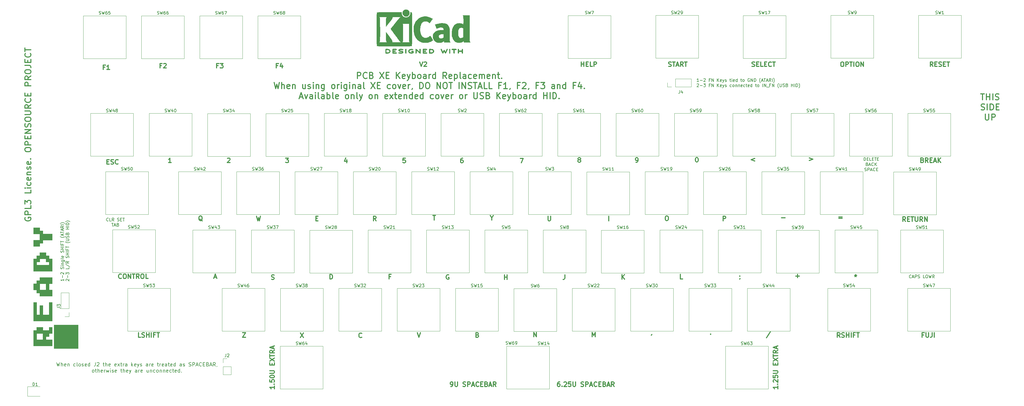
<source format=gto>
%TF.GenerationSoftware,KiCad,Pcbnew,5.1.9+dfsg1-1~bpo10+1*%
%TF.CreationDate,2021-04-03T18:05:08+02:00*%
%TF.ProjectId,A130XE_KB_MX,41313330-5845-45f4-9b42-5f4d582e6b69,2.0*%
%TF.SameCoordinates,Original*%
%TF.FileFunction,Legend,Top*%
%TF.FilePolarity,Positive*%
%FSLAX46Y46*%
G04 Gerber Fmt 4.6, Leading zero omitted, Abs format (unit mm)*
G04 Created by KiCad (PCBNEW 5.1.9+dfsg1-1~bpo10+1) date 2021-04-03 18:05:08*
%MOMM*%
%LPD*%
G01*
G04 APERTURE LIST*
%ADD10C,0.300000*%
%ADD11C,0.200000*%
%ADD12C,0.010000*%
%ADD13C,0.120000*%
%ADD14C,0.150000*%
G04 APERTURE END LIST*
D10*
X51000000Y-154000000D02*
X50904761Y-154190476D01*
X50904761Y-154476190D01*
X51000000Y-154761904D01*
X51190476Y-154952380D01*
X51380952Y-155047619D01*
X51761904Y-155142857D01*
X52047619Y-155142857D01*
X52428571Y-155047619D01*
X52619047Y-154952380D01*
X52809523Y-154761904D01*
X52904761Y-154476190D01*
X52904761Y-154285714D01*
X52809523Y-154000000D01*
X52714285Y-153904761D01*
X52047619Y-153904761D01*
X52047619Y-154285714D01*
X52904761Y-153047619D02*
X50904761Y-153047619D01*
X50904761Y-152285714D01*
X51000000Y-152095238D01*
X51095238Y-152000000D01*
X51285714Y-151904761D01*
X51571428Y-151904761D01*
X51761904Y-152000000D01*
X51857142Y-152095238D01*
X51952380Y-152285714D01*
X51952380Y-153047619D01*
X52904761Y-150095238D02*
X52904761Y-151047619D01*
X50904761Y-151047619D01*
X50904761Y-149619047D02*
X50904761Y-148380952D01*
X51666666Y-149047619D01*
X51666666Y-148761904D01*
X51761904Y-148571428D01*
X51857142Y-148476190D01*
X52047619Y-148380952D01*
X52523809Y-148380952D01*
X52714285Y-148476190D01*
X52809523Y-148571428D01*
X52904761Y-148761904D01*
X52904761Y-149333333D01*
X52809523Y-149523809D01*
X52714285Y-149619047D01*
X52904761Y-145047619D02*
X52904761Y-146000000D01*
X50904761Y-146000000D01*
X52904761Y-144380952D02*
X51571428Y-144380952D01*
X50904761Y-144380952D02*
X51000000Y-144476190D01*
X51095238Y-144380952D01*
X51000000Y-144285714D01*
X50904761Y-144380952D01*
X51095238Y-144380952D01*
X52809523Y-142571428D02*
X52904761Y-142761904D01*
X52904761Y-143142857D01*
X52809523Y-143333333D01*
X52714285Y-143428571D01*
X52523809Y-143523809D01*
X51952380Y-143523809D01*
X51761904Y-143428571D01*
X51666666Y-143333333D01*
X51571428Y-143142857D01*
X51571428Y-142761904D01*
X51666666Y-142571428D01*
X52809523Y-140952380D02*
X52904761Y-141142857D01*
X52904761Y-141523809D01*
X52809523Y-141714285D01*
X52619047Y-141809523D01*
X51857142Y-141809523D01*
X51666666Y-141714285D01*
X51571428Y-141523809D01*
X51571428Y-141142857D01*
X51666666Y-140952380D01*
X51857142Y-140857142D01*
X52047619Y-140857142D01*
X52238095Y-141809523D01*
X51571428Y-140000000D02*
X52904761Y-140000000D01*
X51761904Y-140000000D02*
X51666666Y-139904761D01*
X51571428Y-139714285D01*
X51571428Y-139428571D01*
X51666666Y-139238095D01*
X51857142Y-139142857D01*
X52904761Y-139142857D01*
X52809523Y-138285714D02*
X52904761Y-138095238D01*
X52904761Y-137714285D01*
X52809523Y-137523809D01*
X52619047Y-137428571D01*
X52523809Y-137428571D01*
X52333333Y-137523809D01*
X52238095Y-137714285D01*
X52238095Y-138000000D01*
X52142857Y-138190476D01*
X51952380Y-138285714D01*
X51857142Y-138285714D01*
X51666666Y-138190476D01*
X51571428Y-138000000D01*
X51571428Y-137714285D01*
X51666666Y-137523809D01*
X52809523Y-135809523D02*
X52904761Y-136000000D01*
X52904761Y-136380952D01*
X52809523Y-136571428D01*
X52619047Y-136666666D01*
X51857142Y-136666666D01*
X51666666Y-136571428D01*
X51571428Y-136380952D01*
X51571428Y-136000000D01*
X51666666Y-135809523D01*
X51857142Y-135714285D01*
X52047619Y-135714285D01*
X52238095Y-136666666D01*
X52714285Y-134857142D02*
X52809523Y-134761904D01*
X52904761Y-134857142D01*
X52809523Y-134952380D01*
X52714285Y-134857142D01*
X52904761Y-134857142D01*
X50904761Y-132000000D02*
X50904761Y-131619047D01*
X51000000Y-131428571D01*
X51190476Y-131238095D01*
X51571428Y-131142857D01*
X52238095Y-131142857D01*
X52619047Y-131238095D01*
X52809523Y-131428571D01*
X52904761Y-131619047D01*
X52904761Y-132000000D01*
X52809523Y-132190476D01*
X52619047Y-132380952D01*
X52238095Y-132476190D01*
X51571428Y-132476190D01*
X51190476Y-132380952D01*
X51000000Y-132190476D01*
X50904761Y-132000000D01*
X52904761Y-130285714D02*
X50904761Y-130285714D01*
X50904761Y-129523809D01*
X51000000Y-129333333D01*
X51095238Y-129238095D01*
X51285714Y-129142857D01*
X51571428Y-129142857D01*
X51761904Y-129238095D01*
X51857142Y-129333333D01*
X51952380Y-129523809D01*
X51952380Y-130285714D01*
X51857142Y-128285714D02*
X51857142Y-127619047D01*
X52904761Y-127333333D02*
X52904761Y-128285714D01*
X50904761Y-128285714D01*
X50904761Y-127333333D01*
X52904761Y-126476190D02*
X50904761Y-126476190D01*
X52904761Y-125333333D01*
X50904761Y-125333333D01*
X52809523Y-124476190D02*
X52904761Y-124190476D01*
X52904761Y-123714285D01*
X52809523Y-123523809D01*
X52714285Y-123428571D01*
X52523809Y-123333333D01*
X52333333Y-123333333D01*
X52142857Y-123428571D01*
X52047619Y-123523809D01*
X51952380Y-123714285D01*
X51857142Y-124095238D01*
X51761904Y-124285714D01*
X51666666Y-124380952D01*
X51476190Y-124476190D01*
X51285714Y-124476190D01*
X51095238Y-124380952D01*
X51000000Y-124285714D01*
X50904761Y-124095238D01*
X50904761Y-123619047D01*
X51000000Y-123333333D01*
X50904761Y-122095238D02*
X50904761Y-121714285D01*
X51000000Y-121523809D01*
X51190476Y-121333333D01*
X51571428Y-121238095D01*
X52238095Y-121238095D01*
X52619047Y-121333333D01*
X52809523Y-121523809D01*
X52904761Y-121714285D01*
X52904761Y-122095238D01*
X52809523Y-122285714D01*
X52619047Y-122476190D01*
X52238095Y-122571428D01*
X51571428Y-122571428D01*
X51190476Y-122476190D01*
X51000000Y-122285714D01*
X50904761Y-122095238D01*
X50904761Y-120380952D02*
X52523809Y-120380952D01*
X52714285Y-120285714D01*
X52809523Y-120190476D01*
X52904761Y-120000000D01*
X52904761Y-119619047D01*
X52809523Y-119428571D01*
X52714285Y-119333333D01*
X52523809Y-119238095D01*
X50904761Y-119238095D01*
X52904761Y-117142857D02*
X51952380Y-117809523D01*
X52904761Y-118285714D02*
X50904761Y-118285714D01*
X50904761Y-117523809D01*
X51000000Y-117333333D01*
X51095238Y-117238095D01*
X51285714Y-117142857D01*
X51571428Y-117142857D01*
X51761904Y-117238095D01*
X51857142Y-117333333D01*
X51952380Y-117523809D01*
X51952380Y-118285714D01*
X52714285Y-115142857D02*
X52809523Y-115238095D01*
X52904761Y-115523809D01*
X52904761Y-115714285D01*
X52809523Y-116000000D01*
X52619047Y-116190476D01*
X52428571Y-116285714D01*
X52047619Y-116380952D01*
X51761904Y-116380952D01*
X51380952Y-116285714D01*
X51190476Y-116190476D01*
X51000000Y-116000000D01*
X50904761Y-115714285D01*
X50904761Y-115523809D01*
X51000000Y-115238095D01*
X51095238Y-115142857D01*
X51857142Y-114285714D02*
X51857142Y-113619047D01*
X52904761Y-113333333D02*
X52904761Y-114285714D01*
X50904761Y-114285714D01*
X50904761Y-113333333D01*
X52904761Y-110952380D02*
X50904761Y-110952380D01*
X50904761Y-110190476D01*
X51000000Y-110000000D01*
X51095238Y-109904761D01*
X51285714Y-109809523D01*
X51571428Y-109809523D01*
X51761904Y-109904761D01*
X51857142Y-110000000D01*
X51952380Y-110190476D01*
X51952380Y-110952380D01*
X52904761Y-107809523D02*
X51952380Y-108476190D01*
X52904761Y-108952380D02*
X50904761Y-108952380D01*
X50904761Y-108190476D01*
X51000000Y-108000000D01*
X51095238Y-107904761D01*
X51285714Y-107809523D01*
X51571428Y-107809523D01*
X51761904Y-107904761D01*
X51857142Y-108000000D01*
X51952380Y-108190476D01*
X51952380Y-108952380D01*
X50904761Y-106571428D02*
X50904761Y-106190476D01*
X51000000Y-106000000D01*
X51190476Y-105809523D01*
X51571428Y-105714285D01*
X52238095Y-105714285D01*
X52619047Y-105809523D01*
X52809523Y-106000000D01*
X52904761Y-106190476D01*
X52904761Y-106571428D01*
X52809523Y-106761904D01*
X52619047Y-106952380D01*
X52238095Y-107047619D01*
X51571428Y-107047619D01*
X51190476Y-106952380D01*
X51000000Y-106761904D01*
X50904761Y-106571428D01*
X50904761Y-104285714D02*
X52333333Y-104285714D01*
X52619047Y-104380952D01*
X52809523Y-104571428D01*
X52904761Y-104857142D01*
X52904761Y-105047619D01*
X51857142Y-103333333D02*
X51857142Y-102666666D01*
X52904761Y-102380952D02*
X52904761Y-103333333D01*
X50904761Y-103333333D01*
X50904761Y-102380952D01*
X52714285Y-100380952D02*
X52809523Y-100476190D01*
X52904761Y-100761904D01*
X52904761Y-100952380D01*
X52809523Y-101238095D01*
X52619047Y-101428571D01*
X52428571Y-101523809D01*
X52047619Y-101619047D01*
X51761904Y-101619047D01*
X51380952Y-101523809D01*
X51190476Y-101428571D01*
X51000000Y-101238095D01*
X50904761Y-100952380D01*
X50904761Y-100761904D01*
X51000000Y-100476190D01*
X51095238Y-100380952D01*
X50904761Y-99809523D02*
X50904761Y-98666666D01*
X52904761Y-99238095D02*
X50904761Y-99238095D01*
X189928571Y-209178571D02*
X190214285Y-209178571D01*
X190357142Y-209107142D01*
X190428571Y-209035714D01*
X190571428Y-208821428D01*
X190642857Y-208535714D01*
X190642857Y-207964285D01*
X190571428Y-207821428D01*
X190500000Y-207750000D01*
X190357142Y-207678571D01*
X190071428Y-207678571D01*
X189928571Y-207750000D01*
X189857142Y-207821428D01*
X189785714Y-207964285D01*
X189785714Y-208321428D01*
X189857142Y-208464285D01*
X189928571Y-208535714D01*
X190071428Y-208607142D01*
X190357142Y-208607142D01*
X190500000Y-208535714D01*
X190571428Y-208464285D01*
X190642857Y-208321428D01*
X191285714Y-207678571D02*
X191285714Y-208892857D01*
X191357142Y-209035714D01*
X191428571Y-209107142D01*
X191571428Y-209178571D01*
X191857142Y-209178571D01*
X192000000Y-209107142D01*
X192071428Y-209035714D01*
X192142857Y-208892857D01*
X192142857Y-207678571D01*
X193928571Y-209107142D02*
X194142857Y-209178571D01*
X194500000Y-209178571D01*
X194642857Y-209107142D01*
X194714285Y-209035714D01*
X194785714Y-208892857D01*
X194785714Y-208750000D01*
X194714285Y-208607142D01*
X194642857Y-208535714D01*
X194500000Y-208464285D01*
X194214285Y-208392857D01*
X194071428Y-208321428D01*
X194000000Y-208250000D01*
X193928571Y-208107142D01*
X193928571Y-207964285D01*
X194000000Y-207821428D01*
X194071428Y-207750000D01*
X194214285Y-207678571D01*
X194571428Y-207678571D01*
X194785714Y-207750000D01*
X195428571Y-209178571D02*
X195428571Y-207678571D01*
X196000000Y-207678571D01*
X196142857Y-207750000D01*
X196214285Y-207821428D01*
X196285714Y-207964285D01*
X196285714Y-208178571D01*
X196214285Y-208321428D01*
X196142857Y-208392857D01*
X196000000Y-208464285D01*
X195428571Y-208464285D01*
X196857142Y-208750000D02*
X197571428Y-208750000D01*
X196714285Y-209178571D02*
X197214285Y-207678571D01*
X197714285Y-209178571D01*
X199071428Y-209035714D02*
X199000000Y-209107142D01*
X198785714Y-209178571D01*
X198642857Y-209178571D01*
X198428571Y-209107142D01*
X198285714Y-208964285D01*
X198214285Y-208821428D01*
X198142857Y-208535714D01*
X198142857Y-208321428D01*
X198214285Y-208035714D01*
X198285714Y-207892857D01*
X198428571Y-207750000D01*
X198642857Y-207678571D01*
X198785714Y-207678571D01*
X199000000Y-207750000D01*
X199071428Y-207821428D01*
X199714285Y-208392857D02*
X200214285Y-208392857D01*
X200428571Y-209178571D02*
X199714285Y-209178571D01*
X199714285Y-207678571D01*
X200428571Y-207678571D01*
X201571428Y-208392857D02*
X201785714Y-208464285D01*
X201857142Y-208535714D01*
X201928571Y-208678571D01*
X201928571Y-208892857D01*
X201857142Y-209035714D01*
X201785714Y-209107142D01*
X201642857Y-209178571D01*
X201071428Y-209178571D01*
X201071428Y-207678571D01*
X201571428Y-207678571D01*
X201714285Y-207750000D01*
X201785714Y-207821428D01*
X201857142Y-207964285D01*
X201857142Y-208107142D01*
X201785714Y-208250000D01*
X201714285Y-208321428D01*
X201571428Y-208392857D01*
X201071428Y-208392857D01*
X202500000Y-208750000D02*
X203214285Y-208750000D01*
X202357142Y-209178571D02*
X202857142Y-207678571D01*
X203357142Y-209178571D01*
X204714285Y-209178571D02*
X204214285Y-208464285D01*
X203857142Y-209178571D02*
X203857142Y-207678571D01*
X204428571Y-207678571D01*
X204571428Y-207750000D01*
X204642857Y-207821428D01*
X204714285Y-207964285D01*
X204714285Y-208178571D01*
X204642857Y-208321428D01*
X204571428Y-208392857D01*
X204428571Y-208464285D01*
X203857142Y-208464285D01*
D11*
X270891904Y-109602380D02*
X270320476Y-109602380D01*
X270606190Y-109602380D02*
X270606190Y-108602380D01*
X270510952Y-108745238D01*
X270415714Y-108840476D01*
X270320476Y-108888095D01*
X271320476Y-109221428D02*
X272082380Y-109221428D01*
X272510952Y-108697619D02*
X272558571Y-108650000D01*
X272653809Y-108602380D01*
X272891904Y-108602380D01*
X272987142Y-108650000D01*
X273034761Y-108697619D01*
X273082380Y-108792857D01*
X273082380Y-108888095D01*
X273034761Y-109030952D01*
X272463333Y-109602380D01*
X273082380Y-109602380D01*
X274606190Y-109078571D02*
X274272857Y-109078571D01*
X274272857Y-109602380D02*
X274272857Y-108602380D01*
X274749047Y-108602380D01*
X275130000Y-109602380D02*
X275130000Y-108602380D01*
X275701428Y-109602380D01*
X275701428Y-108602380D01*
X276939523Y-109602380D02*
X276939523Y-108602380D01*
X277510952Y-109602380D02*
X277082380Y-109030952D01*
X277510952Y-108602380D02*
X276939523Y-109173809D01*
X278320476Y-109554761D02*
X278225238Y-109602380D01*
X278034761Y-109602380D01*
X277939523Y-109554761D01*
X277891904Y-109459523D01*
X277891904Y-109078571D01*
X277939523Y-108983333D01*
X278034761Y-108935714D01*
X278225238Y-108935714D01*
X278320476Y-108983333D01*
X278368095Y-109078571D01*
X278368095Y-109173809D01*
X277891904Y-109269047D01*
X278701428Y-108935714D02*
X278939523Y-109602380D01*
X279177619Y-108935714D02*
X278939523Y-109602380D01*
X278844285Y-109840476D01*
X278796666Y-109888095D01*
X278701428Y-109935714D01*
X279510952Y-109554761D02*
X279606190Y-109602380D01*
X279796666Y-109602380D01*
X279891904Y-109554761D01*
X279939523Y-109459523D01*
X279939523Y-109411904D01*
X279891904Y-109316666D01*
X279796666Y-109269047D01*
X279653809Y-109269047D01*
X279558571Y-109221428D01*
X279510952Y-109126190D01*
X279510952Y-109078571D01*
X279558571Y-108983333D01*
X279653809Y-108935714D01*
X279796666Y-108935714D01*
X279891904Y-108983333D01*
X280987142Y-108935714D02*
X281368095Y-108935714D01*
X281130000Y-108602380D02*
X281130000Y-109459523D01*
X281177619Y-109554761D01*
X281272857Y-109602380D01*
X281368095Y-109602380D01*
X281701428Y-109602380D02*
X281701428Y-108935714D01*
X281701428Y-108602380D02*
X281653809Y-108650000D01*
X281701428Y-108697619D01*
X281749047Y-108650000D01*
X281701428Y-108602380D01*
X281701428Y-108697619D01*
X282558571Y-109554761D02*
X282463333Y-109602380D01*
X282272857Y-109602380D01*
X282177619Y-109554761D01*
X282130000Y-109459523D01*
X282130000Y-109078571D01*
X282177619Y-108983333D01*
X282272857Y-108935714D01*
X282463333Y-108935714D01*
X282558571Y-108983333D01*
X282606190Y-109078571D01*
X282606190Y-109173809D01*
X282130000Y-109269047D01*
X283463333Y-109602380D02*
X283463333Y-108602380D01*
X283463333Y-109554761D02*
X283368095Y-109602380D01*
X283177619Y-109602380D01*
X283082380Y-109554761D01*
X283034761Y-109507142D01*
X282987142Y-109411904D01*
X282987142Y-109126190D01*
X283034761Y-109030952D01*
X283082380Y-108983333D01*
X283177619Y-108935714D01*
X283368095Y-108935714D01*
X283463333Y-108983333D01*
X284558571Y-108935714D02*
X284939523Y-108935714D01*
X284701428Y-108602380D02*
X284701428Y-109459523D01*
X284749047Y-109554761D01*
X284844285Y-109602380D01*
X284939523Y-109602380D01*
X285415714Y-109602380D02*
X285320476Y-109554761D01*
X285272857Y-109507142D01*
X285225238Y-109411904D01*
X285225238Y-109126190D01*
X285272857Y-109030952D01*
X285320476Y-108983333D01*
X285415714Y-108935714D01*
X285558571Y-108935714D01*
X285653809Y-108983333D01*
X285701428Y-109030952D01*
X285749047Y-109126190D01*
X285749047Y-109411904D01*
X285701428Y-109507142D01*
X285653809Y-109554761D01*
X285558571Y-109602380D01*
X285415714Y-109602380D01*
X287463333Y-108650000D02*
X287368095Y-108602380D01*
X287225238Y-108602380D01*
X287082380Y-108650000D01*
X286987142Y-108745238D01*
X286939523Y-108840476D01*
X286891904Y-109030952D01*
X286891904Y-109173809D01*
X286939523Y-109364285D01*
X286987142Y-109459523D01*
X287082380Y-109554761D01*
X287225238Y-109602380D01*
X287320476Y-109602380D01*
X287463333Y-109554761D01*
X287510952Y-109507142D01*
X287510952Y-109173809D01*
X287320476Y-109173809D01*
X287939523Y-109602380D02*
X287939523Y-108602380D01*
X288510952Y-109602380D01*
X288510952Y-108602380D01*
X288987142Y-109602380D02*
X288987142Y-108602380D01*
X289225238Y-108602380D01*
X289368095Y-108650000D01*
X289463333Y-108745238D01*
X289510952Y-108840476D01*
X289558571Y-109030952D01*
X289558571Y-109173809D01*
X289510952Y-109364285D01*
X289463333Y-109459523D01*
X289368095Y-109554761D01*
X289225238Y-109602380D01*
X288987142Y-109602380D01*
X291034761Y-109983333D02*
X290987142Y-109935714D01*
X290891904Y-109792857D01*
X290844285Y-109697619D01*
X290796666Y-109554761D01*
X290749047Y-109316666D01*
X290749047Y-109126190D01*
X290796666Y-108888095D01*
X290844285Y-108745238D01*
X290891904Y-108650000D01*
X290987142Y-108507142D01*
X291034761Y-108459523D01*
X291368095Y-109316666D02*
X291844285Y-109316666D01*
X291272857Y-109602380D02*
X291606190Y-108602380D01*
X291939523Y-109602380D01*
X292130000Y-108602380D02*
X292701428Y-108602380D01*
X292415714Y-109602380D02*
X292415714Y-108602380D01*
X292987142Y-109316666D02*
X293463333Y-109316666D01*
X292891904Y-109602380D02*
X293225238Y-108602380D01*
X293558571Y-109602380D01*
X294463333Y-109602380D02*
X294130000Y-109126190D01*
X293891904Y-109602380D02*
X293891904Y-108602380D01*
X294272857Y-108602380D01*
X294368095Y-108650000D01*
X294415714Y-108697619D01*
X294463333Y-108792857D01*
X294463333Y-108935714D01*
X294415714Y-109030952D01*
X294368095Y-109078571D01*
X294272857Y-109126190D01*
X293891904Y-109126190D01*
X294891904Y-109602380D02*
X294891904Y-108602380D01*
X295272857Y-109983333D02*
X295320476Y-109935714D01*
X295415714Y-109792857D01*
X295463333Y-109697619D01*
X295510952Y-109554761D01*
X295558571Y-109316666D01*
X295558571Y-109126190D01*
X295510952Y-108888095D01*
X295463333Y-108745238D01*
X295415714Y-108650000D01*
X295320476Y-108507142D01*
X295272857Y-108459523D01*
X270320476Y-110397619D02*
X270368095Y-110350000D01*
X270463333Y-110302380D01*
X270701428Y-110302380D01*
X270796666Y-110350000D01*
X270844285Y-110397619D01*
X270891904Y-110492857D01*
X270891904Y-110588095D01*
X270844285Y-110730952D01*
X270272857Y-111302380D01*
X270891904Y-111302380D01*
X271320476Y-110921428D02*
X272082380Y-110921428D01*
X272463333Y-110302380D02*
X273082380Y-110302380D01*
X272749047Y-110683333D01*
X272891904Y-110683333D01*
X272987142Y-110730952D01*
X273034761Y-110778571D01*
X273082380Y-110873809D01*
X273082380Y-111111904D01*
X273034761Y-111207142D01*
X272987142Y-111254761D01*
X272891904Y-111302380D01*
X272606190Y-111302380D01*
X272510952Y-111254761D01*
X272463333Y-111207142D01*
X274606190Y-110778571D02*
X274272857Y-110778571D01*
X274272857Y-111302380D02*
X274272857Y-110302380D01*
X274749047Y-110302380D01*
X275130000Y-111302380D02*
X275130000Y-110302380D01*
X275701428Y-111302380D01*
X275701428Y-110302380D01*
X276939523Y-111302380D02*
X276939523Y-110302380D01*
X277510952Y-111302380D02*
X277082380Y-110730952D01*
X277510952Y-110302380D02*
X276939523Y-110873809D01*
X278320476Y-111254761D02*
X278225238Y-111302380D01*
X278034761Y-111302380D01*
X277939523Y-111254761D01*
X277891904Y-111159523D01*
X277891904Y-110778571D01*
X277939523Y-110683333D01*
X278034761Y-110635714D01*
X278225238Y-110635714D01*
X278320476Y-110683333D01*
X278368095Y-110778571D01*
X278368095Y-110873809D01*
X277891904Y-110969047D01*
X278701428Y-110635714D02*
X278939523Y-111302380D01*
X279177619Y-110635714D02*
X278939523Y-111302380D01*
X278844285Y-111540476D01*
X278796666Y-111588095D01*
X278701428Y-111635714D01*
X279510952Y-111254761D02*
X279606190Y-111302380D01*
X279796666Y-111302380D01*
X279891904Y-111254761D01*
X279939523Y-111159523D01*
X279939523Y-111111904D01*
X279891904Y-111016666D01*
X279796666Y-110969047D01*
X279653809Y-110969047D01*
X279558571Y-110921428D01*
X279510952Y-110826190D01*
X279510952Y-110778571D01*
X279558571Y-110683333D01*
X279653809Y-110635714D01*
X279796666Y-110635714D01*
X279891904Y-110683333D01*
X281558571Y-111254761D02*
X281463333Y-111302380D01*
X281272857Y-111302380D01*
X281177619Y-111254761D01*
X281130000Y-111207142D01*
X281082380Y-111111904D01*
X281082380Y-110826190D01*
X281130000Y-110730952D01*
X281177619Y-110683333D01*
X281272857Y-110635714D01*
X281463333Y-110635714D01*
X281558571Y-110683333D01*
X282130000Y-111302380D02*
X282034761Y-111254761D01*
X281987142Y-111207142D01*
X281939523Y-111111904D01*
X281939523Y-110826190D01*
X281987142Y-110730952D01*
X282034761Y-110683333D01*
X282130000Y-110635714D01*
X282272857Y-110635714D01*
X282368095Y-110683333D01*
X282415714Y-110730952D01*
X282463333Y-110826190D01*
X282463333Y-111111904D01*
X282415714Y-111207142D01*
X282368095Y-111254761D01*
X282272857Y-111302380D01*
X282130000Y-111302380D01*
X282891904Y-110635714D02*
X282891904Y-111302380D01*
X282891904Y-110730952D02*
X282939523Y-110683333D01*
X283034761Y-110635714D01*
X283177619Y-110635714D01*
X283272857Y-110683333D01*
X283320476Y-110778571D01*
X283320476Y-111302380D01*
X283796666Y-110635714D02*
X283796666Y-111302380D01*
X283796666Y-110730952D02*
X283844285Y-110683333D01*
X283939523Y-110635714D01*
X284082380Y-110635714D01*
X284177619Y-110683333D01*
X284225238Y-110778571D01*
X284225238Y-111302380D01*
X285082380Y-111254761D02*
X284987142Y-111302380D01*
X284796666Y-111302380D01*
X284701428Y-111254761D01*
X284653809Y-111159523D01*
X284653809Y-110778571D01*
X284701428Y-110683333D01*
X284796666Y-110635714D01*
X284987142Y-110635714D01*
X285082380Y-110683333D01*
X285130000Y-110778571D01*
X285130000Y-110873809D01*
X284653809Y-110969047D01*
X285987142Y-111254761D02*
X285891904Y-111302380D01*
X285701428Y-111302380D01*
X285606190Y-111254761D01*
X285558571Y-111207142D01*
X285510952Y-111111904D01*
X285510952Y-110826190D01*
X285558571Y-110730952D01*
X285606190Y-110683333D01*
X285701428Y-110635714D01*
X285891904Y-110635714D01*
X285987142Y-110683333D01*
X286272857Y-110635714D02*
X286653809Y-110635714D01*
X286415714Y-110302380D02*
X286415714Y-111159523D01*
X286463333Y-111254761D01*
X286558571Y-111302380D01*
X286653809Y-111302380D01*
X287368095Y-111254761D02*
X287272857Y-111302380D01*
X287082380Y-111302380D01*
X286987142Y-111254761D01*
X286939523Y-111159523D01*
X286939523Y-110778571D01*
X286987142Y-110683333D01*
X287082380Y-110635714D01*
X287272857Y-110635714D01*
X287368095Y-110683333D01*
X287415714Y-110778571D01*
X287415714Y-110873809D01*
X286939523Y-110969047D01*
X288272857Y-111302380D02*
X288272857Y-110302380D01*
X288272857Y-111254761D02*
X288177619Y-111302380D01*
X287987142Y-111302380D01*
X287891904Y-111254761D01*
X287844285Y-111207142D01*
X287796666Y-111111904D01*
X287796666Y-110826190D01*
X287844285Y-110730952D01*
X287891904Y-110683333D01*
X287987142Y-110635714D01*
X288177619Y-110635714D01*
X288272857Y-110683333D01*
X289368095Y-110635714D02*
X289749047Y-110635714D01*
X289510952Y-110302380D02*
X289510952Y-111159523D01*
X289558571Y-111254761D01*
X289653809Y-111302380D01*
X289749047Y-111302380D01*
X290225238Y-111302380D02*
X290130000Y-111254761D01*
X290082380Y-111207142D01*
X290034761Y-111111904D01*
X290034761Y-110826190D01*
X290082380Y-110730952D01*
X290130000Y-110683333D01*
X290225238Y-110635714D01*
X290368095Y-110635714D01*
X290463333Y-110683333D01*
X290510952Y-110730952D01*
X290558571Y-110826190D01*
X290558571Y-111111904D01*
X290510952Y-111207142D01*
X290463333Y-111254761D01*
X290368095Y-111302380D01*
X290225238Y-111302380D01*
X291749047Y-111302380D02*
X291749047Y-110302380D01*
X292225238Y-111302380D02*
X292225238Y-110302380D01*
X292796666Y-111302380D01*
X292796666Y-110302380D01*
X293034761Y-111397619D02*
X293796666Y-111397619D01*
X294368095Y-110778571D02*
X294034761Y-110778571D01*
X294034761Y-111302380D02*
X294034761Y-110302380D01*
X294510952Y-110302380D01*
X294891904Y-111302380D02*
X294891904Y-110302380D01*
X295463333Y-111302380D01*
X295463333Y-110302380D01*
X296987142Y-111683333D02*
X296939523Y-111635714D01*
X296844285Y-111492857D01*
X296796666Y-111397619D01*
X296749047Y-111254761D01*
X296701428Y-111016666D01*
X296701428Y-110826190D01*
X296749047Y-110588095D01*
X296796666Y-110445238D01*
X296844285Y-110350000D01*
X296939523Y-110207142D01*
X296987142Y-110159523D01*
X297368095Y-110302380D02*
X297368095Y-111111904D01*
X297415714Y-111207142D01*
X297463333Y-111254761D01*
X297558571Y-111302380D01*
X297749047Y-111302380D01*
X297844285Y-111254761D01*
X297891904Y-111207142D01*
X297939523Y-111111904D01*
X297939523Y-110302380D01*
X298368095Y-111254761D02*
X298510952Y-111302380D01*
X298749047Y-111302380D01*
X298844285Y-111254761D01*
X298891904Y-111207142D01*
X298939523Y-111111904D01*
X298939523Y-111016666D01*
X298891904Y-110921428D01*
X298844285Y-110873809D01*
X298749047Y-110826190D01*
X298558571Y-110778571D01*
X298463333Y-110730952D01*
X298415714Y-110683333D01*
X298368095Y-110588095D01*
X298368095Y-110492857D01*
X298415714Y-110397619D01*
X298463333Y-110350000D01*
X298558571Y-110302380D01*
X298796666Y-110302380D01*
X298939523Y-110350000D01*
X299701428Y-110778571D02*
X299844285Y-110826190D01*
X299891904Y-110873809D01*
X299939523Y-110969047D01*
X299939523Y-111111904D01*
X299891904Y-111207142D01*
X299844285Y-111254761D01*
X299749047Y-111302380D01*
X299368095Y-111302380D01*
X299368095Y-110302380D01*
X299701428Y-110302380D01*
X299796666Y-110350000D01*
X299844285Y-110397619D01*
X299891904Y-110492857D01*
X299891904Y-110588095D01*
X299844285Y-110683333D01*
X299796666Y-110730952D01*
X299701428Y-110778571D01*
X299368095Y-110778571D01*
X301130000Y-111302380D02*
X301130000Y-110302380D01*
X301130000Y-110778571D02*
X301701428Y-110778571D01*
X301701428Y-111302380D02*
X301701428Y-110302380D01*
X302177619Y-111302380D02*
X302177619Y-110302380D01*
X302653809Y-111302380D02*
X302653809Y-110302380D01*
X302891904Y-110302380D01*
X303034761Y-110350000D01*
X303130000Y-110445238D01*
X303177619Y-110540476D01*
X303225238Y-110730952D01*
X303225238Y-110873809D01*
X303177619Y-111064285D01*
X303130000Y-111159523D01*
X303034761Y-111254761D01*
X302891904Y-111302380D01*
X302653809Y-111302380D01*
X303558571Y-111683333D02*
X303606190Y-111635714D01*
X303701428Y-111492857D01*
X303749047Y-111397619D01*
X303796666Y-111254761D01*
X303844285Y-111016666D01*
X303844285Y-110826190D01*
X303796666Y-110588095D01*
X303749047Y-110445238D01*
X303701428Y-110350000D01*
X303606190Y-110207142D01*
X303558571Y-110159523D01*
X63602380Y-174108095D02*
X63602380Y-174679523D01*
X63602380Y-174393809D02*
X62602380Y-174393809D01*
X62745238Y-174489047D01*
X62840476Y-174584285D01*
X62888095Y-174679523D01*
X63221428Y-173679523D02*
X63221428Y-172917619D01*
X62697619Y-172489047D02*
X62650000Y-172441428D01*
X62602380Y-172346190D01*
X62602380Y-172108095D01*
X62650000Y-172012857D01*
X62697619Y-171965238D01*
X62792857Y-171917619D01*
X62888095Y-171917619D01*
X63030952Y-171965238D01*
X63602380Y-172536666D01*
X63602380Y-171917619D01*
X63554761Y-170774761D02*
X63602380Y-170631904D01*
X63602380Y-170393809D01*
X63554761Y-170298571D01*
X63507142Y-170250952D01*
X63411904Y-170203333D01*
X63316666Y-170203333D01*
X63221428Y-170250952D01*
X63173809Y-170298571D01*
X63126190Y-170393809D01*
X63078571Y-170584285D01*
X63030952Y-170679523D01*
X62983333Y-170727142D01*
X62888095Y-170774761D01*
X62792857Y-170774761D01*
X62697619Y-170727142D01*
X62650000Y-170679523D01*
X62602380Y-170584285D01*
X62602380Y-170346190D01*
X62650000Y-170203333D01*
X63602380Y-169774761D02*
X62935714Y-169774761D01*
X62602380Y-169774761D02*
X62650000Y-169822380D01*
X62697619Y-169774761D01*
X62650000Y-169727142D01*
X62602380Y-169774761D01*
X62697619Y-169774761D01*
X62935714Y-169298571D02*
X63602380Y-169298571D01*
X63030952Y-169298571D02*
X62983333Y-169250952D01*
X62935714Y-169155714D01*
X62935714Y-169012857D01*
X62983333Y-168917619D01*
X63078571Y-168870000D01*
X63602380Y-168870000D01*
X62935714Y-167965238D02*
X63745238Y-167965238D01*
X63840476Y-168012857D01*
X63888095Y-168060476D01*
X63935714Y-168155714D01*
X63935714Y-168298571D01*
X63888095Y-168393809D01*
X63554761Y-167965238D02*
X63602380Y-168060476D01*
X63602380Y-168250952D01*
X63554761Y-168346190D01*
X63507142Y-168393809D01*
X63411904Y-168441428D01*
X63126190Y-168441428D01*
X63030952Y-168393809D01*
X62983333Y-168346190D01*
X62935714Y-168250952D01*
X62935714Y-168060476D01*
X62983333Y-167965238D01*
X63602380Y-167346190D02*
X63554761Y-167441428D01*
X63459523Y-167489047D01*
X62602380Y-167489047D01*
X63554761Y-166584285D02*
X63602380Y-166679523D01*
X63602380Y-166870000D01*
X63554761Y-166965238D01*
X63459523Y-167012857D01*
X63078571Y-167012857D01*
X62983333Y-166965238D01*
X62935714Y-166870000D01*
X62935714Y-166679523D01*
X62983333Y-166584285D01*
X63078571Y-166536666D01*
X63173809Y-166536666D01*
X63269047Y-167012857D01*
X63554761Y-165393809D02*
X63602380Y-165250952D01*
X63602380Y-165012857D01*
X63554761Y-164917619D01*
X63507142Y-164870000D01*
X63411904Y-164822380D01*
X63316666Y-164822380D01*
X63221428Y-164870000D01*
X63173809Y-164917619D01*
X63126190Y-165012857D01*
X63078571Y-165203333D01*
X63030952Y-165298571D01*
X62983333Y-165346190D01*
X62888095Y-165393809D01*
X62792857Y-165393809D01*
X62697619Y-165346190D01*
X62650000Y-165298571D01*
X62602380Y-165203333D01*
X62602380Y-164965238D01*
X62650000Y-164822380D01*
X63602380Y-164393809D02*
X62602380Y-164393809D01*
X63078571Y-164393809D02*
X63078571Y-163822380D01*
X63602380Y-163822380D02*
X62602380Y-163822380D01*
X63602380Y-163346190D02*
X62602380Y-163346190D01*
X63078571Y-162536666D02*
X63078571Y-162870000D01*
X63602380Y-162870000D02*
X62602380Y-162870000D01*
X62602380Y-162393809D01*
X62602380Y-162155714D02*
X62602380Y-161584285D01*
X63602380Y-161870000D02*
X62602380Y-161870000D01*
X63983333Y-160203333D02*
X63935714Y-160250952D01*
X63792857Y-160346190D01*
X63697619Y-160393809D01*
X63554761Y-160441428D01*
X63316666Y-160489047D01*
X63126190Y-160489047D01*
X62888095Y-160441428D01*
X62745238Y-160393809D01*
X62650000Y-160346190D01*
X62507142Y-160250952D01*
X62459523Y-160203333D01*
X63316666Y-159870000D02*
X63316666Y-159393809D01*
X63602380Y-159965238D02*
X62602380Y-159631904D01*
X63602380Y-159298571D01*
X62602380Y-159108095D02*
X62602380Y-158536666D01*
X63602380Y-158822380D02*
X62602380Y-158822380D01*
X63316666Y-158250952D02*
X63316666Y-157774761D01*
X63602380Y-158346190D02*
X62602380Y-158012857D01*
X63602380Y-157679523D01*
X63602380Y-156774761D02*
X63126190Y-157108095D01*
X63602380Y-157346190D02*
X62602380Y-157346190D01*
X62602380Y-156965238D01*
X62650000Y-156870000D01*
X62697619Y-156822380D01*
X62792857Y-156774761D01*
X62935714Y-156774761D01*
X63030952Y-156822380D01*
X63078571Y-156870000D01*
X63126190Y-156965238D01*
X63126190Y-157346190D01*
X63602380Y-156346190D02*
X62602380Y-156346190D01*
X63983333Y-155965238D02*
X63935714Y-155917619D01*
X63792857Y-155822380D01*
X63697619Y-155774761D01*
X63554761Y-155727142D01*
X63316666Y-155679523D01*
X63126190Y-155679523D01*
X62888095Y-155727142D01*
X62745238Y-155774761D01*
X62650000Y-155822380D01*
X62507142Y-155917619D01*
X62459523Y-155965238D01*
X64397619Y-174679523D02*
X64350000Y-174631904D01*
X64302380Y-174536666D01*
X64302380Y-174298571D01*
X64350000Y-174203333D01*
X64397619Y-174155714D01*
X64492857Y-174108095D01*
X64588095Y-174108095D01*
X64730952Y-174155714D01*
X65302380Y-174727142D01*
X65302380Y-174108095D01*
X64921428Y-173679523D02*
X64921428Y-172917619D01*
X64302380Y-172536666D02*
X64302380Y-171917619D01*
X64683333Y-172250952D01*
X64683333Y-172108095D01*
X64730952Y-172012857D01*
X64778571Y-171965238D01*
X64873809Y-171917619D01*
X65111904Y-171917619D01*
X65207142Y-171965238D01*
X65254761Y-172012857D01*
X65302380Y-172108095D01*
X65302380Y-172393809D01*
X65254761Y-172489047D01*
X65207142Y-172536666D01*
X65302380Y-170250952D02*
X65302380Y-170727142D01*
X64302380Y-170727142D01*
X64254761Y-169203333D02*
X65540476Y-170060476D01*
X65302380Y-168298571D02*
X64826190Y-168631904D01*
X65302380Y-168870000D02*
X64302380Y-168870000D01*
X64302380Y-168489047D01*
X64350000Y-168393809D01*
X64397619Y-168346190D01*
X64492857Y-168298571D01*
X64635714Y-168298571D01*
X64730952Y-168346190D01*
X64778571Y-168393809D01*
X64826190Y-168489047D01*
X64826190Y-168870000D01*
X65254761Y-167155714D02*
X65302380Y-167012857D01*
X65302380Y-166774761D01*
X65254761Y-166679523D01*
X65207142Y-166631904D01*
X65111904Y-166584285D01*
X65016666Y-166584285D01*
X64921428Y-166631904D01*
X64873809Y-166679523D01*
X64826190Y-166774761D01*
X64778571Y-166965238D01*
X64730952Y-167060476D01*
X64683333Y-167108095D01*
X64588095Y-167155714D01*
X64492857Y-167155714D01*
X64397619Y-167108095D01*
X64350000Y-167060476D01*
X64302380Y-166965238D01*
X64302380Y-166727142D01*
X64350000Y-166584285D01*
X65302380Y-166155714D02*
X64302380Y-166155714D01*
X64778571Y-166155714D02*
X64778571Y-165584285D01*
X65302380Y-165584285D02*
X64302380Y-165584285D01*
X65302380Y-165108095D02*
X64302380Y-165108095D01*
X64778571Y-164298571D02*
X64778571Y-164631904D01*
X65302380Y-164631904D02*
X64302380Y-164631904D01*
X64302380Y-164155714D01*
X64302380Y-163917619D02*
X64302380Y-163346190D01*
X65302380Y-163631904D02*
X64302380Y-163631904D01*
X65683333Y-161965238D02*
X65635714Y-162012857D01*
X65492857Y-162108095D01*
X65397619Y-162155714D01*
X65254761Y-162203333D01*
X65016666Y-162250952D01*
X64826190Y-162250952D01*
X64588095Y-162203333D01*
X64445238Y-162155714D01*
X64350000Y-162108095D01*
X64207142Y-162012857D01*
X64159523Y-161965238D01*
X64302380Y-161584285D02*
X65111904Y-161584285D01*
X65207142Y-161536666D01*
X65254761Y-161489047D01*
X65302380Y-161393809D01*
X65302380Y-161203333D01*
X65254761Y-161108095D01*
X65207142Y-161060476D01*
X65111904Y-161012857D01*
X64302380Y-161012857D01*
X65254761Y-160584285D02*
X65302380Y-160441428D01*
X65302380Y-160203333D01*
X65254761Y-160108095D01*
X65207142Y-160060476D01*
X65111904Y-160012857D01*
X65016666Y-160012857D01*
X64921428Y-160060476D01*
X64873809Y-160108095D01*
X64826190Y-160203333D01*
X64778571Y-160393809D01*
X64730952Y-160489047D01*
X64683333Y-160536666D01*
X64588095Y-160584285D01*
X64492857Y-160584285D01*
X64397619Y-160536666D01*
X64350000Y-160489047D01*
X64302380Y-160393809D01*
X64302380Y-160155714D01*
X64350000Y-160012857D01*
X64778571Y-159250952D02*
X64826190Y-159108095D01*
X64873809Y-159060476D01*
X64969047Y-159012857D01*
X65111904Y-159012857D01*
X65207142Y-159060476D01*
X65254761Y-159108095D01*
X65302380Y-159203333D01*
X65302380Y-159584285D01*
X64302380Y-159584285D01*
X64302380Y-159250952D01*
X64350000Y-159155714D01*
X64397619Y-159108095D01*
X64492857Y-159060476D01*
X64588095Y-159060476D01*
X64683333Y-159108095D01*
X64730952Y-159155714D01*
X64778571Y-159250952D01*
X64778571Y-159584285D01*
X65302380Y-157822380D02*
X64302380Y-157822380D01*
X64778571Y-157822380D02*
X64778571Y-157250952D01*
X65302380Y-157250952D02*
X64302380Y-157250952D01*
X65302380Y-156774761D02*
X64302380Y-156774761D01*
X65302380Y-156298571D02*
X64302380Y-156298571D01*
X64302380Y-156060476D01*
X64350000Y-155917619D01*
X64445238Y-155822380D01*
X64540476Y-155774761D01*
X64730952Y-155727142D01*
X64873809Y-155727142D01*
X65064285Y-155774761D01*
X65159523Y-155822380D01*
X65254761Y-155917619D01*
X65302380Y-156060476D01*
X65302380Y-156298571D01*
X65683333Y-155393809D02*
X65635714Y-155346190D01*
X65492857Y-155250952D01*
X65397619Y-155203333D01*
X65254761Y-155155714D01*
X65016666Y-155108095D01*
X64826190Y-155108095D01*
X64588095Y-155155714D01*
X64445238Y-155203333D01*
X64350000Y-155250952D01*
X64207142Y-155346190D01*
X64159523Y-155393809D01*
D10*
X179785714Y-103178571D02*
X180285714Y-104678571D01*
X180785714Y-103178571D01*
X181214285Y-103321428D02*
X181285714Y-103250000D01*
X181428571Y-103178571D01*
X181785714Y-103178571D01*
X181928571Y-103250000D01*
X182000000Y-103321428D01*
X182071428Y-103464285D01*
X182071428Y-103607142D01*
X182000000Y-103821428D01*
X181142857Y-104678571D01*
X182071428Y-104678571D01*
X296678571Y-209071428D02*
X296678571Y-209928571D01*
X296678571Y-209500000D02*
X295178571Y-209500000D01*
X295392857Y-209642857D01*
X295535714Y-209785714D01*
X295607142Y-209928571D01*
X296535714Y-208428571D02*
X296607142Y-208357142D01*
X296678571Y-208428571D01*
X296607142Y-208500000D01*
X296535714Y-208428571D01*
X296678571Y-208428571D01*
X295321428Y-207785714D02*
X295250000Y-207714285D01*
X295178571Y-207571428D01*
X295178571Y-207214285D01*
X295250000Y-207071428D01*
X295321428Y-207000000D01*
X295464285Y-206928571D01*
X295607142Y-206928571D01*
X295821428Y-207000000D01*
X296678571Y-207857142D01*
X296678571Y-206928571D01*
X295178571Y-205571428D02*
X295178571Y-206285714D01*
X295892857Y-206357142D01*
X295821428Y-206285714D01*
X295750000Y-206142857D01*
X295750000Y-205785714D01*
X295821428Y-205642857D01*
X295892857Y-205571428D01*
X296035714Y-205500000D01*
X296392857Y-205500000D01*
X296535714Y-205571428D01*
X296607142Y-205642857D01*
X296678571Y-205785714D01*
X296678571Y-206142857D01*
X296607142Y-206285714D01*
X296535714Y-206357142D01*
X295178571Y-204857142D02*
X296392857Y-204857142D01*
X296535714Y-204785714D01*
X296607142Y-204714285D01*
X296678571Y-204571428D01*
X296678571Y-204285714D01*
X296607142Y-204142857D01*
X296535714Y-204071428D01*
X296392857Y-204000000D01*
X295178571Y-204000000D01*
X295892857Y-202142857D02*
X295892857Y-201642857D01*
X296678571Y-201428571D02*
X296678571Y-202142857D01*
X295178571Y-202142857D01*
X295178571Y-201428571D01*
X295178571Y-200928571D02*
X296678571Y-199928571D01*
X295178571Y-199928571D02*
X296678571Y-200928571D01*
X295178571Y-199571428D02*
X295178571Y-198714285D01*
X296678571Y-199142857D02*
X295178571Y-199142857D01*
X296678571Y-197357142D02*
X295964285Y-197857142D01*
X296678571Y-198214285D02*
X295178571Y-198214285D01*
X295178571Y-197642857D01*
X295250000Y-197500000D01*
X295321428Y-197428571D01*
X295464285Y-197357142D01*
X295678571Y-197357142D01*
X295821428Y-197428571D01*
X295892857Y-197500000D01*
X295964285Y-197642857D01*
X295964285Y-198214285D01*
X296250000Y-196785714D02*
X296250000Y-196071428D01*
X296678571Y-196928571D02*
X295178571Y-196428571D01*
X296678571Y-195928571D01*
X132378571Y-209071428D02*
X132378571Y-209928571D01*
X132378571Y-209500000D02*
X130878571Y-209500000D01*
X131092857Y-209642857D01*
X131235714Y-209785714D01*
X131307142Y-209928571D01*
X132235714Y-208428571D02*
X132307142Y-208357142D01*
X132378571Y-208428571D01*
X132307142Y-208500000D01*
X132235714Y-208428571D01*
X132378571Y-208428571D01*
X130878571Y-207000000D02*
X130878571Y-207714285D01*
X131592857Y-207785714D01*
X131521428Y-207714285D01*
X131450000Y-207571428D01*
X131450000Y-207214285D01*
X131521428Y-207071428D01*
X131592857Y-207000000D01*
X131735714Y-206928571D01*
X132092857Y-206928571D01*
X132235714Y-207000000D01*
X132307142Y-207071428D01*
X132378571Y-207214285D01*
X132378571Y-207571428D01*
X132307142Y-207714285D01*
X132235714Y-207785714D01*
X130878571Y-206000000D02*
X130878571Y-205857142D01*
X130950000Y-205714285D01*
X131021428Y-205642857D01*
X131164285Y-205571428D01*
X131450000Y-205500000D01*
X131807142Y-205500000D01*
X132092857Y-205571428D01*
X132235714Y-205642857D01*
X132307142Y-205714285D01*
X132378571Y-205857142D01*
X132378571Y-206000000D01*
X132307142Y-206142857D01*
X132235714Y-206214285D01*
X132092857Y-206285714D01*
X131807142Y-206357142D01*
X131450000Y-206357142D01*
X131164285Y-206285714D01*
X131021428Y-206214285D01*
X130950000Y-206142857D01*
X130878571Y-206000000D01*
X130878571Y-204857142D02*
X132092857Y-204857142D01*
X132235714Y-204785714D01*
X132307142Y-204714285D01*
X132378571Y-204571428D01*
X132378571Y-204285714D01*
X132307142Y-204142857D01*
X132235714Y-204071428D01*
X132092857Y-204000000D01*
X130878571Y-204000000D01*
X131592857Y-202142857D02*
X131592857Y-201642857D01*
X132378571Y-201428571D02*
X132378571Y-202142857D01*
X130878571Y-202142857D01*
X130878571Y-201428571D01*
X130878571Y-200928571D02*
X132378571Y-199928571D01*
X130878571Y-199928571D02*
X132378571Y-200928571D01*
X130878571Y-199571428D02*
X130878571Y-198714285D01*
X132378571Y-199142857D02*
X130878571Y-199142857D01*
X132378571Y-197357142D02*
X131664285Y-197857142D01*
X132378571Y-198214285D02*
X130878571Y-198214285D01*
X130878571Y-197642857D01*
X130950000Y-197500000D01*
X131021428Y-197428571D01*
X131164285Y-197357142D01*
X131378571Y-197357142D01*
X131521428Y-197428571D01*
X131592857Y-197500000D01*
X131664285Y-197642857D01*
X131664285Y-198214285D01*
X131950000Y-196785714D02*
X131950000Y-196071428D01*
X132378571Y-196928571D02*
X130878571Y-196428571D01*
X132378571Y-195928571D01*
X362952380Y-113604761D02*
X364095238Y-113604761D01*
X363523809Y-115604761D02*
X363523809Y-113604761D01*
X364761904Y-115604761D02*
X364761904Y-113604761D01*
X364761904Y-114557142D02*
X365904761Y-114557142D01*
X365904761Y-115604761D02*
X365904761Y-113604761D01*
X366857142Y-115604761D02*
X366857142Y-113604761D01*
X367714285Y-115509523D02*
X368000000Y-115604761D01*
X368476190Y-115604761D01*
X368666666Y-115509523D01*
X368761904Y-115414285D01*
X368857142Y-115223809D01*
X368857142Y-115033333D01*
X368761904Y-114842857D01*
X368666666Y-114747619D01*
X368476190Y-114652380D01*
X368095238Y-114557142D01*
X367904761Y-114461904D01*
X367809523Y-114366666D01*
X367714285Y-114176190D01*
X367714285Y-113985714D01*
X367809523Y-113795238D01*
X367904761Y-113700000D01*
X368095238Y-113604761D01*
X368571428Y-113604761D01*
X368857142Y-113700000D01*
X363047619Y-118809523D02*
X363333333Y-118904761D01*
X363809523Y-118904761D01*
X364000000Y-118809523D01*
X364095238Y-118714285D01*
X364190476Y-118523809D01*
X364190476Y-118333333D01*
X364095238Y-118142857D01*
X364000000Y-118047619D01*
X363809523Y-117952380D01*
X363428571Y-117857142D01*
X363238095Y-117761904D01*
X363142857Y-117666666D01*
X363047619Y-117476190D01*
X363047619Y-117285714D01*
X363142857Y-117095238D01*
X363238095Y-117000000D01*
X363428571Y-116904761D01*
X363904761Y-116904761D01*
X364190476Y-117000000D01*
X365047619Y-118904761D02*
X365047619Y-116904761D01*
X366000000Y-118904761D02*
X366000000Y-116904761D01*
X366476190Y-116904761D01*
X366761904Y-117000000D01*
X366952380Y-117190476D01*
X367047619Y-117380952D01*
X367142857Y-117761904D01*
X367142857Y-118047619D01*
X367047619Y-118428571D01*
X366952380Y-118619047D01*
X366761904Y-118809523D01*
X366476190Y-118904761D01*
X366000000Y-118904761D01*
X368000000Y-117857142D02*
X368666666Y-117857142D01*
X368952380Y-118904761D02*
X368000000Y-118904761D01*
X368000000Y-116904761D01*
X368952380Y-116904761D01*
X364428571Y-120204761D02*
X364428571Y-121823809D01*
X364523809Y-122014285D01*
X364619047Y-122109523D01*
X364809523Y-122204761D01*
X365190476Y-122204761D01*
X365380952Y-122109523D01*
X365476190Y-122014285D01*
X365571428Y-121823809D01*
X365571428Y-120204761D01*
X366523809Y-122204761D02*
X366523809Y-120204761D01*
X367285714Y-120204761D01*
X367476190Y-120300000D01*
X367571428Y-120395238D01*
X367666666Y-120585714D01*
X367666666Y-120871428D01*
X367571428Y-121061904D01*
X367476190Y-121157142D01*
X367285714Y-121252380D01*
X366523809Y-121252380D01*
D11*
X61271428Y-201342857D02*
X61557142Y-202542857D01*
X61785714Y-201685714D01*
X62014285Y-202542857D01*
X62300000Y-201342857D01*
X62757142Y-202542857D02*
X62757142Y-201342857D01*
X63271428Y-202542857D02*
X63271428Y-201914285D01*
X63214285Y-201800000D01*
X63100000Y-201742857D01*
X62928571Y-201742857D01*
X62814285Y-201800000D01*
X62757142Y-201857142D01*
X64300000Y-202485714D02*
X64185714Y-202542857D01*
X63957142Y-202542857D01*
X63842857Y-202485714D01*
X63785714Y-202371428D01*
X63785714Y-201914285D01*
X63842857Y-201800000D01*
X63957142Y-201742857D01*
X64185714Y-201742857D01*
X64300000Y-201800000D01*
X64357142Y-201914285D01*
X64357142Y-202028571D01*
X63785714Y-202142857D01*
X64871428Y-201742857D02*
X64871428Y-202542857D01*
X64871428Y-201857142D02*
X64928571Y-201800000D01*
X65042857Y-201742857D01*
X65214285Y-201742857D01*
X65328571Y-201800000D01*
X65385714Y-201914285D01*
X65385714Y-202542857D01*
X67385714Y-202485714D02*
X67271428Y-202542857D01*
X67042857Y-202542857D01*
X66928571Y-202485714D01*
X66871428Y-202428571D01*
X66814285Y-202314285D01*
X66814285Y-201971428D01*
X66871428Y-201857142D01*
X66928571Y-201800000D01*
X67042857Y-201742857D01*
X67271428Y-201742857D01*
X67385714Y-201800000D01*
X68071428Y-202542857D02*
X67957142Y-202485714D01*
X67900000Y-202371428D01*
X67900000Y-201342857D01*
X68700000Y-202542857D02*
X68585714Y-202485714D01*
X68528571Y-202428571D01*
X68471428Y-202314285D01*
X68471428Y-201971428D01*
X68528571Y-201857142D01*
X68585714Y-201800000D01*
X68700000Y-201742857D01*
X68871428Y-201742857D01*
X68985714Y-201800000D01*
X69042857Y-201857142D01*
X69100000Y-201971428D01*
X69100000Y-202314285D01*
X69042857Y-202428571D01*
X68985714Y-202485714D01*
X68871428Y-202542857D01*
X68700000Y-202542857D01*
X69557142Y-202485714D02*
X69671428Y-202542857D01*
X69900000Y-202542857D01*
X70014285Y-202485714D01*
X70071428Y-202371428D01*
X70071428Y-202314285D01*
X70014285Y-202200000D01*
X69900000Y-202142857D01*
X69728571Y-202142857D01*
X69614285Y-202085714D01*
X69557142Y-201971428D01*
X69557142Y-201914285D01*
X69614285Y-201800000D01*
X69728571Y-201742857D01*
X69900000Y-201742857D01*
X70014285Y-201800000D01*
X71042857Y-202485714D02*
X70928571Y-202542857D01*
X70700000Y-202542857D01*
X70585714Y-202485714D01*
X70528571Y-202371428D01*
X70528571Y-201914285D01*
X70585714Y-201800000D01*
X70700000Y-201742857D01*
X70928571Y-201742857D01*
X71042857Y-201800000D01*
X71100000Y-201914285D01*
X71100000Y-202028571D01*
X70528571Y-202142857D01*
X72128571Y-202542857D02*
X72128571Y-201342857D01*
X72128571Y-202485714D02*
X72014285Y-202542857D01*
X71785714Y-202542857D01*
X71671428Y-202485714D01*
X71614285Y-202428571D01*
X71557142Y-202314285D01*
X71557142Y-201971428D01*
X71614285Y-201857142D01*
X71671428Y-201800000D01*
X71785714Y-201742857D01*
X72014285Y-201742857D01*
X72128571Y-201800000D01*
X73957142Y-201342857D02*
X73957142Y-202200000D01*
X73900000Y-202371428D01*
X73785714Y-202485714D01*
X73614285Y-202542857D01*
X73500000Y-202542857D01*
X74471428Y-201457142D02*
X74528571Y-201400000D01*
X74642857Y-201342857D01*
X74928571Y-201342857D01*
X75042857Y-201400000D01*
X75100000Y-201457142D01*
X75157142Y-201571428D01*
X75157142Y-201685714D01*
X75100000Y-201857142D01*
X74414285Y-202542857D01*
X75157142Y-202542857D01*
X76414285Y-201742857D02*
X76871428Y-201742857D01*
X76585714Y-201342857D02*
X76585714Y-202371428D01*
X76642857Y-202485714D01*
X76757142Y-202542857D01*
X76871428Y-202542857D01*
X77271428Y-202542857D02*
X77271428Y-201342857D01*
X77785714Y-202542857D02*
X77785714Y-201914285D01*
X77728571Y-201800000D01*
X77614285Y-201742857D01*
X77442857Y-201742857D01*
X77328571Y-201800000D01*
X77271428Y-201857142D01*
X78814285Y-202485714D02*
X78700000Y-202542857D01*
X78471428Y-202542857D01*
X78357142Y-202485714D01*
X78300000Y-202371428D01*
X78300000Y-201914285D01*
X78357142Y-201800000D01*
X78471428Y-201742857D01*
X78700000Y-201742857D01*
X78814285Y-201800000D01*
X78871428Y-201914285D01*
X78871428Y-202028571D01*
X78300000Y-202142857D01*
X80757142Y-202485714D02*
X80642857Y-202542857D01*
X80414285Y-202542857D01*
X80300000Y-202485714D01*
X80242857Y-202371428D01*
X80242857Y-201914285D01*
X80300000Y-201800000D01*
X80414285Y-201742857D01*
X80642857Y-201742857D01*
X80757142Y-201800000D01*
X80814285Y-201914285D01*
X80814285Y-202028571D01*
X80242857Y-202142857D01*
X81214285Y-202542857D02*
X81842857Y-201742857D01*
X81214285Y-201742857D02*
X81842857Y-202542857D01*
X82128571Y-201742857D02*
X82585714Y-201742857D01*
X82300000Y-201342857D02*
X82300000Y-202371428D01*
X82357142Y-202485714D01*
X82471428Y-202542857D01*
X82585714Y-202542857D01*
X82985714Y-202542857D02*
X82985714Y-201742857D01*
X82985714Y-201971428D02*
X83042857Y-201857142D01*
X83100000Y-201800000D01*
X83214285Y-201742857D01*
X83328571Y-201742857D01*
X84242857Y-202542857D02*
X84242857Y-201914285D01*
X84185714Y-201800000D01*
X84071428Y-201742857D01*
X83842857Y-201742857D01*
X83728571Y-201800000D01*
X84242857Y-202485714D02*
X84128571Y-202542857D01*
X83842857Y-202542857D01*
X83728571Y-202485714D01*
X83671428Y-202371428D01*
X83671428Y-202257142D01*
X83728571Y-202142857D01*
X83842857Y-202085714D01*
X84128571Y-202085714D01*
X84242857Y-202028571D01*
X85728571Y-202542857D02*
X85728571Y-201342857D01*
X85842857Y-202085714D02*
X86185714Y-202542857D01*
X86185714Y-201742857D02*
X85728571Y-202200000D01*
X87157142Y-202485714D02*
X87042857Y-202542857D01*
X86814285Y-202542857D01*
X86700000Y-202485714D01*
X86642857Y-202371428D01*
X86642857Y-201914285D01*
X86700000Y-201800000D01*
X86814285Y-201742857D01*
X87042857Y-201742857D01*
X87157142Y-201800000D01*
X87214285Y-201914285D01*
X87214285Y-202028571D01*
X86642857Y-202142857D01*
X87614285Y-201742857D02*
X87900000Y-202542857D01*
X88185714Y-201742857D02*
X87900000Y-202542857D01*
X87785714Y-202828571D01*
X87728571Y-202885714D01*
X87614285Y-202942857D01*
X88585714Y-202485714D02*
X88700000Y-202542857D01*
X88928571Y-202542857D01*
X89042857Y-202485714D01*
X89100000Y-202371428D01*
X89100000Y-202314285D01*
X89042857Y-202200000D01*
X88928571Y-202142857D01*
X88757142Y-202142857D01*
X88642857Y-202085714D01*
X88585714Y-201971428D01*
X88585714Y-201914285D01*
X88642857Y-201800000D01*
X88757142Y-201742857D01*
X88928571Y-201742857D01*
X89042857Y-201800000D01*
X91042857Y-202542857D02*
X91042857Y-201914285D01*
X90985714Y-201800000D01*
X90871428Y-201742857D01*
X90642857Y-201742857D01*
X90528571Y-201800000D01*
X91042857Y-202485714D02*
X90928571Y-202542857D01*
X90642857Y-202542857D01*
X90528571Y-202485714D01*
X90471428Y-202371428D01*
X90471428Y-202257142D01*
X90528571Y-202142857D01*
X90642857Y-202085714D01*
X90928571Y-202085714D01*
X91042857Y-202028571D01*
X91614285Y-202542857D02*
X91614285Y-201742857D01*
X91614285Y-201971428D02*
X91671428Y-201857142D01*
X91728571Y-201800000D01*
X91842857Y-201742857D01*
X91957142Y-201742857D01*
X92814285Y-202485714D02*
X92700000Y-202542857D01*
X92471428Y-202542857D01*
X92357142Y-202485714D01*
X92300000Y-202371428D01*
X92300000Y-201914285D01*
X92357142Y-201800000D01*
X92471428Y-201742857D01*
X92700000Y-201742857D01*
X92814285Y-201800000D01*
X92871428Y-201914285D01*
X92871428Y-202028571D01*
X92300000Y-202142857D01*
X94128571Y-201742857D02*
X94585714Y-201742857D01*
X94300000Y-201342857D02*
X94300000Y-202371428D01*
X94357142Y-202485714D01*
X94471428Y-202542857D01*
X94585714Y-202542857D01*
X94985714Y-202542857D02*
X94985714Y-201742857D01*
X94985714Y-201971428D02*
X95042857Y-201857142D01*
X95100000Y-201800000D01*
X95214285Y-201742857D01*
X95328571Y-201742857D01*
X96185714Y-202485714D02*
X96071428Y-202542857D01*
X95842857Y-202542857D01*
X95728571Y-202485714D01*
X95671428Y-202371428D01*
X95671428Y-201914285D01*
X95728571Y-201800000D01*
X95842857Y-201742857D01*
X96071428Y-201742857D01*
X96185714Y-201800000D01*
X96242857Y-201914285D01*
X96242857Y-202028571D01*
X95671428Y-202142857D01*
X97271428Y-202542857D02*
X97271428Y-201914285D01*
X97214285Y-201800000D01*
X97100000Y-201742857D01*
X96871428Y-201742857D01*
X96757142Y-201800000D01*
X97271428Y-202485714D02*
X97157142Y-202542857D01*
X96871428Y-202542857D01*
X96757142Y-202485714D01*
X96700000Y-202371428D01*
X96700000Y-202257142D01*
X96757142Y-202142857D01*
X96871428Y-202085714D01*
X97157142Y-202085714D01*
X97271428Y-202028571D01*
X97671428Y-201742857D02*
X98128571Y-201742857D01*
X97842857Y-201342857D02*
X97842857Y-202371428D01*
X97900000Y-202485714D01*
X98014285Y-202542857D01*
X98128571Y-202542857D01*
X98985714Y-202485714D02*
X98871428Y-202542857D01*
X98642857Y-202542857D01*
X98528571Y-202485714D01*
X98471428Y-202371428D01*
X98471428Y-201914285D01*
X98528571Y-201800000D01*
X98642857Y-201742857D01*
X98871428Y-201742857D01*
X98985714Y-201800000D01*
X99042857Y-201914285D01*
X99042857Y-202028571D01*
X98471428Y-202142857D01*
X100071428Y-202542857D02*
X100071428Y-201342857D01*
X100071428Y-202485714D02*
X99957142Y-202542857D01*
X99728571Y-202542857D01*
X99614285Y-202485714D01*
X99557142Y-202428571D01*
X99499999Y-202314285D01*
X99499999Y-201971428D01*
X99557142Y-201857142D01*
X99614285Y-201800000D01*
X99728571Y-201742857D01*
X99957142Y-201742857D01*
X100071428Y-201800000D01*
X102071428Y-202542857D02*
X102071428Y-201914285D01*
X102014285Y-201800000D01*
X101899999Y-201742857D01*
X101671428Y-201742857D01*
X101557142Y-201800000D01*
X102071428Y-202485714D02*
X101957142Y-202542857D01*
X101671428Y-202542857D01*
X101557142Y-202485714D01*
X101499999Y-202371428D01*
X101499999Y-202257142D01*
X101557142Y-202142857D01*
X101671428Y-202085714D01*
X101957142Y-202085714D01*
X102071428Y-202028571D01*
X102585714Y-202485714D02*
X102699999Y-202542857D01*
X102928571Y-202542857D01*
X103042857Y-202485714D01*
X103099999Y-202371428D01*
X103099999Y-202314285D01*
X103042857Y-202200000D01*
X102928571Y-202142857D01*
X102757142Y-202142857D01*
X102642857Y-202085714D01*
X102585714Y-201971428D01*
X102585714Y-201914285D01*
X102642857Y-201800000D01*
X102757142Y-201742857D01*
X102928571Y-201742857D01*
X103042857Y-201800000D01*
X104471428Y-202485714D02*
X104642857Y-202542857D01*
X104928571Y-202542857D01*
X105042857Y-202485714D01*
X105100000Y-202428571D01*
X105157142Y-202314285D01*
X105157142Y-202200000D01*
X105100000Y-202085714D01*
X105042857Y-202028571D01*
X104928571Y-201971428D01*
X104700000Y-201914285D01*
X104585714Y-201857142D01*
X104528571Y-201800000D01*
X104471428Y-201685714D01*
X104471428Y-201571428D01*
X104528571Y-201457142D01*
X104585714Y-201400000D01*
X104700000Y-201342857D01*
X104985714Y-201342857D01*
X105157142Y-201400000D01*
X105671428Y-202542857D02*
X105671428Y-201342857D01*
X106128571Y-201342857D01*
X106242857Y-201400000D01*
X106300000Y-201457142D01*
X106357142Y-201571428D01*
X106357142Y-201742857D01*
X106300000Y-201857142D01*
X106242857Y-201914285D01*
X106128571Y-201971428D01*
X105671428Y-201971428D01*
X106814285Y-202200000D02*
X107385714Y-202200000D01*
X106700000Y-202542857D02*
X107100000Y-201342857D01*
X107500000Y-202542857D01*
X108585714Y-202428571D02*
X108528571Y-202485714D01*
X108357142Y-202542857D01*
X108242857Y-202542857D01*
X108071428Y-202485714D01*
X107957142Y-202371428D01*
X107899999Y-202257142D01*
X107842857Y-202028571D01*
X107842857Y-201857142D01*
X107899999Y-201628571D01*
X107957142Y-201514285D01*
X108071428Y-201400000D01*
X108242857Y-201342857D01*
X108357142Y-201342857D01*
X108528571Y-201400000D01*
X108585714Y-201457142D01*
X109099999Y-201914285D02*
X109499999Y-201914285D01*
X109671428Y-202542857D02*
X109099999Y-202542857D01*
X109099999Y-201342857D01*
X109671428Y-201342857D01*
X110585714Y-201914285D02*
X110757142Y-201971428D01*
X110814285Y-202028571D01*
X110871428Y-202142857D01*
X110871428Y-202314285D01*
X110814285Y-202428571D01*
X110757142Y-202485714D01*
X110642857Y-202542857D01*
X110185714Y-202542857D01*
X110185714Y-201342857D01*
X110585714Y-201342857D01*
X110699999Y-201400000D01*
X110757142Y-201457142D01*
X110814285Y-201571428D01*
X110814285Y-201685714D01*
X110757142Y-201800000D01*
X110699999Y-201857142D01*
X110585714Y-201914285D01*
X110185714Y-201914285D01*
X111328571Y-202200000D02*
X111899999Y-202200000D01*
X111214285Y-202542857D02*
X111614285Y-201342857D01*
X112014285Y-202542857D01*
X113099999Y-202542857D02*
X112699999Y-201971428D01*
X112414285Y-202542857D02*
X112414285Y-201342857D01*
X112871428Y-201342857D01*
X112985714Y-201400000D01*
X113042857Y-201457142D01*
X113099999Y-201571428D01*
X113099999Y-201742857D01*
X113042857Y-201857142D01*
X112985714Y-201914285D01*
X112871428Y-201971428D01*
X112414285Y-201971428D01*
X113671428Y-202485714D02*
X113671428Y-202542857D01*
X113614285Y-202657142D01*
X113557142Y-202714285D01*
X73128571Y-204542857D02*
X73014285Y-204485714D01*
X72957142Y-204428571D01*
X72900000Y-204314285D01*
X72900000Y-203971428D01*
X72957142Y-203857142D01*
X73014285Y-203800000D01*
X73128571Y-203742857D01*
X73300000Y-203742857D01*
X73414285Y-203800000D01*
X73471428Y-203857142D01*
X73528571Y-203971428D01*
X73528571Y-204314285D01*
X73471428Y-204428571D01*
X73414285Y-204485714D01*
X73300000Y-204542857D01*
X73128571Y-204542857D01*
X73871428Y-203742857D02*
X74328571Y-203742857D01*
X74042857Y-203342857D02*
X74042857Y-204371428D01*
X74100000Y-204485714D01*
X74214285Y-204542857D01*
X74328571Y-204542857D01*
X74728571Y-204542857D02*
X74728571Y-203342857D01*
X75242857Y-204542857D02*
X75242857Y-203914285D01*
X75185714Y-203800000D01*
X75071428Y-203742857D01*
X74900000Y-203742857D01*
X74785714Y-203800000D01*
X74728571Y-203857142D01*
X76271428Y-204485714D02*
X76157142Y-204542857D01*
X75928571Y-204542857D01*
X75814285Y-204485714D01*
X75757142Y-204371428D01*
X75757142Y-203914285D01*
X75814285Y-203800000D01*
X75928571Y-203742857D01*
X76157142Y-203742857D01*
X76271428Y-203800000D01*
X76328571Y-203914285D01*
X76328571Y-204028571D01*
X75757142Y-204142857D01*
X76842857Y-204542857D02*
X76842857Y-203742857D01*
X76842857Y-203971428D02*
X76900000Y-203857142D01*
X76957142Y-203800000D01*
X77071428Y-203742857D01*
X77185714Y-203742857D01*
X77471428Y-203742857D02*
X77700000Y-204542857D01*
X77928571Y-203971428D01*
X78157142Y-204542857D01*
X78385714Y-203742857D01*
X78842857Y-204542857D02*
X78842857Y-203742857D01*
X78842857Y-203342857D02*
X78785714Y-203400000D01*
X78842857Y-203457142D01*
X78900000Y-203400000D01*
X78842857Y-203342857D01*
X78842857Y-203457142D01*
X79357142Y-204485714D02*
X79471428Y-204542857D01*
X79700000Y-204542857D01*
X79814285Y-204485714D01*
X79871428Y-204371428D01*
X79871428Y-204314285D01*
X79814285Y-204200000D01*
X79700000Y-204142857D01*
X79528571Y-204142857D01*
X79414285Y-204085714D01*
X79357142Y-203971428D01*
X79357142Y-203914285D01*
X79414285Y-203800000D01*
X79528571Y-203742857D01*
X79700000Y-203742857D01*
X79814285Y-203800000D01*
X80842857Y-204485714D02*
X80728571Y-204542857D01*
X80500000Y-204542857D01*
X80385714Y-204485714D01*
X80328571Y-204371428D01*
X80328571Y-203914285D01*
X80385714Y-203800000D01*
X80500000Y-203742857D01*
X80728571Y-203742857D01*
X80842857Y-203800000D01*
X80900000Y-203914285D01*
X80900000Y-204028571D01*
X80328571Y-204142857D01*
X82157142Y-203742857D02*
X82614285Y-203742857D01*
X82328571Y-203342857D02*
X82328571Y-204371428D01*
X82385714Y-204485714D01*
X82500000Y-204542857D01*
X82614285Y-204542857D01*
X83014285Y-204542857D02*
X83014285Y-203342857D01*
X83528571Y-204542857D02*
X83528571Y-203914285D01*
X83471428Y-203800000D01*
X83357142Y-203742857D01*
X83185714Y-203742857D01*
X83071428Y-203800000D01*
X83014285Y-203857142D01*
X84557142Y-204485714D02*
X84442857Y-204542857D01*
X84214285Y-204542857D01*
X84100000Y-204485714D01*
X84042857Y-204371428D01*
X84042857Y-203914285D01*
X84100000Y-203800000D01*
X84214285Y-203742857D01*
X84442857Y-203742857D01*
X84557142Y-203800000D01*
X84614285Y-203914285D01*
X84614285Y-204028571D01*
X84042857Y-204142857D01*
X85014285Y-203742857D02*
X85300000Y-204542857D01*
X85585714Y-203742857D02*
X85300000Y-204542857D01*
X85185714Y-204828571D01*
X85128571Y-204885714D01*
X85014285Y-204942857D01*
X87471428Y-204542857D02*
X87471428Y-203914285D01*
X87414285Y-203800000D01*
X87300000Y-203742857D01*
X87071428Y-203742857D01*
X86957142Y-203800000D01*
X87471428Y-204485714D02*
X87357142Y-204542857D01*
X87071428Y-204542857D01*
X86957142Y-204485714D01*
X86900000Y-204371428D01*
X86900000Y-204257142D01*
X86957142Y-204142857D01*
X87071428Y-204085714D01*
X87357142Y-204085714D01*
X87471428Y-204028571D01*
X88042857Y-204542857D02*
X88042857Y-203742857D01*
X88042857Y-203971428D02*
X88100000Y-203857142D01*
X88157142Y-203800000D01*
X88271428Y-203742857D01*
X88385714Y-203742857D01*
X89242857Y-204485714D02*
X89128571Y-204542857D01*
X88900000Y-204542857D01*
X88785714Y-204485714D01*
X88728571Y-204371428D01*
X88728571Y-203914285D01*
X88785714Y-203800000D01*
X88900000Y-203742857D01*
X89128571Y-203742857D01*
X89242857Y-203800000D01*
X89300000Y-203914285D01*
X89300000Y-204028571D01*
X88728571Y-204142857D01*
X91242857Y-203742857D02*
X91242857Y-204542857D01*
X90728571Y-203742857D02*
X90728571Y-204371428D01*
X90785714Y-204485714D01*
X90900000Y-204542857D01*
X91071428Y-204542857D01*
X91185714Y-204485714D01*
X91242857Y-204428571D01*
X91814285Y-203742857D02*
X91814285Y-204542857D01*
X91814285Y-203857142D02*
X91871428Y-203800000D01*
X91985714Y-203742857D01*
X92157142Y-203742857D01*
X92271428Y-203800000D01*
X92328571Y-203914285D01*
X92328571Y-204542857D01*
X93414285Y-204485714D02*
X93300000Y-204542857D01*
X93071428Y-204542857D01*
X92957142Y-204485714D01*
X92900000Y-204428571D01*
X92842857Y-204314285D01*
X92842857Y-203971428D01*
X92900000Y-203857142D01*
X92957142Y-203800000D01*
X93071428Y-203742857D01*
X93300000Y-203742857D01*
X93414285Y-203800000D01*
X94100000Y-204542857D02*
X93985714Y-204485714D01*
X93928571Y-204428571D01*
X93871428Y-204314285D01*
X93871428Y-203971428D01*
X93928571Y-203857142D01*
X93985714Y-203800000D01*
X94100000Y-203742857D01*
X94271428Y-203742857D01*
X94385714Y-203800000D01*
X94442857Y-203857142D01*
X94500000Y-203971428D01*
X94500000Y-204314285D01*
X94442857Y-204428571D01*
X94385714Y-204485714D01*
X94271428Y-204542857D01*
X94100000Y-204542857D01*
X95014285Y-203742857D02*
X95014285Y-204542857D01*
X95014285Y-203857142D02*
X95071428Y-203800000D01*
X95185714Y-203742857D01*
X95357142Y-203742857D01*
X95471428Y-203800000D01*
X95528571Y-203914285D01*
X95528571Y-204542857D01*
X96100000Y-203742857D02*
X96100000Y-204542857D01*
X96100000Y-203857142D02*
X96157142Y-203800000D01*
X96271428Y-203742857D01*
X96442857Y-203742857D01*
X96557142Y-203800000D01*
X96614285Y-203914285D01*
X96614285Y-204542857D01*
X97642857Y-204485714D02*
X97528571Y-204542857D01*
X97300000Y-204542857D01*
X97185714Y-204485714D01*
X97128571Y-204371428D01*
X97128571Y-203914285D01*
X97185714Y-203800000D01*
X97300000Y-203742857D01*
X97528571Y-203742857D01*
X97642857Y-203800000D01*
X97700000Y-203914285D01*
X97700000Y-204028571D01*
X97128571Y-204142857D01*
X98728571Y-204485714D02*
X98614285Y-204542857D01*
X98385714Y-204542857D01*
X98271428Y-204485714D01*
X98214285Y-204428571D01*
X98157142Y-204314285D01*
X98157142Y-203971428D01*
X98214285Y-203857142D01*
X98271428Y-203800000D01*
X98385714Y-203742857D01*
X98614285Y-203742857D01*
X98728571Y-203800000D01*
X99071428Y-203742857D02*
X99528571Y-203742857D01*
X99242857Y-203342857D02*
X99242857Y-204371428D01*
X99300000Y-204485714D01*
X99414285Y-204542857D01*
X99528571Y-204542857D01*
X100385714Y-204485714D02*
X100271428Y-204542857D01*
X100042857Y-204542857D01*
X99928571Y-204485714D01*
X99871428Y-204371428D01*
X99871428Y-203914285D01*
X99928571Y-203800000D01*
X100042857Y-203742857D01*
X100271428Y-203742857D01*
X100385714Y-203800000D01*
X100442857Y-203914285D01*
X100442857Y-204028571D01*
X99871428Y-204142857D01*
X101471428Y-204542857D02*
X101471428Y-203342857D01*
X101471428Y-204485714D02*
X101357142Y-204542857D01*
X101128571Y-204542857D01*
X101014285Y-204485714D01*
X100957142Y-204428571D01*
X100900000Y-204314285D01*
X100900000Y-203971428D01*
X100957142Y-203857142D01*
X101014285Y-203800000D01*
X101128571Y-203742857D01*
X101357142Y-203742857D01*
X101471428Y-203800000D01*
X102042857Y-204428571D02*
X102100000Y-204485714D01*
X102042857Y-204542857D01*
X101985714Y-204485714D01*
X102042857Y-204428571D01*
X102042857Y-204542857D01*
D10*
X159428571Y-108604761D02*
X159428571Y-106604761D01*
X160190476Y-106604761D01*
X160380952Y-106700000D01*
X160476190Y-106795238D01*
X160571428Y-106985714D01*
X160571428Y-107271428D01*
X160476190Y-107461904D01*
X160380952Y-107557142D01*
X160190476Y-107652380D01*
X159428571Y-107652380D01*
X162571428Y-108414285D02*
X162476190Y-108509523D01*
X162190476Y-108604761D01*
X162000000Y-108604761D01*
X161714285Y-108509523D01*
X161523809Y-108319047D01*
X161428571Y-108128571D01*
X161333333Y-107747619D01*
X161333333Y-107461904D01*
X161428571Y-107080952D01*
X161523809Y-106890476D01*
X161714285Y-106700000D01*
X162000000Y-106604761D01*
X162190476Y-106604761D01*
X162476190Y-106700000D01*
X162571428Y-106795238D01*
X164095238Y-107557142D02*
X164380952Y-107652380D01*
X164476190Y-107747619D01*
X164571428Y-107938095D01*
X164571428Y-108223809D01*
X164476190Y-108414285D01*
X164380952Y-108509523D01*
X164190476Y-108604761D01*
X163428571Y-108604761D01*
X163428571Y-106604761D01*
X164095238Y-106604761D01*
X164285714Y-106700000D01*
X164380952Y-106795238D01*
X164476190Y-106985714D01*
X164476190Y-107176190D01*
X164380952Y-107366666D01*
X164285714Y-107461904D01*
X164095238Y-107557142D01*
X163428571Y-107557142D01*
X166761904Y-106604761D02*
X168095238Y-108604761D01*
X168095238Y-106604761D02*
X166761904Y-108604761D01*
X168857142Y-107557142D02*
X169523809Y-107557142D01*
X169809523Y-108604761D02*
X168857142Y-108604761D01*
X168857142Y-106604761D01*
X169809523Y-106604761D01*
X172190476Y-108604761D02*
X172190476Y-106604761D01*
X173333333Y-108604761D02*
X172476190Y-107461904D01*
X173333333Y-106604761D02*
X172190476Y-107747619D01*
X174952380Y-108509523D02*
X174761904Y-108604761D01*
X174380952Y-108604761D01*
X174190476Y-108509523D01*
X174095238Y-108319047D01*
X174095238Y-107557142D01*
X174190476Y-107366666D01*
X174380952Y-107271428D01*
X174761904Y-107271428D01*
X174952380Y-107366666D01*
X175047619Y-107557142D01*
X175047619Y-107747619D01*
X174095238Y-107938095D01*
X175714285Y-107271428D02*
X176190476Y-108604761D01*
X176666666Y-107271428D02*
X176190476Y-108604761D01*
X176000000Y-109080952D01*
X175904761Y-109176190D01*
X175714285Y-109271428D01*
X177428571Y-108604761D02*
X177428571Y-106604761D01*
X177428571Y-107366666D02*
X177619047Y-107271428D01*
X178000000Y-107271428D01*
X178190476Y-107366666D01*
X178285714Y-107461904D01*
X178380952Y-107652380D01*
X178380952Y-108223809D01*
X178285714Y-108414285D01*
X178190476Y-108509523D01*
X178000000Y-108604761D01*
X177619047Y-108604761D01*
X177428571Y-108509523D01*
X179523809Y-108604761D02*
X179333333Y-108509523D01*
X179238095Y-108414285D01*
X179142857Y-108223809D01*
X179142857Y-107652380D01*
X179238095Y-107461904D01*
X179333333Y-107366666D01*
X179523809Y-107271428D01*
X179809523Y-107271428D01*
X180000000Y-107366666D01*
X180095238Y-107461904D01*
X180190476Y-107652380D01*
X180190476Y-108223809D01*
X180095238Y-108414285D01*
X180000000Y-108509523D01*
X179809523Y-108604761D01*
X179523809Y-108604761D01*
X181904761Y-108604761D02*
X181904761Y-107557142D01*
X181809523Y-107366666D01*
X181619047Y-107271428D01*
X181238095Y-107271428D01*
X181047619Y-107366666D01*
X181904761Y-108509523D02*
X181714285Y-108604761D01*
X181238095Y-108604761D01*
X181047619Y-108509523D01*
X180952380Y-108319047D01*
X180952380Y-108128571D01*
X181047619Y-107938095D01*
X181238095Y-107842857D01*
X181714285Y-107842857D01*
X181904761Y-107747619D01*
X182857142Y-108604761D02*
X182857142Y-107271428D01*
X182857142Y-107652380D02*
X182952380Y-107461904D01*
X183047619Y-107366666D01*
X183238095Y-107271428D01*
X183428571Y-107271428D01*
X184952380Y-108604761D02*
X184952380Y-106604761D01*
X184952380Y-108509523D02*
X184761904Y-108604761D01*
X184380952Y-108604761D01*
X184190476Y-108509523D01*
X184095238Y-108414285D01*
X184000000Y-108223809D01*
X184000000Y-107652380D01*
X184095238Y-107461904D01*
X184190476Y-107366666D01*
X184380952Y-107271428D01*
X184761904Y-107271428D01*
X184952380Y-107366666D01*
X188571428Y-108604761D02*
X187904761Y-107652380D01*
X187428571Y-108604761D02*
X187428571Y-106604761D01*
X188190476Y-106604761D01*
X188380952Y-106700000D01*
X188476190Y-106795238D01*
X188571428Y-106985714D01*
X188571428Y-107271428D01*
X188476190Y-107461904D01*
X188380952Y-107557142D01*
X188190476Y-107652380D01*
X187428571Y-107652380D01*
X190190476Y-108509523D02*
X190000000Y-108604761D01*
X189619047Y-108604761D01*
X189428571Y-108509523D01*
X189333333Y-108319047D01*
X189333333Y-107557142D01*
X189428571Y-107366666D01*
X189619047Y-107271428D01*
X190000000Y-107271428D01*
X190190476Y-107366666D01*
X190285714Y-107557142D01*
X190285714Y-107747619D01*
X189333333Y-107938095D01*
X191142857Y-107271428D02*
X191142857Y-109271428D01*
X191142857Y-107366666D02*
X191333333Y-107271428D01*
X191714285Y-107271428D01*
X191904761Y-107366666D01*
X192000000Y-107461904D01*
X192095238Y-107652380D01*
X192095238Y-108223809D01*
X192000000Y-108414285D01*
X191904761Y-108509523D01*
X191714285Y-108604761D01*
X191333333Y-108604761D01*
X191142857Y-108509523D01*
X193238095Y-108604761D02*
X193047619Y-108509523D01*
X192952380Y-108319047D01*
X192952380Y-106604761D01*
X194857142Y-108604761D02*
X194857142Y-107557142D01*
X194761904Y-107366666D01*
X194571428Y-107271428D01*
X194190476Y-107271428D01*
X194000000Y-107366666D01*
X194857142Y-108509523D02*
X194666666Y-108604761D01*
X194190476Y-108604761D01*
X194000000Y-108509523D01*
X193904761Y-108319047D01*
X193904761Y-108128571D01*
X194000000Y-107938095D01*
X194190476Y-107842857D01*
X194666666Y-107842857D01*
X194857142Y-107747619D01*
X196666666Y-108509523D02*
X196476190Y-108604761D01*
X196095238Y-108604761D01*
X195904761Y-108509523D01*
X195809523Y-108414285D01*
X195714285Y-108223809D01*
X195714285Y-107652380D01*
X195809523Y-107461904D01*
X195904761Y-107366666D01*
X196095238Y-107271428D01*
X196476190Y-107271428D01*
X196666666Y-107366666D01*
X198285714Y-108509523D02*
X198095238Y-108604761D01*
X197714285Y-108604761D01*
X197523809Y-108509523D01*
X197428571Y-108319047D01*
X197428571Y-107557142D01*
X197523809Y-107366666D01*
X197714285Y-107271428D01*
X198095238Y-107271428D01*
X198285714Y-107366666D01*
X198380952Y-107557142D01*
X198380952Y-107747619D01*
X197428571Y-107938095D01*
X199238095Y-108604761D02*
X199238095Y-107271428D01*
X199238095Y-107461904D02*
X199333333Y-107366666D01*
X199523809Y-107271428D01*
X199809523Y-107271428D01*
X200000000Y-107366666D01*
X200095238Y-107557142D01*
X200095238Y-108604761D01*
X200095238Y-107557142D02*
X200190476Y-107366666D01*
X200380952Y-107271428D01*
X200666666Y-107271428D01*
X200857142Y-107366666D01*
X200952380Y-107557142D01*
X200952380Y-108604761D01*
X202666666Y-108509523D02*
X202476190Y-108604761D01*
X202095238Y-108604761D01*
X201904761Y-108509523D01*
X201809523Y-108319047D01*
X201809523Y-107557142D01*
X201904761Y-107366666D01*
X202095238Y-107271428D01*
X202476190Y-107271428D01*
X202666666Y-107366666D01*
X202761904Y-107557142D01*
X202761904Y-107747619D01*
X201809523Y-107938095D01*
X203619047Y-107271428D02*
X203619047Y-108604761D01*
X203619047Y-107461904D02*
X203714285Y-107366666D01*
X203904761Y-107271428D01*
X204190476Y-107271428D01*
X204380952Y-107366666D01*
X204476190Y-107557142D01*
X204476190Y-108604761D01*
X205142857Y-107271428D02*
X205904761Y-107271428D01*
X205428571Y-106604761D02*
X205428571Y-108319047D01*
X205523809Y-108509523D01*
X205714285Y-108604761D01*
X205904761Y-108604761D01*
X206571428Y-108414285D02*
X206666666Y-108509523D01*
X206571428Y-108604761D01*
X206476190Y-108509523D01*
X206571428Y-108414285D01*
X206571428Y-108604761D01*
X132285714Y-109904761D02*
X132761904Y-111904761D01*
X133142857Y-110476190D01*
X133523809Y-111904761D01*
X134000000Y-109904761D01*
X134761904Y-111904761D02*
X134761904Y-109904761D01*
X135619047Y-111904761D02*
X135619047Y-110857142D01*
X135523809Y-110666666D01*
X135333333Y-110571428D01*
X135047619Y-110571428D01*
X134857142Y-110666666D01*
X134761904Y-110761904D01*
X137333333Y-111809523D02*
X137142857Y-111904761D01*
X136761904Y-111904761D01*
X136571428Y-111809523D01*
X136476190Y-111619047D01*
X136476190Y-110857142D01*
X136571428Y-110666666D01*
X136761904Y-110571428D01*
X137142857Y-110571428D01*
X137333333Y-110666666D01*
X137428571Y-110857142D01*
X137428571Y-111047619D01*
X136476190Y-111238095D01*
X138285714Y-110571428D02*
X138285714Y-111904761D01*
X138285714Y-110761904D02*
X138380952Y-110666666D01*
X138571428Y-110571428D01*
X138857142Y-110571428D01*
X139047619Y-110666666D01*
X139142857Y-110857142D01*
X139142857Y-111904761D01*
X142476190Y-110571428D02*
X142476190Y-111904761D01*
X141619047Y-110571428D02*
X141619047Y-111619047D01*
X141714285Y-111809523D01*
X141904761Y-111904761D01*
X142190476Y-111904761D01*
X142380952Y-111809523D01*
X142476190Y-111714285D01*
X143333333Y-111809523D02*
X143523809Y-111904761D01*
X143904761Y-111904761D01*
X144095238Y-111809523D01*
X144190476Y-111619047D01*
X144190476Y-111523809D01*
X144095238Y-111333333D01*
X143904761Y-111238095D01*
X143619047Y-111238095D01*
X143428571Y-111142857D01*
X143333333Y-110952380D01*
X143333333Y-110857142D01*
X143428571Y-110666666D01*
X143619047Y-110571428D01*
X143904761Y-110571428D01*
X144095238Y-110666666D01*
X145047619Y-111904761D02*
X145047619Y-110571428D01*
X145047619Y-109904761D02*
X144952380Y-110000000D01*
X145047619Y-110095238D01*
X145142857Y-110000000D01*
X145047619Y-109904761D01*
X145047619Y-110095238D01*
X146000000Y-110571428D02*
X146000000Y-111904761D01*
X146000000Y-110761904D02*
X146095238Y-110666666D01*
X146285714Y-110571428D01*
X146571428Y-110571428D01*
X146761904Y-110666666D01*
X146857142Y-110857142D01*
X146857142Y-111904761D01*
X148666666Y-110571428D02*
X148666666Y-112190476D01*
X148571428Y-112380952D01*
X148476190Y-112476190D01*
X148285714Y-112571428D01*
X148000000Y-112571428D01*
X147809523Y-112476190D01*
X148666666Y-111809523D02*
X148476190Y-111904761D01*
X148095238Y-111904761D01*
X147904761Y-111809523D01*
X147809523Y-111714285D01*
X147714285Y-111523809D01*
X147714285Y-110952380D01*
X147809523Y-110761904D01*
X147904761Y-110666666D01*
X148095238Y-110571428D01*
X148476190Y-110571428D01*
X148666666Y-110666666D01*
X151428571Y-111904761D02*
X151238095Y-111809523D01*
X151142857Y-111714285D01*
X151047619Y-111523809D01*
X151047619Y-110952380D01*
X151142857Y-110761904D01*
X151238095Y-110666666D01*
X151428571Y-110571428D01*
X151714285Y-110571428D01*
X151904761Y-110666666D01*
X152000000Y-110761904D01*
X152095238Y-110952380D01*
X152095238Y-111523809D01*
X152000000Y-111714285D01*
X151904761Y-111809523D01*
X151714285Y-111904761D01*
X151428571Y-111904761D01*
X152952380Y-111904761D02*
X152952380Y-110571428D01*
X152952380Y-110952380D02*
X153047619Y-110761904D01*
X153142857Y-110666666D01*
X153333333Y-110571428D01*
X153523809Y-110571428D01*
X154190476Y-111904761D02*
X154190476Y-110571428D01*
X154190476Y-109904761D02*
X154095238Y-110000000D01*
X154190476Y-110095238D01*
X154285714Y-110000000D01*
X154190476Y-109904761D01*
X154190476Y-110095238D01*
X156000000Y-110571428D02*
X156000000Y-112190476D01*
X155904761Y-112380952D01*
X155809523Y-112476190D01*
X155619047Y-112571428D01*
X155333333Y-112571428D01*
X155142857Y-112476190D01*
X156000000Y-111809523D02*
X155809523Y-111904761D01*
X155428571Y-111904761D01*
X155238095Y-111809523D01*
X155142857Y-111714285D01*
X155047619Y-111523809D01*
X155047619Y-110952380D01*
X155142857Y-110761904D01*
X155238095Y-110666666D01*
X155428571Y-110571428D01*
X155809523Y-110571428D01*
X156000000Y-110666666D01*
X156952380Y-111904761D02*
X156952380Y-110571428D01*
X156952380Y-109904761D02*
X156857142Y-110000000D01*
X156952380Y-110095238D01*
X157047619Y-110000000D01*
X156952380Y-109904761D01*
X156952380Y-110095238D01*
X157904761Y-110571428D02*
X157904761Y-111904761D01*
X157904761Y-110761904D02*
X158000000Y-110666666D01*
X158190476Y-110571428D01*
X158476190Y-110571428D01*
X158666666Y-110666666D01*
X158761904Y-110857142D01*
X158761904Y-111904761D01*
X160571428Y-111904761D02*
X160571428Y-110857142D01*
X160476190Y-110666666D01*
X160285714Y-110571428D01*
X159904761Y-110571428D01*
X159714285Y-110666666D01*
X160571428Y-111809523D02*
X160380952Y-111904761D01*
X159904761Y-111904761D01*
X159714285Y-111809523D01*
X159619047Y-111619047D01*
X159619047Y-111428571D01*
X159714285Y-111238095D01*
X159904761Y-111142857D01*
X160380952Y-111142857D01*
X160571428Y-111047619D01*
X161809523Y-111904761D02*
X161619047Y-111809523D01*
X161523809Y-111619047D01*
X161523809Y-109904761D01*
X163904761Y-109904761D02*
X165238095Y-111904761D01*
X165238095Y-109904761D02*
X163904761Y-111904761D01*
X166000000Y-110857142D02*
X166666666Y-110857142D01*
X166952380Y-111904761D02*
X166000000Y-111904761D01*
X166000000Y-109904761D01*
X166952380Y-109904761D01*
X170190476Y-111809523D02*
X170000000Y-111904761D01*
X169619047Y-111904761D01*
X169428571Y-111809523D01*
X169333333Y-111714285D01*
X169238095Y-111523809D01*
X169238095Y-110952380D01*
X169333333Y-110761904D01*
X169428571Y-110666666D01*
X169619047Y-110571428D01*
X170000000Y-110571428D01*
X170190476Y-110666666D01*
X171333333Y-111904761D02*
X171142857Y-111809523D01*
X171047619Y-111714285D01*
X170952380Y-111523809D01*
X170952380Y-110952380D01*
X171047619Y-110761904D01*
X171142857Y-110666666D01*
X171333333Y-110571428D01*
X171619047Y-110571428D01*
X171809523Y-110666666D01*
X171904761Y-110761904D01*
X172000000Y-110952380D01*
X172000000Y-111523809D01*
X171904761Y-111714285D01*
X171809523Y-111809523D01*
X171619047Y-111904761D01*
X171333333Y-111904761D01*
X172666666Y-110571428D02*
X173142857Y-111904761D01*
X173619047Y-110571428D01*
X175142857Y-111809523D02*
X174952380Y-111904761D01*
X174571428Y-111904761D01*
X174380952Y-111809523D01*
X174285714Y-111619047D01*
X174285714Y-110857142D01*
X174380952Y-110666666D01*
X174571428Y-110571428D01*
X174952380Y-110571428D01*
X175142857Y-110666666D01*
X175238095Y-110857142D01*
X175238095Y-111047619D01*
X174285714Y-111238095D01*
X176095238Y-111904761D02*
X176095238Y-110571428D01*
X176095238Y-110952380D02*
X176190476Y-110761904D01*
X176285714Y-110666666D01*
X176476190Y-110571428D01*
X176666666Y-110571428D01*
X177428571Y-111809523D02*
X177428571Y-111904761D01*
X177333333Y-112095238D01*
X177238095Y-112190476D01*
X179809523Y-111904761D02*
X179809523Y-109904761D01*
X180285714Y-109904761D01*
X180571428Y-110000000D01*
X180761904Y-110190476D01*
X180857142Y-110380952D01*
X180952380Y-110761904D01*
X180952380Y-111047619D01*
X180857142Y-111428571D01*
X180761904Y-111619047D01*
X180571428Y-111809523D01*
X180285714Y-111904761D01*
X179809523Y-111904761D01*
X182190476Y-109904761D02*
X182571428Y-109904761D01*
X182761904Y-110000000D01*
X182952380Y-110190476D01*
X183047619Y-110571428D01*
X183047619Y-111238095D01*
X182952380Y-111619047D01*
X182761904Y-111809523D01*
X182571428Y-111904761D01*
X182190476Y-111904761D01*
X182000000Y-111809523D01*
X181809523Y-111619047D01*
X181714285Y-111238095D01*
X181714285Y-110571428D01*
X181809523Y-110190476D01*
X182000000Y-110000000D01*
X182190476Y-109904761D01*
X185428571Y-111904761D02*
X185428571Y-109904761D01*
X186571428Y-111904761D01*
X186571428Y-109904761D01*
X187904761Y-109904761D02*
X188285714Y-109904761D01*
X188476190Y-110000000D01*
X188666666Y-110190476D01*
X188761904Y-110571428D01*
X188761904Y-111238095D01*
X188666666Y-111619047D01*
X188476190Y-111809523D01*
X188285714Y-111904761D01*
X187904761Y-111904761D01*
X187714285Y-111809523D01*
X187523809Y-111619047D01*
X187428571Y-111238095D01*
X187428571Y-110571428D01*
X187523809Y-110190476D01*
X187714285Y-110000000D01*
X187904761Y-109904761D01*
X189333333Y-109904761D02*
X190476190Y-109904761D01*
X189904761Y-111904761D02*
X189904761Y-109904761D01*
X192666666Y-111904761D02*
X192666666Y-109904761D01*
X193619047Y-111904761D02*
X193619047Y-109904761D01*
X194761904Y-111904761D01*
X194761904Y-109904761D01*
X195619047Y-111809523D02*
X195904761Y-111904761D01*
X196380952Y-111904761D01*
X196571428Y-111809523D01*
X196666666Y-111714285D01*
X196761904Y-111523809D01*
X196761904Y-111333333D01*
X196666666Y-111142857D01*
X196571428Y-111047619D01*
X196380952Y-110952380D01*
X196000000Y-110857142D01*
X195809523Y-110761904D01*
X195714285Y-110666666D01*
X195619047Y-110476190D01*
X195619047Y-110285714D01*
X195714285Y-110095238D01*
X195809523Y-110000000D01*
X196000000Y-109904761D01*
X196476190Y-109904761D01*
X196761904Y-110000000D01*
X197333333Y-109904761D02*
X198476190Y-109904761D01*
X197904761Y-111904761D02*
X197904761Y-109904761D01*
X199047619Y-111333333D02*
X200000000Y-111333333D01*
X198857142Y-111904761D02*
X199523809Y-109904761D01*
X200190476Y-111904761D01*
X201809523Y-111904761D02*
X200857142Y-111904761D01*
X200857142Y-109904761D01*
X203428571Y-111904761D02*
X202476190Y-111904761D01*
X202476190Y-109904761D01*
X206285714Y-110857142D02*
X205619047Y-110857142D01*
X205619047Y-111904761D02*
X205619047Y-109904761D01*
X206571428Y-109904761D01*
X208380952Y-111904761D02*
X207238095Y-111904761D01*
X207809523Y-111904761D02*
X207809523Y-109904761D01*
X207619047Y-110190476D01*
X207428571Y-110380952D01*
X207238095Y-110476190D01*
X209333333Y-111809523D02*
X209333333Y-111904761D01*
X209238095Y-112095238D01*
X209142857Y-112190476D01*
X212380952Y-110857142D02*
X211714285Y-110857142D01*
X211714285Y-111904761D02*
X211714285Y-109904761D01*
X212666666Y-109904761D01*
X213333333Y-110095238D02*
X213428571Y-110000000D01*
X213619047Y-109904761D01*
X214095238Y-109904761D01*
X214285714Y-110000000D01*
X214380952Y-110095238D01*
X214476190Y-110285714D01*
X214476190Y-110476190D01*
X214380952Y-110761904D01*
X213238095Y-111904761D01*
X214476190Y-111904761D01*
X215428571Y-111809523D02*
X215428571Y-111904761D01*
X215333333Y-112095238D01*
X215238095Y-112190476D01*
X218476190Y-110857142D02*
X217809523Y-110857142D01*
X217809523Y-111904761D02*
X217809523Y-109904761D01*
X218761904Y-109904761D01*
X219333333Y-109904761D02*
X220571428Y-109904761D01*
X219904761Y-110666666D01*
X220190476Y-110666666D01*
X220380952Y-110761904D01*
X220476190Y-110857142D01*
X220571428Y-111047619D01*
X220571428Y-111523809D01*
X220476190Y-111714285D01*
X220380952Y-111809523D01*
X220190476Y-111904761D01*
X219619047Y-111904761D01*
X219428571Y-111809523D01*
X219333333Y-111714285D01*
X223809523Y-111904761D02*
X223809523Y-110857142D01*
X223714285Y-110666666D01*
X223523809Y-110571428D01*
X223142857Y-110571428D01*
X222952380Y-110666666D01*
X223809523Y-111809523D02*
X223619047Y-111904761D01*
X223142857Y-111904761D01*
X222952380Y-111809523D01*
X222857142Y-111619047D01*
X222857142Y-111428571D01*
X222952380Y-111238095D01*
X223142857Y-111142857D01*
X223619047Y-111142857D01*
X223809523Y-111047619D01*
X224761904Y-110571428D02*
X224761904Y-111904761D01*
X224761904Y-110761904D02*
X224857142Y-110666666D01*
X225047619Y-110571428D01*
X225333333Y-110571428D01*
X225523809Y-110666666D01*
X225619047Y-110857142D01*
X225619047Y-111904761D01*
X227428571Y-111904761D02*
X227428571Y-109904761D01*
X227428571Y-111809523D02*
X227238095Y-111904761D01*
X226857142Y-111904761D01*
X226666666Y-111809523D01*
X226571428Y-111714285D01*
X226476190Y-111523809D01*
X226476190Y-110952380D01*
X226571428Y-110761904D01*
X226666666Y-110666666D01*
X226857142Y-110571428D01*
X227238095Y-110571428D01*
X227428571Y-110666666D01*
X230571428Y-110857142D02*
X229904761Y-110857142D01*
X229904761Y-111904761D02*
X229904761Y-109904761D01*
X230857142Y-109904761D01*
X232476190Y-110571428D02*
X232476190Y-111904761D01*
X232000000Y-109809523D02*
X231523809Y-111238095D01*
X232761904Y-111238095D01*
X233523809Y-111714285D02*
X233619047Y-111809523D01*
X233523809Y-111904761D01*
X233428571Y-111809523D01*
X233523809Y-111714285D01*
X233523809Y-111904761D01*
X140619047Y-114633333D02*
X141571428Y-114633333D01*
X140428571Y-115204761D02*
X141095238Y-113204761D01*
X141761904Y-115204761D01*
X142238095Y-113871428D02*
X142714285Y-115204761D01*
X143190476Y-113871428D01*
X144809523Y-115204761D02*
X144809523Y-114157142D01*
X144714285Y-113966666D01*
X144523809Y-113871428D01*
X144142857Y-113871428D01*
X143952380Y-113966666D01*
X144809523Y-115109523D02*
X144619047Y-115204761D01*
X144142857Y-115204761D01*
X143952380Y-115109523D01*
X143857142Y-114919047D01*
X143857142Y-114728571D01*
X143952380Y-114538095D01*
X144142857Y-114442857D01*
X144619047Y-114442857D01*
X144809523Y-114347619D01*
X145761904Y-115204761D02*
X145761904Y-113871428D01*
X145761904Y-113204761D02*
X145666666Y-113300000D01*
X145761904Y-113395238D01*
X145857142Y-113300000D01*
X145761904Y-113204761D01*
X145761904Y-113395238D01*
X147000000Y-115204761D02*
X146809523Y-115109523D01*
X146714285Y-114919047D01*
X146714285Y-113204761D01*
X148619047Y-115204761D02*
X148619047Y-114157142D01*
X148523809Y-113966666D01*
X148333333Y-113871428D01*
X147952380Y-113871428D01*
X147761904Y-113966666D01*
X148619047Y-115109523D02*
X148428571Y-115204761D01*
X147952380Y-115204761D01*
X147761904Y-115109523D01*
X147666666Y-114919047D01*
X147666666Y-114728571D01*
X147761904Y-114538095D01*
X147952380Y-114442857D01*
X148428571Y-114442857D01*
X148619047Y-114347619D01*
X149571428Y-115204761D02*
X149571428Y-113204761D01*
X149571428Y-113966666D02*
X149761904Y-113871428D01*
X150142857Y-113871428D01*
X150333333Y-113966666D01*
X150428571Y-114061904D01*
X150523809Y-114252380D01*
X150523809Y-114823809D01*
X150428571Y-115014285D01*
X150333333Y-115109523D01*
X150142857Y-115204761D01*
X149761904Y-115204761D01*
X149571428Y-115109523D01*
X151666666Y-115204761D02*
X151476190Y-115109523D01*
X151380952Y-114919047D01*
X151380952Y-113204761D01*
X153190476Y-115109523D02*
X152999999Y-115204761D01*
X152619047Y-115204761D01*
X152428571Y-115109523D01*
X152333333Y-114919047D01*
X152333333Y-114157142D01*
X152428571Y-113966666D01*
X152619047Y-113871428D01*
X152999999Y-113871428D01*
X153190476Y-113966666D01*
X153285714Y-114157142D01*
X153285714Y-114347619D01*
X152333333Y-114538095D01*
X155952380Y-115204761D02*
X155761904Y-115109523D01*
X155666666Y-115014285D01*
X155571428Y-114823809D01*
X155571428Y-114252380D01*
X155666666Y-114061904D01*
X155761904Y-113966666D01*
X155952380Y-113871428D01*
X156238095Y-113871428D01*
X156428571Y-113966666D01*
X156523809Y-114061904D01*
X156619047Y-114252380D01*
X156619047Y-114823809D01*
X156523809Y-115014285D01*
X156428571Y-115109523D01*
X156238095Y-115204761D01*
X155952380Y-115204761D01*
X157476190Y-113871428D02*
X157476190Y-115204761D01*
X157476190Y-114061904D02*
X157571428Y-113966666D01*
X157761904Y-113871428D01*
X158047619Y-113871428D01*
X158238095Y-113966666D01*
X158333333Y-114157142D01*
X158333333Y-115204761D01*
X159571428Y-115204761D02*
X159380952Y-115109523D01*
X159285714Y-114919047D01*
X159285714Y-113204761D01*
X160142857Y-113871428D02*
X160619047Y-115204761D01*
X161095238Y-113871428D02*
X160619047Y-115204761D01*
X160428571Y-115680952D01*
X160333333Y-115776190D01*
X160142857Y-115871428D01*
X163666666Y-115204761D02*
X163476190Y-115109523D01*
X163380952Y-115014285D01*
X163285714Y-114823809D01*
X163285714Y-114252380D01*
X163380952Y-114061904D01*
X163476190Y-113966666D01*
X163666666Y-113871428D01*
X163952380Y-113871428D01*
X164142857Y-113966666D01*
X164238095Y-114061904D01*
X164333333Y-114252380D01*
X164333333Y-114823809D01*
X164238095Y-115014285D01*
X164142857Y-115109523D01*
X163952380Y-115204761D01*
X163666666Y-115204761D01*
X165190476Y-113871428D02*
X165190476Y-115204761D01*
X165190476Y-114061904D02*
X165285714Y-113966666D01*
X165476190Y-113871428D01*
X165761904Y-113871428D01*
X165952380Y-113966666D01*
X166047619Y-114157142D01*
X166047619Y-115204761D01*
X169285714Y-115109523D02*
X169095238Y-115204761D01*
X168714285Y-115204761D01*
X168523809Y-115109523D01*
X168428571Y-114919047D01*
X168428571Y-114157142D01*
X168523809Y-113966666D01*
X168714285Y-113871428D01*
X169095238Y-113871428D01*
X169285714Y-113966666D01*
X169380952Y-114157142D01*
X169380952Y-114347619D01*
X168428571Y-114538095D01*
X170047619Y-115204761D02*
X171095238Y-113871428D01*
X170047619Y-113871428D02*
X171095238Y-115204761D01*
X171571428Y-113871428D02*
X172333333Y-113871428D01*
X171857142Y-113204761D02*
X171857142Y-114919047D01*
X171952380Y-115109523D01*
X172142857Y-115204761D01*
X172333333Y-115204761D01*
X173761904Y-115109523D02*
X173571428Y-115204761D01*
X173190476Y-115204761D01*
X172999999Y-115109523D01*
X172904761Y-114919047D01*
X172904761Y-114157142D01*
X172999999Y-113966666D01*
X173190476Y-113871428D01*
X173571428Y-113871428D01*
X173761904Y-113966666D01*
X173857142Y-114157142D01*
X173857142Y-114347619D01*
X172904761Y-114538095D01*
X174714285Y-113871428D02*
X174714285Y-115204761D01*
X174714285Y-114061904D02*
X174809523Y-113966666D01*
X174999999Y-113871428D01*
X175285714Y-113871428D01*
X175476190Y-113966666D01*
X175571428Y-114157142D01*
X175571428Y-115204761D01*
X177380952Y-115204761D02*
X177380952Y-113204761D01*
X177380952Y-115109523D02*
X177190476Y-115204761D01*
X176809523Y-115204761D01*
X176619047Y-115109523D01*
X176523809Y-115014285D01*
X176428571Y-114823809D01*
X176428571Y-114252380D01*
X176523809Y-114061904D01*
X176619047Y-113966666D01*
X176809523Y-113871428D01*
X177190476Y-113871428D01*
X177380952Y-113966666D01*
X179095238Y-115109523D02*
X178904761Y-115204761D01*
X178523809Y-115204761D01*
X178333333Y-115109523D01*
X178238095Y-114919047D01*
X178238095Y-114157142D01*
X178333333Y-113966666D01*
X178523809Y-113871428D01*
X178904761Y-113871428D01*
X179095238Y-113966666D01*
X179190476Y-114157142D01*
X179190476Y-114347619D01*
X178238095Y-114538095D01*
X180904761Y-115204761D02*
X180904761Y-113204761D01*
X180904761Y-115109523D02*
X180714285Y-115204761D01*
X180333333Y-115204761D01*
X180142857Y-115109523D01*
X180047619Y-115014285D01*
X179952380Y-114823809D01*
X179952380Y-114252380D01*
X180047619Y-114061904D01*
X180142857Y-113966666D01*
X180333333Y-113871428D01*
X180714285Y-113871428D01*
X180904761Y-113966666D01*
X184238095Y-115109523D02*
X184047619Y-115204761D01*
X183666666Y-115204761D01*
X183476190Y-115109523D01*
X183380952Y-115014285D01*
X183285714Y-114823809D01*
X183285714Y-114252380D01*
X183380952Y-114061904D01*
X183476190Y-113966666D01*
X183666666Y-113871428D01*
X184047619Y-113871428D01*
X184238095Y-113966666D01*
X185380952Y-115204761D02*
X185190476Y-115109523D01*
X185095238Y-115014285D01*
X184999999Y-114823809D01*
X184999999Y-114252380D01*
X185095238Y-114061904D01*
X185190476Y-113966666D01*
X185380952Y-113871428D01*
X185666666Y-113871428D01*
X185857142Y-113966666D01*
X185952380Y-114061904D01*
X186047619Y-114252380D01*
X186047619Y-114823809D01*
X185952380Y-115014285D01*
X185857142Y-115109523D01*
X185666666Y-115204761D01*
X185380952Y-115204761D01*
X186714285Y-113871428D02*
X187190476Y-115204761D01*
X187666666Y-113871428D01*
X189190476Y-115109523D02*
X188999999Y-115204761D01*
X188619047Y-115204761D01*
X188428571Y-115109523D01*
X188333333Y-114919047D01*
X188333333Y-114157142D01*
X188428571Y-113966666D01*
X188619047Y-113871428D01*
X188999999Y-113871428D01*
X189190476Y-113966666D01*
X189285714Y-114157142D01*
X189285714Y-114347619D01*
X188333333Y-114538095D01*
X190142857Y-115204761D02*
X190142857Y-113871428D01*
X190142857Y-114252380D02*
X190238095Y-114061904D01*
X190333333Y-113966666D01*
X190523809Y-113871428D01*
X190714285Y-113871428D01*
X193190476Y-115204761D02*
X192999999Y-115109523D01*
X192904761Y-115014285D01*
X192809523Y-114823809D01*
X192809523Y-114252380D01*
X192904761Y-114061904D01*
X192999999Y-113966666D01*
X193190476Y-113871428D01*
X193476190Y-113871428D01*
X193666666Y-113966666D01*
X193761904Y-114061904D01*
X193857142Y-114252380D01*
X193857142Y-114823809D01*
X193761904Y-115014285D01*
X193666666Y-115109523D01*
X193476190Y-115204761D01*
X193190476Y-115204761D01*
X194714285Y-115204761D02*
X194714285Y-113871428D01*
X194714285Y-114252380D02*
X194809523Y-114061904D01*
X194904761Y-113966666D01*
X195095238Y-113871428D01*
X195285714Y-113871428D01*
X197476190Y-113204761D02*
X197476190Y-114823809D01*
X197571428Y-115014285D01*
X197666666Y-115109523D01*
X197857142Y-115204761D01*
X198238095Y-115204761D01*
X198428571Y-115109523D01*
X198523809Y-115014285D01*
X198619047Y-114823809D01*
X198619047Y-113204761D01*
X199476190Y-115109523D02*
X199761904Y-115204761D01*
X200238095Y-115204761D01*
X200428571Y-115109523D01*
X200523809Y-115014285D01*
X200619047Y-114823809D01*
X200619047Y-114633333D01*
X200523809Y-114442857D01*
X200428571Y-114347619D01*
X200238095Y-114252380D01*
X199857142Y-114157142D01*
X199666666Y-114061904D01*
X199571428Y-113966666D01*
X199476190Y-113776190D01*
X199476190Y-113585714D01*
X199571428Y-113395238D01*
X199666666Y-113300000D01*
X199857142Y-113204761D01*
X200333333Y-113204761D01*
X200619047Y-113300000D01*
X202142857Y-114157142D02*
X202428571Y-114252380D01*
X202523809Y-114347619D01*
X202619047Y-114538095D01*
X202619047Y-114823809D01*
X202523809Y-115014285D01*
X202428571Y-115109523D01*
X202238095Y-115204761D01*
X201476190Y-115204761D01*
X201476190Y-113204761D01*
X202142857Y-113204761D01*
X202333333Y-113300000D01*
X202428571Y-113395238D01*
X202523809Y-113585714D01*
X202523809Y-113776190D01*
X202428571Y-113966666D01*
X202333333Y-114061904D01*
X202142857Y-114157142D01*
X201476190Y-114157142D01*
X204999999Y-115204761D02*
X204999999Y-113204761D01*
X206142857Y-115204761D02*
X205285714Y-114061904D01*
X206142857Y-113204761D02*
X204999999Y-114347619D01*
X207761904Y-115109523D02*
X207571428Y-115204761D01*
X207190476Y-115204761D01*
X206999999Y-115109523D01*
X206904761Y-114919047D01*
X206904761Y-114157142D01*
X206999999Y-113966666D01*
X207190476Y-113871428D01*
X207571428Y-113871428D01*
X207761904Y-113966666D01*
X207857142Y-114157142D01*
X207857142Y-114347619D01*
X206904761Y-114538095D01*
X208523809Y-113871428D02*
X208999999Y-115204761D01*
X209476190Y-113871428D02*
X208999999Y-115204761D01*
X208809523Y-115680952D01*
X208714285Y-115776190D01*
X208523809Y-115871428D01*
X210238095Y-115204761D02*
X210238095Y-113204761D01*
X210238095Y-113966666D02*
X210428571Y-113871428D01*
X210809523Y-113871428D01*
X210999999Y-113966666D01*
X211095238Y-114061904D01*
X211190476Y-114252380D01*
X211190476Y-114823809D01*
X211095238Y-115014285D01*
X210999999Y-115109523D01*
X210809523Y-115204761D01*
X210428571Y-115204761D01*
X210238095Y-115109523D01*
X212333333Y-115204761D02*
X212142857Y-115109523D01*
X212047619Y-115014285D01*
X211952380Y-114823809D01*
X211952380Y-114252380D01*
X212047619Y-114061904D01*
X212142857Y-113966666D01*
X212333333Y-113871428D01*
X212619047Y-113871428D01*
X212809523Y-113966666D01*
X212904761Y-114061904D01*
X212999999Y-114252380D01*
X212999999Y-114823809D01*
X212904761Y-115014285D01*
X212809523Y-115109523D01*
X212619047Y-115204761D01*
X212333333Y-115204761D01*
X214714285Y-115204761D02*
X214714285Y-114157142D01*
X214619047Y-113966666D01*
X214428571Y-113871428D01*
X214047619Y-113871428D01*
X213857142Y-113966666D01*
X214714285Y-115109523D02*
X214523809Y-115204761D01*
X214047619Y-115204761D01*
X213857142Y-115109523D01*
X213761904Y-114919047D01*
X213761904Y-114728571D01*
X213857142Y-114538095D01*
X214047619Y-114442857D01*
X214523809Y-114442857D01*
X214714285Y-114347619D01*
X215666666Y-115204761D02*
X215666666Y-113871428D01*
X215666666Y-114252380D02*
X215761904Y-114061904D01*
X215857142Y-113966666D01*
X216047619Y-113871428D01*
X216238095Y-113871428D01*
X217761904Y-115204761D02*
X217761904Y-113204761D01*
X217761904Y-115109523D02*
X217571428Y-115204761D01*
X217190476Y-115204761D01*
X216999999Y-115109523D01*
X216904761Y-115014285D01*
X216809523Y-114823809D01*
X216809523Y-114252380D01*
X216904761Y-114061904D01*
X216999999Y-113966666D01*
X217190476Y-113871428D01*
X217571428Y-113871428D01*
X217761904Y-113966666D01*
X220238095Y-115204761D02*
X220238095Y-113204761D01*
X220238095Y-114157142D02*
X221380952Y-114157142D01*
X221380952Y-115204761D02*
X221380952Y-113204761D01*
X222333333Y-115204761D02*
X222333333Y-113204761D01*
X223285714Y-115204761D02*
X223285714Y-113204761D01*
X223761904Y-113204761D01*
X224047619Y-113300000D01*
X224238095Y-113490476D01*
X224333333Y-113680952D01*
X224428571Y-114061904D01*
X224428571Y-114347619D01*
X224333333Y-114728571D01*
X224238095Y-114919047D01*
X224047619Y-115109523D01*
X223761904Y-115204761D01*
X223285714Y-115204761D01*
X225285714Y-115014285D02*
X225380952Y-115109523D01*
X225285714Y-115204761D01*
X225190476Y-115109523D01*
X225285714Y-115014285D01*
X225285714Y-115204761D01*
X347321428Y-104678571D02*
X346821428Y-103964285D01*
X346464285Y-104678571D02*
X346464285Y-103178571D01*
X347035714Y-103178571D01*
X347178571Y-103250000D01*
X347250000Y-103321428D01*
X347321428Y-103464285D01*
X347321428Y-103678571D01*
X347250000Y-103821428D01*
X347178571Y-103892857D01*
X347035714Y-103964285D01*
X346464285Y-103964285D01*
X347964285Y-103892857D02*
X348464285Y-103892857D01*
X348678571Y-104678571D02*
X347964285Y-104678571D01*
X347964285Y-103178571D01*
X348678571Y-103178571D01*
X349250000Y-104607142D02*
X349464285Y-104678571D01*
X349821428Y-104678571D01*
X349964285Y-104607142D01*
X350035714Y-104535714D01*
X350107142Y-104392857D01*
X350107142Y-104250000D01*
X350035714Y-104107142D01*
X349964285Y-104035714D01*
X349821428Y-103964285D01*
X349535714Y-103892857D01*
X349392857Y-103821428D01*
X349321428Y-103750000D01*
X349250000Y-103607142D01*
X349250000Y-103464285D01*
X349321428Y-103321428D01*
X349392857Y-103250000D01*
X349535714Y-103178571D01*
X349892857Y-103178571D01*
X350107142Y-103250000D01*
X350750000Y-103892857D02*
X351250000Y-103892857D01*
X351464285Y-104678571D02*
X350750000Y-104678571D01*
X350750000Y-103178571D01*
X351464285Y-103178571D01*
X351892857Y-103178571D02*
X352750000Y-103178571D01*
X352321428Y-104678571D02*
X352321428Y-103178571D01*
X317607142Y-103178571D02*
X317892857Y-103178571D01*
X318035714Y-103250000D01*
X318178571Y-103392857D01*
X318250000Y-103678571D01*
X318250000Y-104178571D01*
X318178571Y-104464285D01*
X318035714Y-104607142D01*
X317892857Y-104678571D01*
X317607142Y-104678571D01*
X317464285Y-104607142D01*
X317321428Y-104464285D01*
X317250000Y-104178571D01*
X317250000Y-103678571D01*
X317321428Y-103392857D01*
X317464285Y-103250000D01*
X317607142Y-103178571D01*
X318892857Y-104678571D02*
X318892857Y-103178571D01*
X319464285Y-103178571D01*
X319607142Y-103250000D01*
X319678571Y-103321428D01*
X319750000Y-103464285D01*
X319750000Y-103678571D01*
X319678571Y-103821428D01*
X319607142Y-103892857D01*
X319464285Y-103964285D01*
X318892857Y-103964285D01*
X320178571Y-103178571D02*
X321035714Y-103178571D01*
X320607142Y-104678571D02*
X320607142Y-103178571D01*
X321535714Y-104678571D02*
X321535714Y-103178571D01*
X322535714Y-103178571D02*
X322821428Y-103178571D01*
X322964285Y-103250000D01*
X323107142Y-103392857D01*
X323178571Y-103678571D01*
X323178571Y-104178571D01*
X323107142Y-104464285D01*
X322964285Y-104607142D01*
X322821428Y-104678571D01*
X322535714Y-104678571D01*
X322392857Y-104607142D01*
X322250000Y-104464285D01*
X322178571Y-104178571D01*
X322178571Y-103678571D01*
X322250000Y-103392857D01*
X322392857Y-103250000D01*
X322535714Y-103178571D01*
X323821428Y-104678571D02*
X323821428Y-103178571D01*
X324678571Y-104678571D01*
X324678571Y-103178571D01*
X288285714Y-104607142D02*
X288500000Y-104678571D01*
X288857142Y-104678571D01*
X289000000Y-104607142D01*
X289071428Y-104535714D01*
X289142857Y-104392857D01*
X289142857Y-104250000D01*
X289071428Y-104107142D01*
X289000000Y-104035714D01*
X288857142Y-103964285D01*
X288571428Y-103892857D01*
X288428571Y-103821428D01*
X288357142Y-103750000D01*
X288285714Y-103607142D01*
X288285714Y-103464285D01*
X288357142Y-103321428D01*
X288428571Y-103250000D01*
X288571428Y-103178571D01*
X288928571Y-103178571D01*
X289142857Y-103250000D01*
X289785714Y-103892857D02*
X290285714Y-103892857D01*
X290500000Y-104678571D02*
X289785714Y-104678571D01*
X289785714Y-103178571D01*
X290500000Y-103178571D01*
X291857142Y-104678571D02*
X291142857Y-104678571D01*
X291142857Y-103178571D01*
X292357142Y-103892857D02*
X292857142Y-103892857D01*
X293071428Y-104678571D02*
X292357142Y-104678571D01*
X292357142Y-103178571D01*
X293071428Y-103178571D01*
X294571428Y-104535714D02*
X294500000Y-104607142D01*
X294285714Y-104678571D01*
X294142857Y-104678571D01*
X293928571Y-104607142D01*
X293785714Y-104464285D01*
X293714285Y-104321428D01*
X293642857Y-104035714D01*
X293642857Y-103821428D01*
X293714285Y-103535714D01*
X293785714Y-103392857D01*
X293928571Y-103250000D01*
X294142857Y-103178571D01*
X294285714Y-103178571D01*
X294500000Y-103250000D01*
X294571428Y-103321428D01*
X295000000Y-103178571D02*
X295857142Y-103178571D01*
X295428571Y-104678571D02*
X295428571Y-103178571D01*
X261035714Y-104607142D02*
X261250000Y-104678571D01*
X261607142Y-104678571D01*
X261750000Y-104607142D01*
X261821428Y-104535714D01*
X261892857Y-104392857D01*
X261892857Y-104250000D01*
X261821428Y-104107142D01*
X261750000Y-104035714D01*
X261607142Y-103964285D01*
X261321428Y-103892857D01*
X261178571Y-103821428D01*
X261107142Y-103750000D01*
X261035714Y-103607142D01*
X261035714Y-103464285D01*
X261107142Y-103321428D01*
X261178571Y-103250000D01*
X261321428Y-103178571D01*
X261678571Y-103178571D01*
X261892857Y-103250000D01*
X262321428Y-103178571D02*
X263178571Y-103178571D01*
X262750000Y-104678571D02*
X262750000Y-103178571D01*
X263607142Y-104250000D02*
X264321428Y-104250000D01*
X263464285Y-104678571D02*
X263964285Y-103178571D01*
X264464285Y-104678571D01*
X265821428Y-104678571D02*
X265321428Y-103964285D01*
X264964285Y-104678571D02*
X264964285Y-103178571D01*
X265535714Y-103178571D01*
X265678571Y-103250000D01*
X265750000Y-103321428D01*
X265821428Y-103464285D01*
X265821428Y-103678571D01*
X265750000Y-103821428D01*
X265678571Y-103892857D01*
X265535714Y-103964285D01*
X264964285Y-103964285D01*
X266250000Y-103178571D02*
X267107142Y-103178571D01*
X266678571Y-104678571D02*
X266678571Y-103178571D01*
X232535714Y-104678571D02*
X232535714Y-103178571D01*
X232535714Y-103892857D02*
X233392857Y-103892857D01*
X233392857Y-104678571D02*
X233392857Y-103178571D01*
X234107142Y-103892857D02*
X234607142Y-103892857D01*
X234821428Y-104678571D02*
X234107142Y-104678571D01*
X234107142Y-103178571D01*
X234821428Y-103178571D01*
X236178571Y-104678571D02*
X235464285Y-104678571D01*
X235464285Y-103178571D01*
X236678571Y-104678571D02*
X236678571Y-103178571D01*
X237250000Y-103178571D01*
X237392857Y-103250000D01*
X237464285Y-103321428D01*
X237535714Y-103464285D01*
X237535714Y-103678571D01*
X237464285Y-103821428D01*
X237392857Y-103892857D01*
X237250000Y-103964285D01*
X236678571Y-103964285D01*
X133500000Y-104392857D02*
X133000000Y-104392857D01*
X133000000Y-105178571D02*
X133000000Y-103678571D01*
X133714285Y-103678571D01*
X134928571Y-104178571D02*
X134928571Y-105178571D01*
X134571428Y-103607142D02*
X134214285Y-104678571D01*
X135142857Y-104678571D01*
X114000000Y-104392857D02*
X113500000Y-104392857D01*
X113500000Y-105178571D02*
X113500000Y-103678571D01*
X114214285Y-103678571D01*
X114642857Y-103678571D02*
X115571428Y-103678571D01*
X115071428Y-104250000D01*
X115285714Y-104250000D01*
X115428571Y-104321428D01*
X115500000Y-104392857D01*
X115571428Y-104535714D01*
X115571428Y-104892857D01*
X115500000Y-105035714D01*
X115428571Y-105107142D01*
X115285714Y-105178571D01*
X114857142Y-105178571D01*
X114714285Y-105107142D01*
X114642857Y-105035714D01*
X95500000Y-104392857D02*
X95000000Y-104392857D01*
X95000000Y-105178571D02*
X95000000Y-103678571D01*
X95714285Y-103678571D01*
X96214285Y-103821428D02*
X96285714Y-103750000D01*
X96428571Y-103678571D01*
X96785714Y-103678571D01*
X96928571Y-103750000D01*
X97000000Y-103821428D01*
X97071428Y-103964285D01*
X97071428Y-104107142D01*
X97000000Y-104321428D01*
X96142857Y-105178571D01*
X97071428Y-105178571D01*
X77000000Y-104892857D02*
X76500000Y-104892857D01*
X76500000Y-105678571D02*
X76500000Y-104178571D01*
X77214285Y-104178571D01*
X78571428Y-105678571D02*
X77714285Y-105678571D01*
X78142857Y-105678571D02*
X78142857Y-104178571D01*
X78000000Y-104392857D01*
X77857142Y-104535714D01*
X77714285Y-104607142D01*
X225464285Y-207678571D02*
X225178571Y-207678571D01*
X225035714Y-207750000D01*
X224964285Y-207821428D01*
X224821428Y-208035714D01*
X224750000Y-208321428D01*
X224750000Y-208892857D01*
X224821428Y-209035714D01*
X224892857Y-209107142D01*
X225035714Y-209178571D01*
X225321428Y-209178571D01*
X225464285Y-209107142D01*
X225535714Y-209035714D01*
X225607142Y-208892857D01*
X225607142Y-208535714D01*
X225535714Y-208392857D01*
X225464285Y-208321428D01*
X225321428Y-208250000D01*
X225035714Y-208250000D01*
X224892857Y-208321428D01*
X224821428Y-208392857D01*
X224750000Y-208535714D01*
X226250000Y-209035714D02*
X226321428Y-209107142D01*
X226250000Y-209178571D01*
X226178571Y-209107142D01*
X226250000Y-209035714D01*
X226250000Y-209178571D01*
X226892857Y-207821428D02*
X226964285Y-207750000D01*
X227107142Y-207678571D01*
X227464285Y-207678571D01*
X227607142Y-207750000D01*
X227678571Y-207821428D01*
X227750000Y-207964285D01*
X227750000Y-208107142D01*
X227678571Y-208321428D01*
X226821428Y-209178571D01*
X227750000Y-209178571D01*
X229107142Y-207678571D02*
X228392857Y-207678571D01*
X228321428Y-208392857D01*
X228392857Y-208321428D01*
X228535714Y-208250000D01*
X228892857Y-208250000D01*
X229035714Y-208321428D01*
X229107142Y-208392857D01*
X229178571Y-208535714D01*
X229178571Y-208892857D01*
X229107142Y-209035714D01*
X229035714Y-209107142D01*
X228892857Y-209178571D01*
X228535714Y-209178571D01*
X228392857Y-209107142D01*
X228321428Y-209035714D01*
X229821428Y-207678571D02*
X229821428Y-208892857D01*
X229892857Y-209035714D01*
X229964285Y-209107142D01*
X230107142Y-209178571D01*
X230392857Y-209178571D01*
X230535714Y-209107142D01*
X230607142Y-209035714D01*
X230678571Y-208892857D01*
X230678571Y-207678571D01*
X232464285Y-209107142D02*
X232678571Y-209178571D01*
X233035714Y-209178571D01*
X233178571Y-209107142D01*
X233250000Y-209035714D01*
X233321428Y-208892857D01*
X233321428Y-208750000D01*
X233250000Y-208607142D01*
X233178571Y-208535714D01*
X233035714Y-208464285D01*
X232750000Y-208392857D01*
X232607142Y-208321428D01*
X232535714Y-208250000D01*
X232464285Y-208107142D01*
X232464285Y-207964285D01*
X232535714Y-207821428D01*
X232607142Y-207750000D01*
X232750000Y-207678571D01*
X233107142Y-207678571D01*
X233321428Y-207750000D01*
X233964285Y-209178571D02*
X233964285Y-207678571D01*
X234535714Y-207678571D01*
X234678571Y-207750000D01*
X234750000Y-207821428D01*
X234821428Y-207964285D01*
X234821428Y-208178571D01*
X234750000Y-208321428D01*
X234678571Y-208392857D01*
X234535714Y-208464285D01*
X233964285Y-208464285D01*
X235392857Y-208750000D02*
X236107142Y-208750000D01*
X235250000Y-209178571D02*
X235750000Y-207678571D01*
X236250000Y-209178571D01*
X237607142Y-209035714D02*
X237535714Y-209107142D01*
X237321428Y-209178571D01*
X237178571Y-209178571D01*
X236964285Y-209107142D01*
X236821428Y-208964285D01*
X236750000Y-208821428D01*
X236678571Y-208535714D01*
X236678571Y-208321428D01*
X236750000Y-208035714D01*
X236821428Y-207892857D01*
X236964285Y-207750000D01*
X237178571Y-207678571D01*
X237321428Y-207678571D01*
X237535714Y-207750000D01*
X237607142Y-207821428D01*
X238250000Y-208392857D02*
X238750000Y-208392857D01*
X238964285Y-209178571D02*
X238250000Y-209178571D01*
X238250000Y-207678571D01*
X238964285Y-207678571D01*
X240107142Y-208392857D02*
X240321428Y-208464285D01*
X240392857Y-208535714D01*
X240464285Y-208678571D01*
X240464285Y-208892857D01*
X240392857Y-209035714D01*
X240321428Y-209107142D01*
X240178571Y-209178571D01*
X239607142Y-209178571D01*
X239607142Y-207678571D01*
X240107142Y-207678571D01*
X240250000Y-207750000D01*
X240321428Y-207821428D01*
X240392857Y-207964285D01*
X240392857Y-208107142D01*
X240321428Y-208250000D01*
X240250000Y-208321428D01*
X240107142Y-208392857D01*
X239607142Y-208392857D01*
X241035714Y-208750000D02*
X241750000Y-208750000D01*
X240892857Y-209178571D02*
X241392857Y-207678571D01*
X241892857Y-209178571D01*
X243250000Y-209178571D02*
X242750000Y-208464285D01*
X242392857Y-209178571D02*
X242392857Y-207678571D01*
X242964285Y-207678571D01*
X243107142Y-207750000D01*
X243178571Y-207821428D01*
X243250000Y-207964285D01*
X243250000Y-208178571D01*
X243178571Y-208321428D01*
X243107142Y-208392857D01*
X242964285Y-208464285D01*
X242392857Y-208464285D01*
X88692857Y-193078571D02*
X87978571Y-193078571D01*
X87978571Y-191578571D01*
X89121428Y-193007142D02*
X89335714Y-193078571D01*
X89692857Y-193078571D01*
X89835714Y-193007142D01*
X89907142Y-192935714D01*
X89978571Y-192792857D01*
X89978571Y-192650000D01*
X89907142Y-192507142D01*
X89835714Y-192435714D01*
X89692857Y-192364285D01*
X89407142Y-192292857D01*
X89264285Y-192221428D01*
X89192857Y-192150000D01*
X89121428Y-192007142D01*
X89121428Y-191864285D01*
X89192857Y-191721428D01*
X89264285Y-191650000D01*
X89407142Y-191578571D01*
X89764285Y-191578571D01*
X89978571Y-191650000D01*
X90621428Y-193078571D02*
X90621428Y-191578571D01*
X90621428Y-192292857D02*
X91478571Y-192292857D01*
X91478571Y-193078571D02*
X91478571Y-191578571D01*
X92192857Y-193078571D02*
X92192857Y-191578571D01*
X93407142Y-192292857D02*
X92907142Y-192292857D01*
X92907142Y-193078571D02*
X92907142Y-191578571D01*
X93621428Y-191578571D01*
X93978571Y-191578571D02*
X94835714Y-191578571D01*
X94407142Y-193078571D02*
X94407142Y-191578571D01*
X122000000Y-191628571D02*
X123000000Y-191628571D01*
X122000000Y-193128571D01*
X123000000Y-193128571D01*
X140850000Y-191678571D02*
X141850000Y-193178571D01*
X141850000Y-191678571D02*
X140850000Y-193178571D01*
X160864285Y-193085714D02*
X160792857Y-193157142D01*
X160578571Y-193228571D01*
X160435714Y-193228571D01*
X160221428Y-193157142D01*
X160078571Y-193014285D01*
X160007142Y-192871428D01*
X159935714Y-192585714D01*
X159935714Y-192371428D01*
X160007142Y-192085714D01*
X160078571Y-191942857D01*
X160221428Y-191800000D01*
X160435714Y-191728571D01*
X160578571Y-191728571D01*
X160792857Y-191800000D01*
X160864285Y-191871428D01*
X179050000Y-191628571D02*
X179550000Y-193128571D01*
X180050000Y-191628571D01*
X198657142Y-192342857D02*
X198871428Y-192414285D01*
X198942857Y-192485714D01*
X199014285Y-192628571D01*
X199014285Y-192842857D01*
X198942857Y-192985714D01*
X198871428Y-193057142D01*
X198728571Y-193128571D01*
X198157142Y-193128571D01*
X198157142Y-191628571D01*
X198657142Y-191628571D01*
X198800000Y-191700000D01*
X198871428Y-191771428D01*
X198942857Y-191914285D01*
X198942857Y-192057142D01*
X198871428Y-192200000D01*
X198800000Y-192271428D01*
X198657142Y-192342857D01*
X198157142Y-192342857D01*
X217021428Y-192978571D02*
X217021428Y-191478571D01*
X217878571Y-192978571D01*
X217878571Y-191478571D01*
X236100000Y-192978571D02*
X236100000Y-191478571D01*
X236600000Y-192550000D01*
X237100000Y-191478571D01*
X237100000Y-192978571D01*
X255571428Y-192157142D02*
X255571428Y-192228571D01*
X255500000Y-192371428D01*
X255428571Y-192442857D01*
X274750000Y-192035714D02*
X274821428Y-192107142D01*
X274750000Y-192178571D01*
X274678571Y-192107142D01*
X274750000Y-192035714D01*
X274750000Y-192178571D01*
X294242857Y-191357142D02*
X292957142Y-193285714D01*
X316992857Y-193128571D02*
X316492857Y-192414285D01*
X316135714Y-193128571D02*
X316135714Y-191628571D01*
X316707142Y-191628571D01*
X316850000Y-191700000D01*
X316921428Y-191771428D01*
X316992857Y-191914285D01*
X316992857Y-192128571D01*
X316921428Y-192271428D01*
X316850000Y-192342857D01*
X316707142Y-192414285D01*
X316135714Y-192414285D01*
X317564285Y-193057142D02*
X317778571Y-193128571D01*
X318135714Y-193128571D01*
X318278571Y-193057142D01*
X318350000Y-192985714D01*
X318421428Y-192842857D01*
X318421428Y-192700000D01*
X318350000Y-192557142D01*
X318278571Y-192485714D01*
X318135714Y-192414285D01*
X317850000Y-192342857D01*
X317707142Y-192271428D01*
X317635714Y-192200000D01*
X317564285Y-192057142D01*
X317564285Y-191914285D01*
X317635714Y-191771428D01*
X317707142Y-191700000D01*
X317850000Y-191628571D01*
X318207142Y-191628571D01*
X318421428Y-191700000D01*
X319064285Y-193128571D02*
X319064285Y-191628571D01*
X319064285Y-192342857D02*
X319921428Y-192342857D01*
X319921428Y-193128571D02*
X319921428Y-191628571D01*
X320635714Y-193128571D02*
X320635714Y-191628571D01*
X321850000Y-192342857D02*
X321350000Y-192342857D01*
X321350000Y-193128571D02*
X321350000Y-191628571D01*
X322064285Y-191628571D01*
X322421428Y-191628571D02*
X323278571Y-191628571D01*
X322850000Y-193128571D02*
X322850000Y-191628571D01*
X344300000Y-192342857D02*
X343800000Y-192342857D01*
X343800000Y-193128571D02*
X343800000Y-191628571D01*
X344514285Y-191628571D01*
X345085714Y-191628571D02*
X345085714Y-192842857D01*
X345157142Y-192985714D01*
X345228571Y-193057142D01*
X345371428Y-193128571D01*
X345657142Y-193128571D01*
X345800000Y-193057142D01*
X345871428Y-192985714D01*
X345942857Y-192842857D01*
X345942857Y-191628571D01*
X347085714Y-191628571D02*
X347085714Y-192700000D01*
X347014285Y-192914285D01*
X346871428Y-193057142D01*
X346657142Y-193128571D01*
X346514285Y-193128571D01*
X347800000Y-193128571D02*
X347800000Y-191628571D01*
D11*
X340223809Y-173657142D02*
X340176190Y-173704761D01*
X340033333Y-173752380D01*
X339938095Y-173752380D01*
X339795238Y-173704761D01*
X339700000Y-173609523D01*
X339652380Y-173514285D01*
X339604761Y-173323809D01*
X339604761Y-173180952D01*
X339652380Y-172990476D01*
X339700000Y-172895238D01*
X339795238Y-172800000D01*
X339938095Y-172752380D01*
X340033333Y-172752380D01*
X340176190Y-172800000D01*
X340223809Y-172847619D01*
X340604761Y-173466666D02*
X341080952Y-173466666D01*
X340509523Y-173752380D02*
X340842857Y-172752380D01*
X341176190Y-173752380D01*
X341509523Y-173752380D02*
X341509523Y-172752380D01*
X341890476Y-172752380D01*
X341985714Y-172800000D01*
X342033333Y-172847619D01*
X342080952Y-172942857D01*
X342080952Y-173085714D01*
X342033333Y-173180952D01*
X341985714Y-173228571D01*
X341890476Y-173276190D01*
X341509523Y-173276190D01*
X342461904Y-173704761D02*
X342604761Y-173752380D01*
X342842857Y-173752380D01*
X342938095Y-173704761D01*
X342985714Y-173657142D01*
X343033333Y-173561904D01*
X343033333Y-173466666D01*
X342985714Y-173371428D01*
X342938095Y-173323809D01*
X342842857Y-173276190D01*
X342652380Y-173228571D01*
X342557142Y-173180952D01*
X342509523Y-173133333D01*
X342461904Y-173038095D01*
X342461904Y-172942857D01*
X342509523Y-172847619D01*
X342557142Y-172800000D01*
X342652380Y-172752380D01*
X342890476Y-172752380D01*
X343033333Y-172800000D01*
X344700000Y-173752380D02*
X344223809Y-173752380D01*
X344223809Y-172752380D01*
X345223809Y-172752380D02*
X345414285Y-172752380D01*
X345509523Y-172800000D01*
X345604761Y-172895238D01*
X345652380Y-173085714D01*
X345652380Y-173419047D01*
X345604761Y-173609523D01*
X345509523Y-173704761D01*
X345414285Y-173752380D01*
X345223809Y-173752380D01*
X345128571Y-173704761D01*
X345033333Y-173609523D01*
X344985714Y-173419047D01*
X344985714Y-173085714D01*
X345033333Y-172895238D01*
X345128571Y-172800000D01*
X345223809Y-172752380D01*
X345985714Y-172752380D02*
X346223809Y-173752380D01*
X346414285Y-173038095D01*
X346604761Y-173752380D01*
X346842857Y-172752380D01*
X347795238Y-173752380D02*
X347461904Y-173276190D01*
X347223809Y-173752380D02*
X347223809Y-172752380D01*
X347604761Y-172752380D01*
X347700000Y-172800000D01*
X347747619Y-172847619D01*
X347795238Y-172942857D01*
X347795238Y-173085714D01*
X347747619Y-173180952D01*
X347700000Y-173228571D01*
X347604761Y-173276190D01*
X347223809Y-173276190D01*
D10*
X322100000Y-172628571D02*
X322100000Y-172985714D01*
X321742857Y-172842857D02*
X322100000Y-172985714D01*
X322457142Y-172842857D01*
X321885714Y-173271428D02*
X322100000Y-172985714D01*
X322314285Y-173271428D01*
X302578571Y-173107142D02*
X303721428Y-173107142D01*
X303150000Y-173678571D02*
X303150000Y-172535714D01*
X284371428Y-173907142D02*
X284371428Y-173978571D01*
X284300000Y-174121428D01*
X284228571Y-174192857D01*
X284300000Y-173050000D02*
X284371428Y-173121428D01*
X284300000Y-173192857D01*
X284228571Y-173121428D01*
X284300000Y-173050000D01*
X284300000Y-173192857D01*
X265614285Y-174078571D02*
X264900000Y-174078571D01*
X264900000Y-172578571D01*
X245807142Y-174128571D02*
X245807142Y-172628571D01*
X246664285Y-174128571D02*
X246021428Y-173271428D01*
X246664285Y-172628571D02*
X245807142Y-173485714D01*
X227164285Y-172728571D02*
X227164285Y-173800000D01*
X227092857Y-174014285D01*
X226950000Y-174157142D01*
X226735714Y-174228571D01*
X226592857Y-174228571D01*
X207471428Y-174228571D02*
X207471428Y-172728571D01*
X207471428Y-173442857D02*
X208328571Y-173442857D01*
X208328571Y-174228571D02*
X208328571Y-172728571D01*
X189292857Y-172750000D02*
X189150000Y-172678571D01*
X188935714Y-172678571D01*
X188721428Y-172750000D01*
X188578571Y-172892857D01*
X188507142Y-173035714D01*
X188435714Y-173321428D01*
X188435714Y-173535714D01*
X188507142Y-173821428D01*
X188578571Y-173964285D01*
X188721428Y-174107142D01*
X188935714Y-174178571D01*
X189078571Y-174178571D01*
X189292857Y-174107142D01*
X189364285Y-174035714D01*
X189364285Y-173535714D01*
X189078571Y-173535714D01*
X170264285Y-173292857D02*
X169764285Y-173292857D01*
X169764285Y-174078571D02*
X169764285Y-172578571D01*
X170478571Y-172578571D01*
X150507142Y-174078571D02*
X150507142Y-172578571D01*
X150864285Y-172578571D01*
X151078571Y-172650000D01*
X151221428Y-172792857D01*
X151292857Y-172935714D01*
X151364285Y-173221428D01*
X151364285Y-173435714D01*
X151292857Y-173721428D01*
X151221428Y-173864285D01*
X151078571Y-174007142D01*
X150864285Y-174078571D01*
X150507142Y-174078571D01*
X131421428Y-174157142D02*
X131635714Y-174228571D01*
X131992857Y-174228571D01*
X132135714Y-174157142D01*
X132207142Y-174085714D01*
X132278571Y-173942857D01*
X132278571Y-173800000D01*
X132207142Y-173657142D01*
X132135714Y-173585714D01*
X131992857Y-173514285D01*
X131707142Y-173442857D01*
X131564285Y-173371428D01*
X131492857Y-173300000D01*
X131421428Y-173157142D01*
X131421428Y-173014285D01*
X131492857Y-172871428D01*
X131564285Y-172800000D01*
X131707142Y-172728571D01*
X132064285Y-172728571D01*
X132278571Y-172800000D01*
X112692857Y-173500000D02*
X113407142Y-173500000D01*
X112550000Y-173928571D02*
X113050000Y-172428571D01*
X113550000Y-173928571D01*
X82428571Y-173785714D02*
X82357142Y-173857142D01*
X82142857Y-173928571D01*
X82000000Y-173928571D01*
X81785714Y-173857142D01*
X81642857Y-173714285D01*
X81571428Y-173571428D01*
X81500000Y-173285714D01*
X81500000Y-173071428D01*
X81571428Y-172785714D01*
X81642857Y-172642857D01*
X81785714Y-172500000D01*
X82000000Y-172428571D01*
X82142857Y-172428571D01*
X82357142Y-172500000D01*
X82428571Y-172571428D01*
X83357142Y-172428571D02*
X83642857Y-172428571D01*
X83785714Y-172500000D01*
X83928571Y-172642857D01*
X84000000Y-172928571D01*
X84000000Y-173428571D01*
X83928571Y-173714285D01*
X83785714Y-173857142D01*
X83642857Y-173928571D01*
X83357142Y-173928571D01*
X83214285Y-173857142D01*
X83071428Y-173714285D01*
X83000000Y-173428571D01*
X83000000Y-172928571D01*
X83071428Y-172642857D01*
X83214285Y-172500000D01*
X83357142Y-172428571D01*
X84642857Y-173928571D02*
X84642857Y-172428571D01*
X85500000Y-173928571D01*
X85500000Y-172428571D01*
X86000000Y-172428571D02*
X86857142Y-172428571D01*
X86428571Y-173928571D02*
X86428571Y-172428571D01*
X88214285Y-173928571D02*
X87714285Y-173214285D01*
X87357142Y-173928571D02*
X87357142Y-172428571D01*
X87928571Y-172428571D01*
X88071428Y-172500000D01*
X88142857Y-172571428D01*
X88214285Y-172714285D01*
X88214285Y-172928571D01*
X88142857Y-173071428D01*
X88071428Y-173142857D01*
X87928571Y-173214285D01*
X87357142Y-173214285D01*
X89142857Y-172428571D02*
X89428571Y-172428571D01*
X89571428Y-172500000D01*
X89714285Y-172642857D01*
X89785714Y-172928571D01*
X89785714Y-173428571D01*
X89714285Y-173714285D01*
X89571428Y-173857142D01*
X89428571Y-173928571D01*
X89142857Y-173928571D01*
X89000000Y-173857142D01*
X88857142Y-173714285D01*
X88785714Y-173428571D01*
X88785714Y-172928571D01*
X88857142Y-172642857D01*
X89000000Y-172500000D01*
X89142857Y-172428571D01*
X91142857Y-173928571D02*
X90428571Y-173928571D01*
X90428571Y-172428571D01*
D11*
X78164285Y-155057142D02*
X78116666Y-155104761D01*
X77973809Y-155152380D01*
X77878571Y-155152380D01*
X77735714Y-155104761D01*
X77640476Y-155009523D01*
X77592857Y-154914285D01*
X77545238Y-154723809D01*
X77545238Y-154580952D01*
X77592857Y-154390476D01*
X77640476Y-154295238D01*
X77735714Y-154200000D01*
X77878571Y-154152380D01*
X77973809Y-154152380D01*
X78116666Y-154200000D01*
X78164285Y-154247619D01*
X79069047Y-155152380D02*
X78592857Y-155152380D01*
X78592857Y-154152380D01*
X79973809Y-155152380D02*
X79640476Y-154676190D01*
X79402380Y-155152380D02*
X79402380Y-154152380D01*
X79783333Y-154152380D01*
X79878571Y-154200000D01*
X79926190Y-154247619D01*
X79973809Y-154342857D01*
X79973809Y-154485714D01*
X79926190Y-154580952D01*
X79878571Y-154628571D01*
X79783333Y-154676190D01*
X79402380Y-154676190D01*
X81116666Y-155104761D02*
X81259523Y-155152380D01*
X81497619Y-155152380D01*
X81592857Y-155104761D01*
X81640476Y-155057142D01*
X81688095Y-154961904D01*
X81688095Y-154866666D01*
X81640476Y-154771428D01*
X81592857Y-154723809D01*
X81497619Y-154676190D01*
X81307142Y-154628571D01*
X81211904Y-154580952D01*
X81164285Y-154533333D01*
X81116666Y-154438095D01*
X81116666Y-154342857D01*
X81164285Y-154247619D01*
X81211904Y-154200000D01*
X81307142Y-154152380D01*
X81545238Y-154152380D01*
X81688095Y-154200000D01*
X82116666Y-154628571D02*
X82450000Y-154628571D01*
X82592857Y-155152380D02*
X82116666Y-155152380D01*
X82116666Y-154152380D01*
X82592857Y-154152380D01*
X82878571Y-154152380D02*
X83450000Y-154152380D01*
X83164285Y-155152380D02*
X83164285Y-154152380D01*
X79235714Y-155852380D02*
X79807142Y-155852380D01*
X79521428Y-156852380D02*
X79521428Y-155852380D01*
X80092857Y-156566666D02*
X80569047Y-156566666D01*
X79997619Y-156852380D02*
X80330952Y-155852380D01*
X80664285Y-156852380D01*
X81330952Y-156328571D02*
X81473809Y-156376190D01*
X81521428Y-156423809D01*
X81569047Y-156519047D01*
X81569047Y-156661904D01*
X81521428Y-156757142D01*
X81473809Y-156804761D01*
X81378571Y-156852380D01*
X80997619Y-156852380D01*
X80997619Y-155852380D01*
X81330952Y-155852380D01*
X81426190Y-155900000D01*
X81473809Y-155947619D01*
X81521428Y-156042857D01*
X81521428Y-156138095D01*
X81473809Y-156233333D01*
X81426190Y-156280952D01*
X81330952Y-156328571D01*
X80997619Y-156328571D01*
D10*
X108821428Y-155121428D02*
X108678571Y-155050000D01*
X108535714Y-154907142D01*
X108321428Y-154692857D01*
X108178571Y-154621428D01*
X108035714Y-154621428D01*
X108107142Y-154978571D02*
X107964285Y-154907142D01*
X107821428Y-154764285D01*
X107750000Y-154478571D01*
X107750000Y-153978571D01*
X107821428Y-153692857D01*
X107964285Y-153550000D01*
X108107142Y-153478571D01*
X108392857Y-153478571D01*
X108535714Y-153550000D01*
X108678571Y-153692857D01*
X108750000Y-153978571D01*
X108750000Y-154478571D01*
X108678571Y-154764285D01*
X108535714Y-154907142D01*
X108392857Y-154978571D01*
X108107142Y-154978571D01*
X126557142Y-153578571D02*
X126914285Y-155078571D01*
X127200000Y-154007142D01*
X127485714Y-155078571D01*
X127842857Y-153578571D01*
X145878571Y-154292857D02*
X146378571Y-154292857D01*
X146592857Y-155078571D02*
X145878571Y-155078571D01*
X145878571Y-153578571D01*
X146592857Y-153578571D01*
X165564285Y-155078571D02*
X165064285Y-154364285D01*
X164707142Y-155078571D02*
X164707142Y-153578571D01*
X165278571Y-153578571D01*
X165421428Y-153650000D01*
X165492857Y-153721428D01*
X165564285Y-153864285D01*
X165564285Y-154078571D01*
X165492857Y-154221428D01*
X165421428Y-154292857D01*
X165278571Y-154364285D01*
X164707142Y-154364285D01*
X184071428Y-153328571D02*
X184928571Y-153328571D01*
X184500000Y-154828571D02*
X184500000Y-153328571D01*
X203350000Y-154114285D02*
X203350000Y-154828571D01*
X202850000Y-153328571D02*
X203350000Y-154114285D01*
X203850000Y-153328571D01*
X221671428Y-153578571D02*
X221671428Y-154792857D01*
X221742857Y-154935714D01*
X221814285Y-155007142D01*
X221957142Y-155078571D01*
X222242857Y-155078571D01*
X222385714Y-155007142D01*
X222457142Y-154935714D01*
X222528571Y-154792857D01*
X222528571Y-153578571D01*
X241550000Y-155078571D02*
X241550000Y-153578571D01*
X260307142Y-153478571D02*
X260592857Y-153478571D01*
X260735714Y-153550000D01*
X260878571Y-153692857D01*
X260950000Y-153978571D01*
X260950000Y-154478571D01*
X260878571Y-154764285D01*
X260735714Y-154907142D01*
X260592857Y-154978571D01*
X260307142Y-154978571D01*
X260164285Y-154907142D01*
X260021428Y-154764285D01*
X259950000Y-154478571D01*
X259950000Y-153978571D01*
X260021428Y-153692857D01*
X260164285Y-153550000D01*
X260307142Y-153478571D01*
X278857142Y-155078571D02*
X278857142Y-153578571D01*
X279428571Y-153578571D01*
X279571428Y-153650000D01*
X279642857Y-153721428D01*
X279714285Y-153864285D01*
X279714285Y-154078571D01*
X279642857Y-154221428D01*
X279571428Y-154292857D01*
X279428571Y-154364285D01*
X278857142Y-154364285D01*
X297928571Y-154107142D02*
X299071428Y-154107142D01*
X316578571Y-153842857D02*
X317721428Y-153842857D01*
X317721428Y-154271428D02*
X316578571Y-154271428D01*
X338392857Y-155278571D02*
X337892857Y-154564285D01*
X337535714Y-155278571D02*
X337535714Y-153778571D01*
X338107142Y-153778571D01*
X338250000Y-153850000D01*
X338321428Y-153921428D01*
X338392857Y-154064285D01*
X338392857Y-154278571D01*
X338321428Y-154421428D01*
X338250000Y-154492857D01*
X338107142Y-154564285D01*
X337535714Y-154564285D01*
X339035714Y-154492857D02*
X339535714Y-154492857D01*
X339750000Y-155278571D02*
X339035714Y-155278571D01*
X339035714Y-153778571D01*
X339750000Y-153778571D01*
X340178571Y-153778571D02*
X341035714Y-153778571D01*
X340607142Y-155278571D02*
X340607142Y-153778571D01*
X341535714Y-153778571D02*
X341535714Y-154992857D01*
X341607142Y-155135714D01*
X341678571Y-155207142D01*
X341821428Y-155278571D01*
X342107142Y-155278571D01*
X342250000Y-155207142D01*
X342321428Y-155135714D01*
X342392857Y-154992857D01*
X342392857Y-153778571D01*
X343964285Y-155278571D02*
X343464285Y-154564285D01*
X343107142Y-155278571D02*
X343107142Y-153778571D01*
X343678571Y-153778571D01*
X343821428Y-153850000D01*
X343892857Y-153921428D01*
X343964285Y-154064285D01*
X343964285Y-154278571D01*
X343892857Y-154421428D01*
X343821428Y-154492857D01*
X343678571Y-154564285D01*
X343107142Y-154564285D01*
X344607142Y-155278571D02*
X344607142Y-153778571D01*
X345464285Y-155278571D01*
X345464285Y-153778571D01*
X343885714Y-135242857D02*
X344100000Y-135314285D01*
X344171428Y-135385714D01*
X344242857Y-135528571D01*
X344242857Y-135742857D01*
X344171428Y-135885714D01*
X344100000Y-135957142D01*
X343957142Y-136028571D01*
X343385714Y-136028571D01*
X343385714Y-134528571D01*
X343885714Y-134528571D01*
X344028571Y-134600000D01*
X344100000Y-134671428D01*
X344171428Y-134814285D01*
X344171428Y-134957142D01*
X344100000Y-135100000D01*
X344028571Y-135171428D01*
X343885714Y-135242857D01*
X343385714Y-135242857D01*
X345742857Y-136028571D02*
X345242857Y-135314285D01*
X344885714Y-136028571D02*
X344885714Y-134528571D01*
X345457142Y-134528571D01*
X345600000Y-134600000D01*
X345671428Y-134671428D01*
X345742857Y-134814285D01*
X345742857Y-135028571D01*
X345671428Y-135171428D01*
X345600000Y-135242857D01*
X345457142Y-135314285D01*
X344885714Y-135314285D01*
X346385714Y-135242857D02*
X346885714Y-135242857D01*
X347100000Y-136028571D02*
X346385714Y-136028571D01*
X346385714Y-134528571D01*
X347100000Y-134528571D01*
X347671428Y-135600000D02*
X348385714Y-135600000D01*
X347528571Y-136028571D02*
X348028571Y-134528571D01*
X348528571Y-136028571D01*
X349028571Y-136028571D02*
X349028571Y-134528571D01*
X349885714Y-136028571D02*
X349242857Y-135171428D01*
X349885714Y-134528571D02*
X349028571Y-135385714D01*
D11*
X324795238Y-135402380D02*
X324795238Y-134402380D01*
X325033333Y-134402380D01*
X325176190Y-134450000D01*
X325271428Y-134545238D01*
X325319047Y-134640476D01*
X325366666Y-134830952D01*
X325366666Y-134973809D01*
X325319047Y-135164285D01*
X325271428Y-135259523D01*
X325176190Y-135354761D01*
X325033333Y-135402380D01*
X324795238Y-135402380D01*
X325795238Y-134878571D02*
X326128571Y-134878571D01*
X326271428Y-135402380D02*
X325795238Y-135402380D01*
X325795238Y-134402380D01*
X326271428Y-134402380D01*
X327176190Y-135402380D02*
X326700000Y-135402380D01*
X326700000Y-134402380D01*
X327509523Y-134878571D02*
X327842857Y-134878571D01*
X327985714Y-135402380D02*
X327509523Y-135402380D01*
X327509523Y-134402380D01*
X327985714Y-134402380D01*
X328271428Y-134402380D02*
X328842857Y-134402380D01*
X328557142Y-135402380D02*
X328557142Y-134402380D01*
X329176190Y-134878571D02*
X329509523Y-134878571D01*
X329652380Y-135402380D02*
X329176190Y-135402380D01*
X329176190Y-134402380D01*
X329652380Y-134402380D01*
X325842857Y-136578571D02*
X325985714Y-136626190D01*
X326033333Y-136673809D01*
X326080952Y-136769047D01*
X326080952Y-136911904D01*
X326033333Y-137007142D01*
X325985714Y-137054761D01*
X325890476Y-137102380D01*
X325509523Y-137102380D01*
X325509523Y-136102380D01*
X325842857Y-136102380D01*
X325938095Y-136150000D01*
X325985714Y-136197619D01*
X326033333Y-136292857D01*
X326033333Y-136388095D01*
X325985714Y-136483333D01*
X325938095Y-136530952D01*
X325842857Y-136578571D01*
X325509523Y-136578571D01*
X326461904Y-136816666D02*
X326938095Y-136816666D01*
X326366666Y-137102380D02*
X326700000Y-136102380D01*
X327033333Y-137102380D01*
X327938095Y-137007142D02*
X327890476Y-137054761D01*
X327747619Y-137102380D01*
X327652380Y-137102380D01*
X327509523Y-137054761D01*
X327414285Y-136959523D01*
X327366666Y-136864285D01*
X327319047Y-136673809D01*
X327319047Y-136530952D01*
X327366666Y-136340476D01*
X327414285Y-136245238D01*
X327509523Y-136150000D01*
X327652380Y-136102380D01*
X327747619Y-136102380D01*
X327890476Y-136150000D01*
X327938095Y-136197619D01*
X328366666Y-137102380D02*
X328366666Y-136102380D01*
X328938095Y-137102380D02*
X328509523Y-136530952D01*
X328938095Y-136102380D02*
X328366666Y-136673809D01*
X325033333Y-138754761D02*
X325176190Y-138802380D01*
X325414285Y-138802380D01*
X325509523Y-138754761D01*
X325557142Y-138707142D01*
X325604761Y-138611904D01*
X325604761Y-138516666D01*
X325557142Y-138421428D01*
X325509523Y-138373809D01*
X325414285Y-138326190D01*
X325223809Y-138278571D01*
X325128571Y-138230952D01*
X325080952Y-138183333D01*
X325033333Y-138088095D01*
X325033333Y-137992857D01*
X325080952Y-137897619D01*
X325128571Y-137850000D01*
X325223809Y-137802380D01*
X325461904Y-137802380D01*
X325604761Y-137850000D01*
X326033333Y-138802380D02*
X326033333Y-137802380D01*
X326414285Y-137802380D01*
X326509523Y-137850000D01*
X326557142Y-137897619D01*
X326604761Y-137992857D01*
X326604761Y-138135714D01*
X326557142Y-138230952D01*
X326509523Y-138278571D01*
X326414285Y-138326190D01*
X326033333Y-138326190D01*
X326985714Y-138516666D02*
X327461904Y-138516666D01*
X326890476Y-138802380D02*
X327223809Y-137802380D01*
X327557142Y-138802380D01*
X328461904Y-138707142D02*
X328414285Y-138754761D01*
X328271428Y-138802380D01*
X328176190Y-138802380D01*
X328033333Y-138754761D01*
X327938095Y-138659523D01*
X327890476Y-138564285D01*
X327842857Y-138373809D01*
X327842857Y-138230952D01*
X327890476Y-138040476D01*
X327938095Y-137945238D01*
X328033333Y-137850000D01*
X328176190Y-137802380D01*
X328271428Y-137802380D01*
X328414285Y-137850000D01*
X328461904Y-137897619D01*
X328890476Y-138278571D02*
X329223809Y-138278571D01*
X329366666Y-138802380D02*
X328890476Y-138802380D01*
X328890476Y-137802380D01*
X329366666Y-137802380D01*
D10*
X306978571Y-134528571D02*
X308121428Y-134957142D01*
X306978571Y-135385714D01*
X289171428Y-134678571D02*
X288028571Y-135107142D01*
X289171428Y-135535714D01*
X270178571Y-134378571D02*
X270321428Y-134378571D01*
X270464285Y-134450000D01*
X270535714Y-134521428D01*
X270607142Y-134664285D01*
X270678571Y-134950000D01*
X270678571Y-135307142D01*
X270607142Y-135592857D01*
X270535714Y-135735714D01*
X270464285Y-135807142D01*
X270321428Y-135878571D01*
X270178571Y-135878571D01*
X270035714Y-135807142D01*
X269964285Y-135735714D01*
X269892857Y-135592857D01*
X269821428Y-135307142D01*
X269821428Y-134950000D01*
X269892857Y-134664285D01*
X269964285Y-134521428D01*
X270035714Y-134450000D01*
X270178571Y-134378571D01*
X250364285Y-135978571D02*
X250650000Y-135978571D01*
X250792857Y-135907142D01*
X250864285Y-135835714D01*
X251007142Y-135621428D01*
X251078571Y-135335714D01*
X251078571Y-134764285D01*
X251007142Y-134621428D01*
X250935714Y-134550000D01*
X250792857Y-134478571D01*
X250507142Y-134478571D01*
X250364285Y-134550000D01*
X250292857Y-134621428D01*
X250221428Y-134764285D01*
X250221428Y-135121428D01*
X250292857Y-135264285D01*
X250364285Y-135335714D01*
X250507142Y-135407142D01*
X250792857Y-135407142D01*
X250935714Y-135335714D01*
X251007142Y-135264285D01*
X251078571Y-135121428D01*
X231757142Y-135121428D02*
X231614285Y-135050000D01*
X231542857Y-134978571D01*
X231471428Y-134835714D01*
X231471428Y-134764285D01*
X231542857Y-134621428D01*
X231614285Y-134550000D01*
X231757142Y-134478571D01*
X232042857Y-134478571D01*
X232185714Y-134550000D01*
X232257142Y-134621428D01*
X232328571Y-134764285D01*
X232328571Y-134835714D01*
X232257142Y-134978571D01*
X232185714Y-135050000D01*
X232042857Y-135121428D01*
X231757142Y-135121428D01*
X231614285Y-135192857D01*
X231542857Y-135264285D01*
X231471428Y-135407142D01*
X231471428Y-135692857D01*
X231542857Y-135835714D01*
X231614285Y-135907142D01*
X231757142Y-135978571D01*
X232042857Y-135978571D01*
X232185714Y-135907142D01*
X232257142Y-135835714D01*
X232328571Y-135692857D01*
X232328571Y-135407142D01*
X232257142Y-135264285D01*
X232185714Y-135192857D01*
X232042857Y-135121428D01*
X212600000Y-134678571D02*
X213600000Y-134678571D01*
X212957142Y-136178571D01*
X193835714Y-134628571D02*
X193550000Y-134628571D01*
X193407142Y-134700000D01*
X193335714Y-134771428D01*
X193192857Y-134985714D01*
X193121428Y-135271428D01*
X193121428Y-135842857D01*
X193192857Y-135985714D01*
X193264285Y-136057142D01*
X193407142Y-136128571D01*
X193692857Y-136128571D01*
X193835714Y-136057142D01*
X193907142Y-135985714D01*
X193978571Y-135842857D01*
X193978571Y-135485714D01*
X193907142Y-135342857D01*
X193835714Y-135271428D01*
X193692857Y-135200000D01*
X193407142Y-135200000D01*
X193264285Y-135271428D01*
X193192857Y-135342857D01*
X193121428Y-135485714D01*
X175107142Y-134628571D02*
X174392857Y-134628571D01*
X174321428Y-135342857D01*
X174392857Y-135271428D01*
X174535714Y-135200000D01*
X174892857Y-135200000D01*
X175035714Y-135271428D01*
X175107142Y-135342857D01*
X175178571Y-135485714D01*
X175178571Y-135842857D01*
X175107142Y-135985714D01*
X175035714Y-136057142D01*
X174892857Y-136128571D01*
X174535714Y-136128571D01*
X174392857Y-136057142D01*
X174321428Y-135985714D01*
X155985714Y-135128571D02*
X155985714Y-136128571D01*
X155628571Y-134557142D02*
X155271428Y-135628571D01*
X156200000Y-135628571D01*
X136050000Y-134578571D02*
X136978571Y-134578571D01*
X136478571Y-135150000D01*
X136692857Y-135150000D01*
X136835714Y-135221428D01*
X136907142Y-135292857D01*
X136978571Y-135435714D01*
X136978571Y-135792857D01*
X136907142Y-135935714D01*
X136835714Y-136007142D01*
X136692857Y-136078571D01*
X136264285Y-136078571D01*
X136121428Y-136007142D01*
X136050000Y-135935714D01*
X117021428Y-134721428D02*
X117092857Y-134650000D01*
X117235714Y-134578571D01*
X117592857Y-134578571D01*
X117735714Y-134650000D01*
X117807142Y-134721428D01*
X117878571Y-134864285D01*
X117878571Y-135007142D01*
X117807142Y-135221428D01*
X116950000Y-136078571D01*
X117878571Y-136078571D01*
X98678571Y-136078571D02*
X97821428Y-136078571D01*
X98250000Y-136078571D02*
X98250000Y-134578571D01*
X98107142Y-134792857D01*
X97964285Y-134935714D01*
X97821428Y-135007142D01*
X77714285Y-135792857D02*
X78214285Y-135792857D01*
X78428571Y-136578571D02*
X77714285Y-136578571D01*
X77714285Y-135078571D01*
X78428571Y-135078571D01*
X79000000Y-136507142D02*
X79214285Y-136578571D01*
X79571428Y-136578571D01*
X79714285Y-136507142D01*
X79785714Y-136435714D01*
X79857142Y-136292857D01*
X79857142Y-136150000D01*
X79785714Y-136007142D01*
X79714285Y-135935714D01*
X79571428Y-135864285D01*
X79285714Y-135792857D01*
X79142857Y-135721428D01*
X79071428Y-135650000D01*
X79000000Y-135507142D01*
X79000000Y-135364285D01*
X79071428Y-135221428D01*
X79142857Y-135150000D01*
X79285714Y-135078571D01*
X79642857Y-135078571D01*
X79857142Y-135150000D01*
X81357142Y-136435714D02*
X81285714Y-136507142D01*
X81071428Y-136578571D01*
X80928571Y-136578571D01*
X80714285Y-136507142D01*
X80571428Y-136364285D01*
X80500000Y-136221428D01*
X80428571Y-135935714D01*
X80428571Y-135721428D01*
X80500000Y-135435714D01*
X80571428Y-135292857D01*
X80714285Y-135150000D01*
X80928571Y-135078571D01*
X81071428Y-135078571D01*
X81285714Y-135150000D01*
X81357142Y-135221428D01*
D12*
G36*
X169152554Y-86974541D02*
G01*
X169678756Y-86974613D01*
X169923697Y-86974623D01*
X173844301Y-86974623D01*
X173844301Y-87205734D01*
X173868968Y-87486976D01*
X173943416Y-87746359D01*
X174068314Y-87985424D01*
X174244330Y-88205714D01*
X174303882Y-88265210D01*
X174518105Y-88433971D01*
X174754310Y-88557052D01*
X175005483Y-88634510D01*
X175264607Y-88666399D01*
X175524667Y-88652776D01*
X175778647Y-88593697D01*
X176019531Y-88489217D01*
X176240304Y-88339393D01*
X176339457Y-88249001D01*
X176524227Y-88027376D01*
X176659716Y-87783661D01*
X176744744Y-87520643D01*
X176778128Y-87241106D01*
X176778572Y-87213606D01*
X176780322Y-86974632D01*
X176885355Y-86974628D01*
X176978530Y-86987273D01*
X177063644Y-87018040D01*
X177069269Y-87021219D01*
X177088492Y-87031194D01*
X177106145Y-87038962D01*
X177122292Y-87046787D01*
X177136995Y-87056930D01*
X177150319Y-87071655D01*
X177162328Y-87093225D01*
X177173085Y-87123901D01*
X177182654Y-87165947D01*
X177191099Y-87221626D01*
X177198484Y-87293199D01*
X177204873Y-87382930D01*
X177210329Y-87493082D01*
X177214916Y-87625916D01*
X177218698Y-87783696D01*
X177221740Y-87968684D01*
X177224103Y-88183144D01*
X177225853Y-88429337D01*
X177227053Y-88709527D01*
X177227768Y-89025975D01*
X177228060Y-89380946D01*
X177227993Y-89776700D01*
X177227632Y-90215502D01*
X177227040Y-90699614D01*
X177226281Y-91231298D01*
X177225419Y-91812817D01*
X177224518Y-92446433D01*
X177224413Y-92523629D01*
X177223605Y-93161287D01*
X177222919Y-93746582D01*
X177222283Y-94281778D01*
X177221624Y-94769136D01*
X177220869Y-95210917D01*
X177219947Y-95609382D01*
X177218784Y-95966795D01*
X177217307Y-96285415D01*
X177215445Y-96567506D01*
X177213124Y-96815328D01*
X177210271Y-97031143D01*
X177206815Y-97217213D01*
X177202682Y-97375800D01*
X177197800Y-97509164D01*
X177192096Y-97619569D01*
X177185498Y-97709275D01*
X177177932Y-97780544D01*
X177169327Y-97835638D01*
X177159610Y-97876818D01*
X177148707Y-97906346D01*
X177136547Y-97926484D01*
X177123057Y-97939493D01*
X177108163Y-97947636D01*
X177091794Y-97953173D01*
X177073877Y-97958366D01*
X177054339Y-97965477D01*
X177049566Y-97967642D01*
X177034566Y-97972506D01*
X177009459Y-97976976D01*
X176972054Y-97981066D01*
X176920158Y-97984793D01*
X176851580Y-97988173D01*
X176764127Y-97991221D01*
X176655606Y-97993954D01*
X176523826Y-97996387D01*
X176366594Y-97998537D01*
X176181719Y-98000419D01*
X175967007Y-98002049D01*
X175720266Y-98003443D01*
X175439306Y-98004617D01*
X175121932Y-98005587D01*
X174765953Y-98006369D01*
X174369178Y-98006979D01*
X173929412Y-98007432D01*
X173444465Y-98007745D01*
X172912144Y-98007934D01*
X172330257Y-98008013D01*
X171696611Y-98008000D01*
X171491356Y-98007980D01*
X170843653Y-98007876D01*
X170248356Y-98007706D01*
X169703245Y-98007453D01*
X169206103Y-98007098D01*
X168754710Y-98006626D01*
X168346849Y-98006018D01*
X167980300Y-98005258D01*
X167652846Y-98004327D01*
X167362268Y-98003209D01*
X167106348Y-98001886D01*
X166882867Y-98000341D01*
X166689606Y-97998557D01*
X166524348Y-97996516D01*
X166384873Y-97994201D01*
X166268963Y-97991594D01*
X166174400Y-97988678D01*
X166098966Y-97985436D01*
X166040442Y-97981851D01*
X165996609Y-97977905D01*
X165965248Y-97973581D01*
X165944143Y-97968862D01*
X165932637Y-97964540D01*
X165912188Y-97955916D01*
X165893413Y-97949557D01*
X165876240Y-97943203D01*
X165860598Y-97934597D01*
X165846416Y-97921480D01*
X165833623Y-97901594D01*
X165822148Y-97872679D01*
X165811920Y-97832479D01*
X165802867Y-97778733D01*
X165794920Y-97709185D01*
X165788006Y-97621574D01*
X165782055Y-97513644D01*
X165776995Y-97383135D01*
X165772755Y-97227789D01*
X165769265Y-97045348D01*
X165766453Y-96833553D01*
X165765717Y-96752258D01*
X166494639Y-96752258D01*
X169071013Y-96752258D01*
X169021439Y-96677150D01*
X168972122Y-96599968D01*
X168930360Y-96526469D01*
X168895559Y-96451512D01*
X168867123Y-96369953D01*
X168844460Y-96276648D01*
X168826975Y-96166453D01*
X168814074Y-96034225D01*
X168805163Y-95874820D01*
X168799648Y-95683095D01*
X168796936Y-95453907D01*
X168796431Y-95182112D01*
X168797541Y-94862566D01*
X168798170Y-94743932D01*
X168805268Y-93472123D01*
X169610967Y-94569010D01*
X169839221Y-94880183D01*
X170036975Y-95151143D01*
X170206365Y-95385478D01*
X170349527Y-95586780D01*
X170468595Y-95758637D01*
X170565705Y-95904640D01*
X170642993Y-96028378D01*
X170702593Y-96133441D01*
X170746641Y-96223420D01*
X170777272Y-96301903D01*
X170796622Y-96372480D01*
X170806825Y-96438742D01*
X170810017Y-96504277D01*
X170808333Y-96572677D01*
X170807903Y-96581274D01*
X170799032Y-96752372D01*
X172210764Y-96752315D01*
X173622495Y-96752258D01*
X173412484Y-96540500D01*
X173355496Y-96482582D01*
X173301434Y-96426225D01*
X173247924Y-96368322D01*
X173192596Y-96305764D01*
X173133075Y-96235443D01*
X173066989Y-96154251D01*
X172991966Y-96059081D01*
X172905633Y-95946823D01*
X172805617Y-95814370D01*
X172689546Y-95658614D01*
X172555048Y-95476446D01*
X172399749Y-95264760D01*
X172221278Y-95020446D01*
X172017260Y-94740397D01*
X171785325Y-94421504D01*
X171595218Y-94159920D01*
X171356628Y-93831292D01*
X171148492Y-93543957D01*
X170968925Y-93295187D01*
X170816043Y-93082254D01*
X170687959Y-92902430D01*
X170582788Y-92752986D01*
X170498645Y-92631196D01*
X170433643Y-92534331D01*
X170385897Y-92459662D01*
X170353523Y-92404463D01*
X170334634Y-92366004D01*
X170327345Y-92341559D01*
X170329536Y-92328706D01*
X170356087Y-92294504D01*
X170413492Y-92222108D01*
X170498287Y-92115820D01*
X170607008Y-91979945D01*
X170736192Y-91818784D01*
X170882374Y-91636643D01*
X171042091Y-91437822D01*
X171211879Y-91226627D01*
X171388274Y-91007359D01*
X171567813Y-90784323D01*
X171666565Y-90661720D01*
X174118452Y-90661720D01*
X174322258Y-91030430D01*
X174322258Y-96383548D01*
X174118452Y-96752258D01*
X175323889Y-96752258D01*
X175611659Y-96752174D01*
X175849353Y-96751797D01*
X176041518Y-96750935D01*
X176192702Y-96749400D01*
X176307452Y-96747000D01*
X176390315Y-96743546D01*
X176445838Y-96738849D01*
X176478570Y-96732717D01*
X176493057Y-96724961D01*
X176493847Y-96715391D01*
X176485487Y-96703817D01*
X176485401Y-96703721D01*
X176450964Y-96653907D01*
X176405363Y-96572910D01*
X176365092Y-96492055D01*
X176288709Y-96328925D01*
X176280919Y-93495322D01*
X176273129Y-90661720D01*
X174118452Y-90661720D01*
X171666565Y-90661720D01*
X171747031Y-90561821D01*
X171922464Y-90344157D01*
X172090650Y-90135633D01*
X172248123Y-89940554D01*
X172391421Y-89763221D01*
X172517079Y-89607939D01*
X172621634Y-89479010D01*
X172701621Y-89380738D01*
X172748602Y-89323441D01*
X172931037Y-89109180D01*
X173106548Y-88915830D01*
X173268984Y-88749720D01*
X173412195Y-88617180D01*
X173513829Y-88535921D01*
X173634002Y-88449462D01*
X170870160Y-88449462D01*
X170870936Y-88611646D01*
X170863212Y-88730883D01*
X170834172Y-88841426D01*
X170789218Y-88946216D01*
X170759996Y-89005416D01*
X170728577Y-89064074D01*
X170692091Y-89126086D01*
X170647669Y-89195345D01*
X170592439Y-89275746D01*
X170523531Y-89371181D01*
X170438077Y-89485547D01*
X170333204Y-89622735D01*
X170206045Y-89786642D01*
X170053727Y-89981160D01*
X169873382Y-90210185D01*
X169662138Y-90477609D01*
X169638279Y-90507783D01*
X168805268Y-91561195D01*
X168797204Y-90394522D01*
X168795580Y-90045069D01*
X168795926Y-89749230D01*
X168798258Y-89506030D01*
X168802593Y-89314493D01*
X168808949Y-89173644D01*
X168817341Y-89082508D01*
X168820162Y-89065220D01*
X168864416Y-88883117D01*
X168922398Y-88718950D01*
X168988563Y-88586954D01*
X169028313Y-88530972D01*
X169096898Y-88449462D01*
X167795547Y-88449462D01*
X167485115Y-88449728D01*
X167225523Y-88450591D01*
X167012986Y-88452154D01*
X166843724Y-88454517D01*
X166713952Y-88457780D01*
X166619889Y-88462045D01*
X166557752Y-88467413D01*
X166523759Y-88473983D01*
X166514126Y-88481858D01*
X166514792Y-88483602D01*
X166542380Y-88525243D01*
X166588436Y-88591248D01*
X166612265Y-88624631D01*
X166636901Y-88657944D01*
X166659045Y-88687734D01*
X166678836Y-88716933D01*
X166696414Y-88748474D01*
X166711919Y-88785286D01*
X166725489Y-88830303D01*
X166737264Y-88886455D01*
X166747384Y-88956675D01*
X166755987Y-89043894D01*
X166763214Y-89151043D01*
X166769204Y-89281055D01*
X166774096Y-89436861D01*
X166778029Y-89621393D01*
X166781143Y-89837581D01*
X166783578Y-90088359D01*
X166785473Y-90376658D01*
X166786967Y-90705409D01*
X166788199Y-91077543D01*
X166789310Y-91495994D01*
X166790438Y-91963691D01*
X166791492Y-92393354D01*
X166792488Y-92872353D01*
X166793006Y-93329362D01*
X166793059Y-93761464D01*
X166792662Y-94165738D01*
X166791828Y-94539265D01*
X166790571Y-94879127D01*
X166788906Y-95182404D01*
X166786844Y-95446177D01*
X166784401Y-95667527D01*
X166781590Y-95843535D01*
X166778424Y-95971283D01*
X166774918Y-96047849D01*
X166774255Y-96055941D01*
X166750095Y-96241568D01*
X166712376Y-96390647D01*
X166654936Y-96520750D01*
X166571611Y-96649452D01*
X166561189Y-96663494D01*
X166494639Y-96752258D01*
X165765717Y-96752258D01*
X165764248Y-96590145D01*
X165762579Y-96312867D01*
X165761375Y-95999459D01*
X165760565Y-95647664D01*
X165760078Y-95255223D01*
X165759844Y-94819877D01*
X165759789Y-94339368D01*
X165759844Y-93811438D01*
X165759938Y-93233828D01*
X165759998Y-92604279D01*
X165760000Y-92479301D01*
X165760035Y-91843122D01*
X165760153Y-91259325D01*
X165760372Y-90725668D01*
X165760708Y-90239909D01*
X165761178Y-89799805D01*
X165761802Y-89403116D01*
X165762594Y-89047599D01*
X165763574Y-88731012D01*
X165764758Y-88451113D01*
X165766164Y-88205661D01*
X165767810Y-87992413D01*
X165769712Y-87809128D01*
X165771887Y-87653564D01*
X165774355Y-87523478D01*
X165777131Y-87416629D01*
X165780233Y-87330775D01*
X165783679Y-87263674D01*
X165787485Y-87213084D01*
X165791670Y-87176764D01*
X165796251Y-87152470D01*
X165801245Y-87137962D01*
X165801430Y-87137600D01*
X165811715Y-87115437D01*
X165820282Y-87095372D01*
X165829759Y-87077301D01*
X165842774Y-87061121D01*
X165861957Y-87046726D01*
X165889935Y-87034014D01*
X165929337Y-87022880D01*
X165982792Y-87013221D01*
X166052929Y-87004932D01*
X166142376Y-86997910D01*
X166253762Y-86992050D01*
X166389716Y-86987250D01*
X166552865Y-86983404D01*
X166745839Y-86980409D01*
X166971267Y-86978161D01*
X167231776Y-86976556D01*
X167529996Y-86975491D01*
X167868555Y-86974860D01*
X168250082Y-86974561D01*
X168677206Y-86974490D01*
X169152554Y-86974541D01*
G37*
X169152554Y-86974541D02*
X169678756Y-86974613D01*
X169923697Y-86974623D01*
X173844301Y-86974623D01*
X173844301Y-87205734D01*
X173868968Y-87486976D01*
X173943416Y-87746359D01*
X174068314Y-87985424D01*
X174244330Y-88205714D01*
X174303882Y-88265210D01*
X174518105Y-88433971D01*
X174754310Y-88557052D01*
X175005483Y-88634510D01*
X175264607Y-88666399D01*
X175524667Y-88652776D01*
X175778647Y-88593697D01*
X176019531Y-88489217D01*
X176240304Y-88339393D01*
X176339457Y-88249001D01*
X176524227Y-88027376D01*
X176659716Y-87783661D01*
X176744744Y-87520643D01*
X176778128Y-87241106D01*
X176778572Y-87213606D01*
X176780322Y-86974632D01*
X176885355Y-86974628D01*
X176978530Y-86987273D01*
X177063644Y-87018040D01*
X177069269Y-87021219D01*
X177088492Y-87031194D01*
X177106145Y-87038962D01*
X177122292Y-87046787D01*
X177136995Y-87056930D01*
X177150319Y-87071655D01*
X177162328Y-87093225D01*
X177173085Y-87123901D01*
X177182654Y-87165947D01*
X177191099Y-87221626D01*
X177198484Y-87293199D01*
X177204873Y-87382930D01*
X177210329Y-87493082D01*
X177214916Y-87625916D01*
X177218698Y-87783696D01*
X177221740Y-87968684D01*
X177224103Y-88183144D01*
X177225853Y-88429337D01*
X177227053Y-88709527D01*
X177227768Y-89025975D01*
X177228060Y-89380946D01*
X177227993Y-89776700D01*
X177227632Y-90215502D01*
X177227040Y-90699614D01*
X177226281Y-91231298D01*
X177225419Y-91812817D01*
X177224518Y-92446433D01*
X177224413Y-92523629D01*
X177223605Y-93161287D01*
X177222919Y-93746582D01*
X177222283Y-94281778D01*
X177221624Y-94769136D01*
X177220869Y-95210917D01*
X177219947Y-95609382D01*
X177218784Y-95966795D01*
X177217307Y-96285415D01*
X177215445Y-96567506D01*
X177213124Y-96815328D01*
X177210271Y-97031143D01*
X177206815Y-97217213D01*
X177202682Y-97375800D01*
X177197800Y-97509164D01*
X177192096Y-97619569D01*
X177185498Y-97709275D01*
X177177932Y-97780544D01*
X177169327Y-97835638D01*
X177159610Y-97876818D01*
X177148707Y-97906346D01*
X177136547Y-97926484D01*
X177123057Y-97939493D01*
X177108163Y-97947636D01*
X177091794Y-97953173D01*
X177073877Y-97958366D01*
X177054339Y-97965477D01*
X177049566Y-97967642D01*
X177034566Y-97972506D01*
X177009459Y-97976976D01*
X176972054Y-97981066D01*
X176920158Y-97984793D01*
X176851580Y-97988173D01*
X176764127Y-97991221D01*
X176655606Y-97993954D01*
X176523826Y-97996387D01*
X176366594Y-97998537D01*
X176181719Y-98000419D01*
X175967007Y-98002049D01*
X175720266Y-98003443D01*
X175439306Y-98004617D01*
X175121932Y-98005587D01*
X174765953Y-98006369D01*
X174369178Y-98006979D01*
X173929412Y-98007432D01*
X173444465Y-98007745D01*
X172912144Y-98007934D01*
X172330257Y-98008013D01*
X171696611Y-98008000D01*
X171491356Y-98007980D01*
X170843653Y-98007876D01*
X170248356Y-98007706D01*
X169703245Y-98007453D01*
X169206103Y-98007098D01*
X168754710Y-98006626D01*
X168346849Y-98006018D01*
X167980300Y-98005258D01*
X167652846Y-98004327D01*
X167362268Y-98003209D01*
X167106348Y-98001886D01*
X166882867Y-98000341D01*
X166689606Y-97998557D01*
X166524348Y-97996516D01*
X166384873Y-97994201D01*
X166268963Y-97991594D01*
X166174400Y-97988678D01*
X166098966Y-97985436D01*
X166040442Y-97981851D01*
X165996609Y-97977905D01*
X165965248Y-97973581D01*
X165944143Y-97968862D01*
X165932637Y-97964540D01*
X165912188Y-97955916D01*
X165893413Y-97949557D01*
X165876240Y-97943203D01*
X165860598Y-97934597D01*
X165846416Y-97921480D01*
X165833623Y-97901594D01*
X165822148Y-97872679D01*
X165811920Y-97832479D01*
X165802867Y-97778733D01*
X165794920Y-97709185D01*
X165788006Y-97621574D01*
X165782055Y-97513644D01*
X165776995Y-97383135D01*
X165772755Y-97227789D01*
X165769265Y-97045348D01*
X165766453Y-96833553D01*
X165765717Y-96752258D01*
X166494639Y-96752258D01*
X169071013Y-96752258D01*
X169021439Y-96677150D01*
X168972122Y-96599968D01*
X168930360Y-96526469D01*
X168895559Y-96451512D01*
X168867123Y-96369953D01*
X168844460Y-96276648D01*
X168826975Y-96166453D01*
X168814074Y-96034225D01*
X168805163Y-95874820D01*
X168799648Y-95683095D01*
X168796936Y-95453907D01*
X168796431Y-95182112D01*
X168797541Y-94862566D01*
X168798170Y-94743932D01*
X168805268Y-93472123D01*
X169610967Y-94569010D01*
X169839221Y-94880183D01*
X170036975Y-95151143D01*
X170206365Y-95385478D01*
X170349527Y-95586780D01*
X170468595Y-95758637D01*
X170565705Y-95904640D01*
X170642993Y-96028378D01*
X170702593Y-96133441D01*
X170746641Y-96223420D01*
X170777272Y-96301903D01*
X170796622Y-96372480D01*
X170806825Y-96438742D01*
X170810017Y-96504277D01*
X170808333Y-96572677D01*
X170807903Y-96581274D01*
X170799032Y-96752372D01*
X172210764Y-96752315D01*
X173622495Y-96752258D01*
X173412484Y-96540500D01*
X173355496Y-96482582D01*
X173301434Y-96426225D01*
X173247924Y-96368322D01*
X173192596Y-96305764D01*
X173133075Y-96235443D01*
X173066989Y-96154251D01*
X172991966Y-96059081D01*
X172905633Y-95946823D01*
X172805617Y-95814370D01*
X172689546Y-95658614D01*
X172555048Y-95476446D01*
X172399749Y-95264760D01*
X172221278Y-95020446D01*
X172017260Y-94740397D01*
X171785325Y-94421504D01*
X171595218Y-94159920D01*
X171356628Y-93831292D01*
X171148492Y-93543957D01*
X170968925Y-93295187D01*
X170816043Y-93082254D01*
X170687959Y-92902430D01*
X170582788Y-92752986D01*
X170498645Y-92631196D01*
X170433643Y-92534331D01*
X170385897Y-92459662D01*
X170353523Y-92404463D01*
X170334634Y-92366004D01*
X170327345Y-92341559D01*
X170329536Y-92328706D01*
X170356087Y-92294504D01*
X170413492Y-92222108D01*
X170498287Y-92115820D01*
X170607008Y-91979945D01*
X170736192Y-91818784D01*
X170882374Y-91636643D01*
X171042091Y-91437822D01*
X171211879Y-91226627D01*
X171388274Y-91007359D01*
X171567813Y-90784323D01*
X171666565Y-90661720D01*
X174118452Y-90661720D01*
X174322258Y-91030430D01*
X174322258Y-96383548D01*
X174118452Y-96752258D01*
X175323889Y-96752258D01*
X175611659Y-96752174D01*
X175849353Y-96751797D01*
X176041518Y-96750935D01*
X176192702Y-96749400D01*
X176307452Y-96747000D01*
X176390315Y-96743546D01*
X176445838Y-96738849D01*
X176478570Y-96732717D01*
X176493057Y-96724961D01*
X176493847Y-96715391D01*
X176485487Y-96703817D01*
X176485401Y-96703721D01*
X176450964Y-96653907D01*
X176405363Y-96572910D01*
X176365092Y-96492055D01*
X176288709Y-96328925D01*
X176280919Y-93495322D01*
X176273129Y-90661720D01*
X174118452Y-90661720D01*
X171666565Y-90661720D01*
X171747031Y-90561821D01*
X171922464Y-90344157D01*
X172090650Y-90135633D01*
X172248123Y-89940554D01*
X172391421Y-89763221D01*
X172517079Y-89607939D01*
X172621634Y-89479010D01*
X172701621Y-89380738D01*
X172748602Y-89323441D01*
X172931037Y-89109180D01*
X173106548Y-88915830D01*
X173268984Y-88749720D01*
X173412195Y-88617180D01*
X173513829Y-88535921D01*
X173634002Y-88449462D01*
X170870160Y-88449462D01*
X170870936Y-88611646D01*
X170863212Y-88730883D01*
X170834172Y-88841426D01*
X170789218Y-88946216D01*
X170759996Y-89005416D01*
X170728577Y-89064074D01*
X170692091Y-89126086D01*
X170647669Y-89195345D01*
X170592439Y-89275746D01*
X170523531Y-89371181D01*
X170438077Y-89485547D01*
X170333204Y-89622735D01*
X170206045Y-89786642D01*
X170053727Y-89981160D01*
X169873382Y-90210185D01*
X169662138Y-90477609D01*
X169638279Y-90507783D01*
X168805268Y-91561195D01*
X168797204Y-90394522D01*
X168795580Y-90045069D01*
X168795926Y-89749230D01*
X168798258Y-89506030D01*
X168802593Y-89314493D01*
X168808949Y-89173644D01*
X168817341Y-89082508D01*
X168820162Y-89065220D01*
X168864416Y-88883117D01*
X168922398Y-88718950D01*
X168988563Y-88586954D01*
X169028313Y-88530972D01*
X169096898Y-88449462D01*
X167795547Y-88449462D01*
X167485115Y-88449728D01*
X167225523Y-88450591D01*
X167012986Y-88452154D01*
X166843724Y-88454517D01*
X166713952Y-88457780D01*
X166619889Y-88462045D01*
X166557752Y-88467413D01*
X166523759Y-88473983D01*
X166514126Y-88481858D01*
X166514792Y-88483602D01*
X166542380Y-88525243D01*
X166588436Y-88591248D01*
X166612265Y-88624631D01*
X166636901Y-88657944D01*
X166659045Y-88687734D01*
X166678836Y-88716933D01*
X166696414Y-88748474D01*
X166711919Y-88785286D01*
X166725489Y-88830303D01*
X166737264Y-88886455D01*
X166747384Y-88956675D01*
X166755987Y-89043894D01*
X166763214Y-89151043D01*
X166769204Y-89281055D01*
X166774096Y-89436861D01*
X166778029Y-89621393D01*
X166781143Y-89837581D01*
X166783578Y-90088359D01*
X166785473Y-90376658D01*
X166786967Y-90705409D01*
X166788199Y-91077543D01*
X166789310Y-91495994D01*
X166790438Y-91963691D01*
X166791492Y-92393354D01*
X166792488Y-92872353D01*
X166793006Y-93329362D01*
X166793059Y-93761464D01*
X166792662Y-94165738D01*
X166791828Y-94539265D01*
X166790571Y-94879127D01*
X166788906Y-95182404D01*
X166786844Y-95446177D01*
X166784401Y-95667527D01*
X166781590Y-95843535D01*
X166778424Y-95971283D01*
X166774918Y-96047849D01*
X166774255Y-96055941D01*
X166750095Y-96241568D01*
X166712376Y-96390647D01*
X166654936Y-96520750D01*
X166571611Y-96649452D01*
X166561189Y-96663494D01*
X166494639Y-96752258D01*
X165765717Y-96752258D01*
X165764248Y-96590145D01*
X165762579Y-96312867D01*
X165761375Y-95999459D01*
X165760565Y-95647664D01*
X165760078Y-95255223D01*
X165759844Y-94819877D01*
X165759789Y-94339368D01*
X165759844Y-93811438D01*
X165759938Y-93233828D01*
X165759998Y-92604279D01*
X165760000Y-92479301D01*
X165760035Y-91843122D01*
X165760153Y-91259325D01*
X165760372Y-90725668D01*
X165760708Y-90239909D01*
X165761178Y-89799805D01*
X165761802Y-89403116D01*
X165762594Y-89047599D01*
X165763574Y-88731012D01*
X165764758Y-88451113D01*
X165766164Y-88205661D01*
X165767810Y-87992413D01*
X165769712Y-87809128D01*
X165771887Y-87653564D01*
X165774355Y-87523478D01*
X165777131Y-87416629D01*
X165780233Y-87330775D01*
X165783679Y-87263674D01*
X165787485Y-87213084D01*
X165791670Y-87176764D01*
X165796251Y-87152470D01*
X165801245Y-87137962D01*
X165801430Y-87137600D01*
X165811715Y-87115437D01*
X165820282Y-87095372D01*
X165829759Y-87077301D01*
X165842774Y-87061121D01*
X165861957Y-87046726D01*
X165889935Y-87034014D01*
X165929337Y-87022880D01*
X165982792Y-87013221D01*
X166052929Y-87004932D01*
X166142376Y-86997910D01*
X166253762Y-86992050D01*
X166389716Y-86987250D01*
X166552865Y-86983404D01*
X166745839Y-86980409D01*
X166971267Y-86978161D01*
X167231776Y-86976556D01*
X167529996Y-86975491D01*
X167868555Y-86974860D01*
X168250082Y-86974561D01*
X168677206Y-86974490D01*
X169152554Y-86974541D01*
G36*
X181875193Y-88340777D02*
G01*
X182169706Y-88373019D01*
X182455039Y-88430729D01*
X182742800Y-88516917D01*
X183044596Y-88634593D01*
X183372034Y-88786767D01*
X183431001Y-88816243D01*
X183566324Y-88882910D01*
X183693951Y-88942939D01*
X183801287Y-88990599D01*
X183875736Y-89020155D01*
X183887173Y-89023876D01*
X183996774Y-89056714D01*
X183506155Y-89770453D01*
X183386206Y-89944895D01*
X183276539Y-90104270D01*
X183180883Y-90243168D01*
X183102969Y-90356178D01*
X183046525Y-90437890D01*
X183015281Y-90482891D01*
X183010205Y-90490018D01*
X182989588Y-90475117D01*
X182938839Y-90430320D01*
X182867034Y-90363765D01*
X182827406Y-90326147D01*
X182602882Y-90147568D01*
X182350726Y-90011868D01*
X182133440Y-89937537D01*
X182003007Y-89914193D01*
X181839693Y-89899967D01*
X181662707Y-89895124D01*
X181491256Y-89899926D01*
X181344548Y-89914638D01*
X181286007Y-89925905D01*
X181022147Y-90016685D01*
X180784378Y-90155296D01*
X180572876Y-90341485D01*
X180387816Y-90574999D01*
X180229375Y-90855584D01*
X180097729Y-91182987D01*
X179993054Y-91556955D01*
X179930845Y-91877097D01*
X179914614Y-92018426D01*
X179903556Y-92201004D01*
X179897563Y-92411709D01*
X179896527Y-92637422D01*
X179900343Y-92865022D01*
X179908903Y-93081389D01*
X179922101Y-93273402D01*
X179939830Y-93427943D01*
X179943667Y-93451786D01*
X180028251Y-93835860D01*
X180143495Y-94175783D01*
X180290103Y-94473078D01*
X180468774Y-94729268D01*
X180595600Y-94867775D01*
X180823525Y-95055828D01*
X181073488Y-95195220D01*
X181341270Y-95285195D01*
X181622656Y-95324994D01*
X181913429Y-95313857D01*
X182209373Y-95251026D01*
X182384340Y-95189547D01*
X182626466Y-95066436D01*
X182876020Y-94889837D01*
X183015809Y-94770412D01*
X183094301Y-94701291D01*
X183155970Y-94650579D01*
X183191072Y-94626144D01*
X183195430Y-94625398D01*
X183211097Y-94650367D01*
X183251692Y-94716348D01*
X183313757Y-94817685D01*
X183393833Y-94948721D01*
X183488462Y-95103800D01*
X183594186Y-95277265D01*
X183653033Y-95373896D01*
X184102526Y-96112201D01*
X183541317Y-96389549D01*
X183338404Y-96489172D01*
X183174027Y-96567729D01*
X183038139Y-96629122D01*
X182920691Y-96677253D01*
X182811636Y-96716023D01*
X182700926Y-96749333D01*
X182578513Y-96781086D01*
X182461182Y-96808969D01*
X182356895Y-96830546D01*
X182247832Y-96846851D01*
X182123073Y-96858791D01*
X181971703Y-96867270D01*
X181782801Y-96873192D01*
X181655483Y-96875749D01*
X181473823Y-96877494D01*
X181299633Y-96876614D01*
X181144443Y-96873360D01*
X181019777Y-96867984D01*
X180937166Y-96860735D01*
X180932270Y-96860012D01*
X180503291Y-96767205D01*
X180100449Y-96626449D01*
X179723888Y-96437839D01*
X179373748Y-96201466D01*
X179050172Y-95917424D01*
X178753300Y-95585805D01*
X178538299Y-95291075D01*
X178309411Y-94905298D01*
X178124389Y-94497895D01*
X177982338Y-94065600D01*
X177882364Y-93605146D01*
X177823572Y-93113267D01*
X177805049Y-92613799D01*
X177820283Y-92130634D01*
X177868156Y-91684842D01*
X177950189Y-91268905D01*
X178067903Y-90875304D01*
X178222819Y-90496518D01*
X178241317Y-90457275D01*
X178445106Y-90090440D01*
X178695402Y-89741360D01*
X178985115Y-89417260D01*
X179307154Y-89125366D01*
X179654426Y-88872904D01*
X179978013Y-88687714D01*
X180304904Y-88542670D01*
X180632489Y-88437603D01*
X180973448Y-88369653D01*
X181340465Y-88335960D01*
X181559892Y-88330992D01*
X181875193Y-88340777D01*
G37*
X181875193Y-88340777D02*
X182169706Y-88373019D01*
X182455039Y-88430729D01*
X182742800Y-88516917D01*
X183044596Y-88634593D01*
X183372034Y-88786767D01*
X183431001Y-88816243D01*
X183566324Y-88882910D01*
X183693951Y-88942939D01*
X183801287Y-88990599D01*
X183875736Y-89020155D01*
X183887173Y-89023876D01*
X183996774Y-89056714D01*
X183506155Y-89770453D01*
X183386206Y-89944895D01*
X183276539Y-90104270D01*
X183180883Y-90243168D01*
X183102969Y-90356178D01*
X183046525Y-90437890D01*
X183015281Y-90482891D01*
X183010205Y-90490018D01*
X182989588Y-90475117D01*
X182938839Y-90430320D01*
X182867034Y-90363765D01*
X182827406Y-90326147D01*
X182602882Y-90147568D01*
X182350726Y-90011868D01*
X182133440Y-89937537D01*
X182003007Y-89914193D01*
X181839693Y-89899967D01*
X181662707Y-89895124D01*
X181491256Y-89899926D01*
X181344548Y-89914638D01*
X181286007Y-89925905D01*
X181022147Y-90016685D01*
X180784378Y-90155296D01*
X180572876Y-90341485D01*
X180387816Y-90574999D01*
X180229375Y-90855584D01*
X180097729Y-91182987D01*
X179993054Y-91556955D01*
X179930845Y-91877097D01*
X179914614Y-92018426D01*
X179903556Y-92201004D01*
X179897563Y-92411709D01*
X179896527Y-92637422D01*
X179900343Y-92865022D01*
X179908903Y-93081389D01*
X179922101Y-93273402D01*
X179939830Y-93427943D01*
X179943667Y-93451786D01*
X180028251Y-93835860D01*
X180143495Y-94175783D01*
X180290103Y-94473078D01*
X180468774Y-94729268D01*
X180595600Y-94867775D01*
X180823525Y-95055828D01*
X181073488Y-95195220D01*
X181341270Y-95285195D01*
X181622656Y-95324994D01*
X181913429Y-95313857D01*
X182209373Y-95251026D01*
X182384340Y-95189547D01*
X182626466Y-95066436D01*
X182876020Y-94889837D01*
X183015809Y-94770412D01*
X183094301Y-94701291D01*
X183155970Y-94650579D01*
X183191072Y-94626144D01*
X183195430Y-94625398D01*
X183211097Y-94650367D01*
X183251692Y-94716348D01*
X183313757Y-94817685D01*
X183393833Y-94948721D01*
X183488462Y-95103800D01*
X183594186Y-95277265D01*
X183653033Y-95373896D01*
X184102526Y-96112201D01*
X183541317Y-96389549D01*
X183338404Y-96489172D01*
X183174027Y-96567729D01*
X183038139Y-96629122D01*
X182920691Y-96677253D01*
X182811636Y-96716023D01*
X182700926Y-96749333D01*
X182578513Y-96781086D01*
X182461182Y-96808969D01*
X182356895Y-96830546D01*
X182247832Y-96846851D01*
X182123073Y-96858791D01*
X181971703Y-96867270D01*
X181782801Y-96873192D01*
X181655483Y-96875749D01*
X181473823Y-96877494D01*
X181299633Y-96876614D01*
X181144443Y-96873360D01*
X181019777Y-96867984D01*
X180937166Y-96860735D01*
X180932270Y-96860012D01*
X180503291Y-96767205D01*
X180100449Y-96626449D01*
X179723888Y-96437839D01*
X179373748Y-96201466D01*
X179050172Y-95917424D01*
X178753300Y-95585805D01*
X178538299Y-95291075D01*
X178309411Y-94905298D01*
X178124389Y-94497895D01*
X177982338Y-94065600D01*
X177882364Y-93605146D01*
X177823572Y-93113267D01*
X177805049Y-92613799D01*
X177820283Y-92130634D01*
X177868156Y-91684842D01*
X177950189Y-91268905D01*
X178067903Y-90875304D01*
X178222819Y-90496518D01*
X178241317Y-90457275D01*
X178445106Y-90090440D01*
X178695402Y-89741360D01*
X178985115Y-89417260D01*
X179307154Y-89125366D01*
X179654426Y-88872904D01*
X179978013Y-88687714D01*
X180304904Y-88542670D01*
X180632489Y-88437603D01*
X180973448Y-88369653D01*
X181340465Y-88335960D01*
X181559892Y-88330992D01*
X181875193Y-88340777D01*
G36*
X187300951Y-90536368D02*
G01*
X187436272Y-90546611D01*
X187823442Y-90598122D01*
X188166321Y-90680283D01*
X188466580Y-90794222D01*
X188725888Y-90941072D01*
X188945916Y-91121962D01*
X189128334Y-91338022D01*
X189274811Y-91590384D01*
X189381771Y-91863441D01*
X189408921Y-91950541D01*
X189432564Y-92032107D01*
X189452977Y-92112529D01*
X189470439Y-92196199D01*
X189485230Y-92287508D01*
X189497627Y-92390847D01*
X189507911Y-92510609D01*
X189516358Y-92651183D01*
X189523248Y-92816962D01*
X189528861Y-93012336D01*
X189533473Y-93241698D01*
X189537365Y-93509437D01*
X189540815Y-93819947D01*
X189544102Y-94177618D01*
X189546451Y-94458064D01*
X189562258Y-96383548D01*
X189664677Y-96568843D01*
X189713175Y-96658111D01*
X189749266Y-96727448D01*
X189766483Y-96764354D01*
X189767096Y-96766854D01*
X189740780Y-96769715D01*
X189665811Y-96772351D01*
X189548161Y-96774689D01*
X189393800Y-96776653D01*
X189208700Y-96778170D01*
X188998832Y-96779165D01*
X188770167Y-96779565D01*
X188742903Y-96779570D01*
X187718709Y-96779570D01*
X187718709Y-96547419D01*
X187716963Y-96442507D01*
X187712302Y-96362271D01*
X187705596Y-96319251D01*
X187702632Y-96315269D01*
X187675523Y-96331950D01*
X187619731Y-96375731D01*
X187547215Y-96437216D01*
X187545589Y-96438638D01*
X187413257Y-96537160D01*
X187246133Y-96636089D01*
X187063100Y-96725706D01*
X186883043Y-96796293D01*
X186803763Y-96820414D01*
X186645991Y-96851051D01*
X186452397Y-96870602D01*
X186240704Y-96878787D01*
X186028632Y-96875327D01*
X185833904Y-96859945D01*
X185697634Y-96837811D01*
X185363454Y-96739676D01*
X185062603Y-96599819D01*
X184797039Y-96419974D01*
X184568721Y-96201876D01*
X184379606Y-95947261D01*
X184231653Y-95657864D01*
X184167825Y-95482258D01*
X184127823Y-95311576D01*
X184101313Y-95106678D01*
X184089047Y-94886464D01*
X184089450Y-94854420D01*
X185936612Y-94854420D01*
X185951930Y-95018053D01*
X186002935Y-95154042D01*
X186097204Y-95280208D01*
X186133411Y-95317203D01*
X186262120Y-95417221D01*
X186410885Y-95481294D01*
X186589113Y-95512309D01*
X186776798Y-95514593D01*
X186954814Y-95499514D01*
X187091112Y-95470021D01*
X187150306Y-95447869D01*
X187256995Y-95387496D01*
X187370037Y-95302589D01*
X187473175Y-95207295D01*
X187550151Y-95115760D01*
X187570591Y-95082181D01*
X187586481Y-95035157D01*
X187597778Y-94960333D01*
X187605009Y-94850560D01*
X187608700Y-94698692D01*
X187609462Y-94554155D01*
X187608946Y-94385644D01*
X187606860Y-94263799D01*
X187602402Y-94180666D01*
X187594765Y-94128292D01*
X187583146Y-94098726D01*
X187566740Y-94084013D01*
X187561666Y-94081670D01*
X187517570Y-94074453D01*
X187430600Y-94068550D01*
X187312500Y-94064493D01*
X187175014Y-94062815D01*
X187145161Y-94062813D01*
X186961386Y-94065746D01*
X186819407Y-94074469D01*
X186706591Y-94090177D01*
X186613402Y-94113118D01*
X186382246Y-94200535D01*
X186200973Y-94308010D01*
X186068014Y-94437262D01*
X185981801Y-94590010D01*
X185940762Y-94767972D01*
X185936612Y-94854420D01*
X184089450Y-94854420D01*
X184091776Y-94669834D01*
X184110252Y-94475689D01*
X184124664Y-94397252D01*
X184216690Y-94106017D01*
X184356623Y-93838054D01*
X184541823Y-93595932D01*
X184769648Y-93382221D01*
X185037457Y-93199492D01*
X185342607Y-93050314D01*
X185602043Y-92959727D01*
X185775434Y-92912136D01*
X185941282Y-92875155D01*
X186110329Y-92847585D01*
X186293317Y-92828224D01*
X186500989Y-92815871D01*
X186744087Y-92809326D01*
X186963872Y-92807483D01*
X187615594Y-92805699D01*
X187603109Y-92609798D01*
X187567657Y-92397243D01*
X187492241Y-92214543D01*
X187380073Y-92066262D01*
X187234364Y-91956960D01*
X187106064Y-91903624D01*
X186922235Y-91870010D01*
X186703394Y-91865183D01*
X186459800Y-91887363D01*
X186201710Y-91934772D01*
X185939385Y-92005629D01*
X185683082Y-92098155D01*
X185496824Y-92182778D01*
X185407211Y-92226231D01*
X185338858Y-92256580D01*
X185304097Y-92268423D01*
X185302211Y-92268043D01*
X185290215Y-92241518D01*
X185260262Y-92171210D01*
X185215170Y-92063855D01*
X185157757Y-91926190D01*
X185090842Y-91764949D01*
X185022824Y-91600395D01*
X184750897Y-90941328D01*
X184944319Y-90909559D01*
X185028154Y-90893619D01*
X185154183Y-90866847D01*
X185311608Y-90831673D01*
X185489633Y-90790528D01*
X185677463Y-90745842D01*
X185752258Y-90727683D01*
X186075838Y-90652631D01*
X186359132Y-90596362D01*
X186612715Y-90557738D01*
X186847162Y-90535623D01*
X187073049Y-90528878D01*
X187300951Y-90536368D01*
G37*
X187300951Y-90536368D02*
X187436272Y-90546611D01*
X187823442Y-90598122D01*
X188166321Y-90680283D01*
X188466580Y-90794222D01*
X188725888Y-90941072D01*
X188945916Y-91121962D01*
X189128334Y-91338022D01*
X189274811Y-91590384D01*
X189381771Y-91863441D01*
X189408921Y-91950541D01*
X189432564Y-92032107D01*
X189452977Y-92112529D01*
X189470439Y-92196199D01*
X189485230Y-92287508D01*
X189497627Y-92390847D01*
X189507911Y-92510609D01*
X189516358Y-92651183D01*
X189523248Y-92816962D01*
X189528861Y-93012336D01*
X189533473Y-93241698D01*
X189537365Y-93509437D01*
X189540815Y-93819947D01*
X189544102Y-94177618D01*
X189546451Y-94458064D01*
X189562258Y-96383548D01*
X189664677Y-96568843D01*
X189713175Y-96658111D01*
X189749266Y-96727448D01*
X189766483Y-96764354D01*
X189767096Y-96766854D01*
X189740780Y-96769715D01*
X189665811Y-96772351D01*
X189548161Y-96774689D01*
X189393800Y-96776653D01*
X189208700Y-96778170D01*
X188998832Y-96779165D01*
X188770167Y-96779565D01*
X188742903Y-96779570D01*
X187718709Y-96779570D01*
X187718709Y-96547419D01*
X187716963Y-96442507D01*
X187712302Y-96362271D01*
X187705596Y-96319251D01*
X187702632Y-96315269D01*
X187675523Y-96331950D01*
X187619731Y-96375731D01*
X187547215Y-96437216D01*
X187545589Y-96438638D01*
X187413257Y-96537160D01*
X187246133Y-96636089D01*
X187063100Y-96725706D01*
X186883043Y-96796293D01*
X186803763Y-96820414D01*
X186645991Y-96851051D01*
X186452397Y-96870602D01*
X186240704Y-96878787D01*
X186028632Y-96875327D01*
X185833904Y-96859945D01*
X185697634Y-96837811D01*
X185363454Y-96739676D01*
X185062603Y-96599819D01*
X184797039Y-96419974D01*
X184568721Y-96201876D01*
X184379606Y-95947261D01*
X184231653Y-95657864D01*
X184167825Y-95482258D01*
X184127823Y-95311576D01*
X184101313Y-95106678D01*
X184089047Y-94886464D01*
X184089450Y-94854420D01*
X185936612Y-94854420D01*
X185951930Y-95018053D01*
X186002935Y-95154042D01*
X186097204Y-95280208D01*
X186133411Y-95317203D01*
X186262120Y-95417221D01*
X186410885Y-95481294D01*
X186589113Y-95512309D01*
X186776798Y-95514593D01*
X186954814Y-95499514D01*
X187091112Y-95470021D01*
X187150306Y-95447869D01*
X187256995Y-95387496D01*
X187370037Y-95302589D01*
X187473175Y-95207295D01*
X187550151Y-95115760D01*
X187570591Y-95082181D01*
X187586481Y-95035157D01*
X187597778Y-94960333D01*
X187605009Y-94850560D01*
X187608700Y-94698692D01*
X187609462Y-94554155D01*
X187608946Y-94385644D01*
X187606860Y-94263799D01*
X187602402Y-94180666D01*
X187594765Y-94128292D01*
X187583146Y-94098726D01*
X187566740Y-94084013D01*
X187561666Y-94081670D01*
X187517570Y-94074453D01*
X187430600Y-94068550D01*
X187312500Y-94064493D01*
X187175014Y-94062815D01*
X187145161Y-94062813D01*
X186961386Y-94065746D01*
X186819407Y-94074469D01*
X186706591Y-94090177D01*
X186613402Y-94113118D01*
X186382246Y-94200535D01*
X186200973Y-94308010D01*
X186068014Y-94437262D01*
X185981801Y-94590010D01*
X185940762Y-94767972D01*
X185936612Y-94854420D01*
X184089450Y-94854420D01*
X184091776Y-94669834D01*
X184110252Y-94475689D01*
X184124664Y-94397252D01*
X184216690Y-94106017D01*
X184356623Y-93838054D01*
X184541823Y-93595932D01*
X184769648Y-93382221D01*
X185037457Y-93199492D01*
X185342607Y-93050314D01*
X185602043Y-92959727D01*
X185775434Y-92912136D01*
X185941282Y-92875155D01*
X186110329Y-92847585D01*
X186293317Y-92828224D01*
X186500989Y-92815871D01*
X186744087Y-92809326D01*
X186963872Y-92807483D01*
X187615594Y-92805699D01*
X187603109Y-92609798D01*
X187567657Y-92397243D01*
X187492241Y-92214543D01*
X187380073Y-92066262D01*
X187234364Y-91956960D01*
X187106064Y-91903624D01*
X186922235Y-91870010D01*
X186703394Y-91865183D01*
X186459800Y-91887363D01*
X186201710Y-91934772D01*
X185939385Y-92005629D01*
X185683082Y-92098155D01*
X185496824Y-92182778D01*
X185407211Y-92226231D01*
X185338858Y-92256580D01*
X185304097Y-92268423D01*
X185302211Y-92268043D01*
X185290215Y-92241518D01*
X185260262Y-92171210D01*
X185215170Y-92063855D01*
X185157757Y-91926190D01*
X185090842Y-91764949D01*
X185022824Y-91600395D01*
X184750897Y-90941328D01*
X184944319Y-90909559D01*
X185028154Y-90893619D01*
X185154183Y-90866847D01*
X185311608Y-90831673D01*
X185489633Y-90790528D01*
X185677463Y-90745842D01*
X185752258Y-90727683D01*
X186075838Y-90652631D01*
X186359132Y-90596362D01*
X186612715Y-90557738D01*
X186847162Y-90535623D01*
X187073049Y-90528878D01*
X187300951Y-90536368D01*
G36*
X194610967Y-87935618D02*
G01*
X194843254Y-87936571D01*
X194922204Y-87937052D01*
X196007849Y-87944193D01*
X196021505Y-92109247D01*
X196023308Y-92674041D01*
X196024908Y-93186864D01*
X196026406Y-93650371D01*
X196027906Y-94067214D01*
X196029509Y-94440045D01*
X196031320Y-94771519D01*
X196033440Y-95064286D01*
X196035972Y-95321002D01*
X196039020Y-95544318D01*
X196042685Y-95736887D01*
X196047071Y-95901363D01*
X196052280Y-96040398D01*
X196058416Y-96156644D01*
X196065580Y-96252756D01*
X196073875Y-96331386D01*
X196083405Y-96395187D01*
X196094272Y-96446811D01*
X196106579Y-96488912D01*
X196120428Y-96524143D01*
X196135923Y-96555156D01*
X196153165Y-96584604D01*
X196172258Y-96615141D01*
X196193305Y-96649418D01*
X196197619Y-96656720D01*
X196269996Y-96780221D01*
X195223976Y-96773068D01*
X194177956Y-96765914D01*
X194164301Y-96536142D01*
X194156865Y-96425873D01*
X194149117Y-96362122D01*
X194138603Y-96336827D01*
X194122872Y-96341922D01*
X194109677Y-96356498D01*
X194052197Y-96409591D01*
X193958513Y-96477837D01*
X193841825Y-96553080D01*
X193715331Y-96627167D01*
X193592231Y-96691943D01*
X193497713Y-96734561D01*
X193276274Y-96804595D01*
X193022207Y-96854204D01*
X192754266Y-96881494D01*
X192491211Y-96884569D01*
X192251795Y-96861532D01*
X192247853Y-96860873D01*
X191920253Y-96778669D01*
X191613587Y-96647700D01*
X191330814Y-96470780D01*
X191074892Y-96250726D01*
X190848778Y-95990351D01*
X190655430Y-95692472D01*
X190497806Y-95359904D01*
X190411984Y-95113548D01*
X190355389Y-94907445D01*
X190313418Y-94707867D01*
X190284789Y-94502690D01*
X190268218Y-94279791D01*
X190262423Y-94027045D01*
X190264989Y-93820662D01*
X192280325Y-93820662D01*
X192289862Y-94166732D01*
X192319946Y-94464467D01*
X192371503Y-94716510D01*
X192445458Y-94925502D01*
X192542738Y-95094086D01*
X192664266Y-95224906D01*
X192804546Y-95317385D01*
X192877540Y-95351909D01*
X192940847Y-95372607D01*
X193011427Y-95382077D01*
X193106242Y-95382915D01*
X193208387Y-95379228D01*
X193409261Y-95361510D01*
X193568134Y-95326813D01*
X193618064Y-95309433D01*
X193732075Y-95258102D01*
X193852323Y-95193643D01*
X193904838Y-95161376D01*
X194041397Y-95071805D01*
X194041397Y-92232706D01*
X193891182Y-92142665D01*
X193681692Y-92040923D01*
X193467658Y-91980751D01*
X193256909Y-91961796D01*
X193057273Y-91983701D01*
X192876577Y-92046113D01*
X192722649Y-92148676D01*
X192672981Y-92197906D01*
X192553262Y-92359211D01*
X192456364Y-92554471D01*
X192381477Y-92787031D01*
X192327793Y-93060239D01*
X192294500Y-93377441D01*
X192280789Y-93741984D01*
X192280325Y-93820662D01*
X190264989Y-93820662D01*
X190266058Y-93734756D01*
X190289082Y-93285158D01*
X190335378Y-92879628D01*
X190406164Y-92512257D01*
X190502661Y-92177137D01*
X190626087Y-91868363D01*
X190670131Y-91776822D01*
X190847540Y-91478296D01*
X191061930Y-91213007D01*
X191308259Y-90985237D01*
X191581487Y-90799268D01*
X191876574Y-90659382D01*
X192053459Y-90601678D01*
X192227178Y-90567422D01*
X192436205Y-90547041D01*
X192663014Y-90540525D01*
X192890084Y-90547866D01*
X193099892Y-90569055D01*
X193268352Y-90602295D01*
X193468857Y-90667482D01*
X193663195Y-90751307D01*
X193833224Y-90845280D01*
X193923721Y-90909058D01*
X193986144Y-90956484D01*
X194029853Y-90985361D01*
X194039796Y-90989462D01*
X194042879Y-90963041D01*
X194045753Y-90887339D01*
X194048355Y-90767698D01*
X194050621Y-90609462D01*
X194052488Y-90417973D01*
X194053891Y-90198574D01*
X194054767Y-89956607D01*
X194055053Y-89710147D01*
X194054894Y-89394476D01*
X194054108Y-89128337D01*
X194052238Y-88906641D01*
X194048825Y-88724296D01*
X194043409Y-88576212D01*
X194035531Y-88457299D01*
X194024733Y-88362465D01*
X194010555Y-88286620D01*
X193992539Y-88224674D01*
X193970225Y-88171536D01*
X193943154Y-88122115D01*
X193910867Y-88071321D01*
X193906713Y-88065031D01*
X193865071Y-87999245D01*
X193839929Y-87954008D01*
X193836559Y-87944466D01*
X193862903Y-87941455D01*
X193938069Y-87939006D01*
X194056257Y-87937158D01*
X194211669Y-87935951D01*
X194398506Y-87935424D01*
X194610967Y-87935618D01*
G37*
X194610967Y-87935618D02*
X194843254Y-87936571D01*
X194922204Y-87937052D01*
X196007849Y-87944193D01*
X196021505Y-92109247D01*
X196023308Y-92674041D01*
X196024908Y-93186864D01*
X196026406Y-93650371D01*
X196027906Y-94067214D01*
X196029509Y-94440045D01*
X196031320Y-94771519D01*
X196033440Y-95064286D01*
X196035972Y-95321002D01*
X196039020Y-95544318D01*
X196042685Y-95736887D01*
X196047071Y-95901363D01*
X196052280Y-96040398D01*
X196058416Y-96156644D01*
X196065580Y-96252756D01*
X196073875Y-96331386D01*
X196083405Y-96395187D01*
X196094272Y-96446811D01*
X196106579Y-96488912D01*
X196120428Y-96524143D01*
X196135923Y-96555156D01*
X196153165Y-96584604D01*
X196172258Y-96615141D01*
X196193305Y-96649418D01*
X196197619Y-96656720D01*
X196269996Y-96780221D01*
X195223976Y-96773068D01*
X194177956Y-96765914D01*
X194164301Y-96536142D01*
X194156865Y-96425873D01*
X194149117Y-96362122D01*
X194138603Y-96336827D01*
X194122872Y-96341922D01*
X194109677Y-96356498D01*
X194052197Y-96409591D01*
X193958513Y-96477837D01*
X193841825Y-96553080D01*
X193715331Y-96627167D01*
X193592231Y-96691943D01*
X193497713Y-96734561D01*
X193276274Y-96804595D01*
X193022207Y-96854204D01*
X192754266Y-96881494D01*
X192491211Y-96884569D01*
X192251795Y-96861532D01*
X192247853Y-96860873D01*
X191920253Y-96778669D01*
X191613587Y-96647700D01*
X191330814Y-96470780D01*
X191074892Y-96250726D01*
X190848778Y-95990351D01*
X190655430Y-95692472D01*
X190497806Y-95359904D01*
X190411984Y-95113548D01*
X190355389Y-94907445D01*
X190313418Y-94707867D01*
X190284789Y-94502690D01*
X190268218Y-94279791D01*
X190262423Y-94027045D01*
X190264989Y-93820662D01*
X192280325Y-93820662D01*
X192289862Y-94166732D01*
X192319946Y-94464467D01*
X192371503Y-94716510D01*
X192445458Y-94925502D01*
X192542738Y-95094086D01*
X192664266Y-95224906D01*
X192804546Y-95317385D01*
X192877540Y-95351909D01*
X192940847Y-95372607D01*
X193011427Y-95382077D01*
X193106242Y-95382915D01*
X193208387Y-95379228D01*
X193409261Y-95361510D01*
X193568134Y-95326813D01*
X193618064Y-95309433D01*
X193732075Y-95258102D01*
X193852323Y-95193643D01*
X193904838Y-95161376D01*
X194041397Y-95071805D01*
X194041397Y-92232706D01*
X193891182Y-92142665D01*
X193681692Y-92040923D01*
X193467658Y-91980751D01*
X193256909Y-91961796D01*
X193057273Y-91983701D01*
X192876577Y-92046113D01*
X192722649Y-92148676D01*
X192672981Y-92197906D01*
X192553262Y-92359211D01*
X192456364Y-92554471D01*
X192381477Y-92787031D01*
X192327793Y-93060239D01*
X192294500Y-93377441D01*
X192280789Y-93741984D01*
X192280325Y-93820662D01*
X190264989Y-93820662D01*
X190266058Y-93734756D01*
X190289082Y-93285158D01*
X190335378Y-92879628D01*
X190406164Y-92512257D01*
X190502661Y-92177137D01*
X190626087Y-91868363D01*
X190670131Y-91776822D01*
X190847540Y-91478296D01*
X191061930Y-91213007D01*
X191308259Y-90985237D01*
X191581487Y-90799268D01*
X191876574Y-90659382D01*
X192053459Y-90601678D01*
X192227178Y-90567422D01*
X192436205Y-90547041D01*
X192663014Y-90540525D01*
X192890084Y-90547866D01*
X193099892Y-90569055D01*
X193268352Y-90602295D01*
X193468857Y-90667482D01*
X193663195Y-90751307D01*
X193833224Y-90845280D01*
X193923721Y-90909058D01*
X193986144Y-90956484D01*
X194029853Y-90985361D01*
X194039796Y-90989462D01*
X194042879Y-90963041D01*
X194045753Y-90887339D01*
X194048355Y-90767698D01*
X194050621Y-90609462D01*
X194052488Y-90417973D01*
X194053891Y-90198574D01*
X194054767Y-89956607D01*
X194055053Y-89710147D01*
X194054894Y-89394476D01*
X194054108Y-89128337D01*
X194052238Y-88906641D01*
X194048825Y-88724296D01*
X194043409Y-88576212D01*
X194035531Y-88457299D01*
X194024733Y-88362465D01*
X194010555Y-88286620D01*
X193992539Y-88224674D01*
X193970225Y-88171536D01*
X193943154Y-88122115D01*
X193910867Y-88071321D01*
X193906713Y-88065031D01*
X193865071Y-87999245D01*
X193839929Y-87954008D01*
X193836559Y-87944466D01*
X193862903Y-87941455D01*
X193938069Y-87939006D01*
X194056257Y-87937158D01*
X194211669Y-87935951D01*
X194398506Y-87935424D01*
X194610967Y-87935618D01*
G36*
X175577156Y-86104844D02*
G01*
X175782258Y-86175957D01*
X175973215Y-86287889D01*
X176143757Y-86440625D01*
X176287613Y-86634151D01*
X176352232Y-86756129D01*
X176408158Y-86926743D01*
X176435265Y-87123711D01*
X176432262Y-87326205D01*
X176398933Y-87509699D01*
X176307838Y-87733924D01*
X176175742Y-87928422D01*
X176009358Y-88089367D01*
X175815402Y-88212933D01*
X175600586Y-88295292D01*
X175371625Y-88332617D01*
X175135233Y-88321082D01*
X175018709Y-88296430D01*
X174791615Y-88208091D01*
X174589919Y-88073290D01*
X174418485Y-87896183D01*
X174282180Y-87680927D01*
X174270648Y-87657419D01*
X174230783Y-87569205D01*
X174205751Y-87494910D01*
X174192161Y-87416535D01*
X174186618Y-87316080D01*
X174185698Y-87206774D01*
X174187220Y-87075448D01*
X174194086Y-86980509D01*
X174209750Y-86903753D01*
X174237667Y-86826974D01*
X174272127Y-86751223D01*
X174400662Y-86536190D01*
X174558948Y-86362080D01*
X174740713Y-86228876D01*
X174939687Y-86136566D01*
X175149600Y-86085134D01*
X175364179Y-86074565D01*
X175577156Y-86104844D01*
G37*
X175577156Y-86104844D02*
X175782258Y-86175957D01*
X175973215Y-86287889D01*
X176143757Y-86440625D01*
X176287613Y-86634151D01*
X176352232Y-86756129D01*
X176408158Y-86926743D01*
X176435265Y-87123711D01*
X176432262Y-87326205D01*
X176398933Y-87509699D01*
X176307838Y-87733924D01*
X176175742Y-87928422D01*
X176009358Y-88089367D01*
X175815402Y-88212933D01*
X175600586Y-88295292D01*
X175371625Y-88332617D01*
X175135233Y-88321082D01*
X175018709Y-88296430D01*
X174791615Y-88208091D01*
X174589919Y-88073290D01*
X174418485Y-87896183D01*
X174282180Y-87680927D01*
X174270648Y-87657419D01*
X174230783Y-87569205D01*
X174205751Y-87494910D01*
X174192161Y-87416535D01*
X174186618Y-87316080D01*
X174185698Y-87206774D01*
X174187220Y-87075448D01*
X174194086Y-86980509D01*
X174209750Y-86903753D01*
X174237667Y-86826974D01*
X174272127Y-86751223D01*
X174400662Y-86536190D01*
X174558948Y-86362080D01*
X174740713Y-86228876D01*
X174939687Y-86136566D01*
X175149600Y-86085134D01*
X175364179Y-86074565D01*
X175577156Y-86104844D01*
G36*
X168907623Y-98917114D02*
G01*
X168986940Y-98917920D01*
X169219351Y-98923528D01*
X169413994Y-98940185D01*
X169577504Y-98969680D01*
X169716514Y-99013797D01*
X169837659Y-99074325D01*
X169947571Y-99153050D01*
X169986829Y-99187248D01*
X170051951Y-99267265D01*
X170110672Y-99375846D01*
X170155931Y-99496203D01*
X170180665Y-99611547D01*
X170183235Y-99654169D01*
X170167130Y-99772322D01*
X170123973Y-99901382D01*
X170061496Y-100023542D01*
X169987433Y-100120992D01*
X169975403Y-100132750D01*
X169873501Y-100215394D01*
X169761912Y-100279909D01*
X169634202Y-100327983D01*
X169483938Y-100361307D01*
X169304686Y-100381572D01*
X169090013Y-100390469D01*
X168991683Y-100391223D01*
X168866660Y-100390621D01*
X168778738Y-100388104D01*
X168719667Y-100382604D01*
X168681200Y-100373055D01*
X168655088Y-100358389D01*
X168641092Y-100345866D01*
X168627871Y-100330652D01*
X168617500Y-100311025D01*
X168609635Y-100281728D01*
X168603929Y-100237503D01*
X168600039Y-100173092D01*
X168597620Y-100083237D01*
X168596326Y-99962682D01*
X168595814Y-99806167D01*
X168595735Y-99654169D01*
X168595235Y-99451440D01*
X168595343Y-99289491D01*
X168597272Y-99211937D01*
X168890556Y-99211937D01*
X168890556Y-100096402D01*
X169077654Y-100096230D01*
X169190236Y-100093001D01*
X169308148Y-100084683D01*
X169406527Y-100073048D01*
X169409520Y-100072569D01*
X169568520Y-100034127D01*
X169691846Y-99974256D01*
X169785657Y-99889058D01*
X169845263Y-99796814D01*
X169881990Y-99694489D01*
X169879142Y-99598409D01*
X169836518Y-99495419D01*
X169753146Y-99388876D01*
X169637614Y-99309927D01*
X169487443Y-99257156D01*
X169387081Y-99238481D01*
X169273157Y-99225366D01*
X169152415Y-99215873D01*
X169049719Y-99211927D01*
X169043636Y-99211908D01*
X168890556Y-99211937D01*
X168597272Y-99211937D01*
X168598471Y-99163782D01*
X168607034Y-99069771D01*
X168623442Y-99002920D01*
X168650110Y-98958686D01*
X168689449Y-98932529D01*
X168743872Y-98919909D01*
X168815793Y-98916284D01*
X168907623Y-98917114D01*
G37*
X168907623Y-98917114D02*
X168986940Y-98917920D01*
X169219351Y-98923528D01*
X169413994Y-98940185D01*
X169577504Y-98969680D01*
X169716514Y-99013797D01*
X169837659Y-99074325D01*
X169947571Y-99153050D01*
X169986829Y-99187248D01*
X170051951Y-99267265D01*
X170110672Y-99375846D01*
X170155931Y-99496203D01*
X170180665Y-99611547D01*
X170183235Y-99654169D01*
X170167130Y-99772322D01*
X170123973Y-99901382D01*
X170061496Y-100023542D01*
X169987433Y-100120992D01*
X169975403Y-100132750D01*
X169873501Y-100215394D01*
X169761912Y-100279909D01*
X169634202Y-100327983D01*
X169483938Y-100361307D01*
X169304686Y-100381572D01*
X169090013Y-100390469D01*
X168991683Y-100391223D01*
X168866660Y-100390621D01*
X168778738Y-100388104D01*
X168719667Y-100382604D01*
X168681200Y-100373055D01*
X168655088Y-100358389D01*
X168641092Y-100345866D01*
X168627871Y-100330652D01*
X168617500Y-100311025D01*
X168609635Y-100281728D01*
X168603929Y-100237503D01*
X168600039Y-100173092D01*
X168597620Y-100083237D01*
X168596326Y-99962682D01*
X168595814Y-99806167D01*
X168595735Y-99654169D01*
X168595235Y-99451440D01*
X168595343Y-99289491D01*
X168597272Y-99211937D01*
X168890556Y-99211937D01*
X168890556Y-100096402D01*
X169077654Y-100096230D01*
X169190236Y-100093001D01*
X169308148Y-100084683D01*
X169406527Y-100073048D01*
X169409520Y-100072569D01*
X169568520Y-100034127D01*
X169691846Y-99974256D01*
X169785657Y-99889058D01*
X169845263Y-99796814D01*
X169881990Y-99694489D01*
X169879142Y-99598409D01*
X169836518Y-99495419D01*
X169753146Y-99388876D01*
X169637614Y-99309927D01*
X169487443Y-99257156D01*
X169387081Y-99238481D01*
X169273157Y-99225366D01*
X169152415Y-99215873D01*
X169049719Y-99211927D01*
X169043636Y-99211908D01*
X168890556Y-99211937D01*
X168597272Y-99211937D01*
X168598471Y-99163782D01*
X168607034Y-99069771D01*
X168623442Y-99002920D01*
X168650110Y-98958686D01*
X168689449Y-98932529D01*
X168743872Y-98919909D01*
X168815793Y-98916284D01*
X168907623Y-98917114D01*
G36*
X171737354Y-98917275D02*
G01*
X171876790Y-98918023D01*
X171982037Y-98919763D01*
X172058676Y-98922900D01*
X172112290Y-98927836D01*
X172148463Y-98934976D01*
X172172779Y-98944724D01*
X172190819Y-98957484D01*
X172197351Y-98963356D01*
X172237078Y-99025750D01*
X172244231Y-99097441D01*
X172218097Y-99161087D01*
X172206013Y-99173950D01*
X172186468Y-99186421D01*
X172154997Y-99196043D01*
X172105764Y-99203282D01*
X172032934Y-99208606D01*
X171930671Y-99212485D01*
X171793138Y-99215387D01*
X171667397Y-99217152D01*
X171169752Y-99223277D01*
X171162951Y-99353678D01*
X171156150Y-99484080D01*
X171493945Y-99484080D01*
X171640594Y-99485345D01*
X171747956Y-99490637D01*
X171822063Y-99502201D01*
X171868951Y-99522281D01*
X171894653Y-99553121D01*
X171905204Y-99596967D01*
X171906806Y-99637660D01*
X171901827Y-99687591D01*
X171883036Y-99724383D01*
X171844653Y-99749958D01*
X171780900Y-99766239D01*
X171685996Y-99775149D01*
X171554162Y-99778610D01*
X171482206Y-99778902D01*
X171158413Y-99778902D01*
X171158413Y-100096402D01*
X171657342Y-100096402D01*
X171820887Y-100096629D01*
X171945183Y-100097652D01*
X172036334Y-100099979D01*
X172100448Y-100104118D01*
X172143630Y-100110580D01*
X172171987Y-100119871D01*
X172191625Y-100132502D01*
X172201627Y-100141759D01*
X172235938Y-100195786D01*
X172246985Y-100243812D01*
X172231211Y-100302474D01*
X172201627Y-100345866D01*
X172185844Y-100359526D01*
X172165469Y-100370133D01*
X172135022Y-100378071D01*
X172089023Y-100383726D01*
X172021990Y-100387482D01*
X171928442Y-100389723D01*
X171802900Y-100390834D01*
X171639882Y-100391199D01*
X171555288Y-100391223D01*
X171374132Y-100391063D01*
X171232852Y-100390325D01*
X171125968Y-100388627D01*
X171047998Y-100385582D01*
X170993461Y-100380806D01*
X170956878Y-100373915D01*
X170932767Y-100364524D01*
X170915647Y-100352248D01*
X170908949Y-100345866D01*
X170895692Y-100330605D01*
X170885301Y-100310916D01*
X170877429Y-100281524D01*
X170871727Y-100237153D01*
X170867848Y-100172526D01*
X170865443Y-100082367D01*
X170864164Y-99961401D01*
X170863665Y-99804351D01*
X170863592Y-99658123D01*
X170863659Y-99470857D01*
X170864130Y-99323651D01*
X170865407Y-99211205D01*
X170867891Y-99128222D01*
X170871984Y-99069403D01*
X170878089Y-99029450D01*
X170886608Y-99003064D01*
X170897942Y-98984948D01*
X170912495Y-98969803D01*
X170916080Y-98966426D01*
X170933479Y-98951478D01*
X170953695Y-98939903D01*
X170982336Y-98931268D01*
X171025011Y-98925145D01*
X171087325Y-98921102D01*
X171174888Y-98918709D01*
X171293307Y-98917534D01*
X171448189Y-98917148D01*
X171558143Y-98917116D01*
X171737354Y-98917275D01*
G37*
X171737354Y-98917275D02*
X171876790Y-98918023D01*
X171982037Y-98919763D01*
X172058676Y-98922900D01*
X172112290Y-98927836D01*
X172148463Y-98934976D01*
X172172779Y-98944724D01*
X172190819Y-98957484D01*
X172197351Y-98963356D01*
X172237078Y-99025750D01*
X172244231Y-99097441D01*
X172218097Y-99161087D01*
X172206013Y-99173950D01*
X172186468Y-99186421D01*
X172154997Y-99196043D01*
X172105764Y-99203282D01*
X172032934Y-99208606D01*
X171930671Y-99212485D01*
X171793138Y-99215387D01*
X171667397Y-99217152D01*
X171169752Y-99223277D01*
X171162951Y-99353678D01*
X171156150Y-99484080D01*
X171493945Y-99484080D01*
X171640594Y-99485345D01*
X171747956Y-99490637D01*
X171822063Y-99502201D01*
X171868951Y-99522281D01*
X171894653Y-99553121D01*
X171905204Y-99596967D01*
X171906806Y-99637660D01*
X171901827Y-99687591D01*
X171883036Y-99724383D01*
X171844653Y-99749958D01*
X171780900Y-99766239D01*
X171685996Y-99775149D01*
X171554162Y-99778610D01*
X171482206Y-99778902D01*
X171158413Y-99778902D01*
X171158413Y-100096402D01*
X171657342Y-100096402D01*
X171820887Y-100096629D01*
X171945183Y-100097652D01*
X172036334Y-100099979D01*
X172100448Y-100104118D01*
X172143630Y-100110580D01*
X172171987Y-100119871D01*
X172191625Y-100132502D01*
X172201627Y-100141759D01*
X172235938Y-100195786D01*
X172246985Y-100243812D01*
X172231211Y-100302474D01*
X172201627Y-100345866D01*
X172185844Y-100359526D01*
X172165469Y-100370133D01*
X172135022Y-100378071D01*
X172089023Y-100383726D01*
X172021990Y-100387482D01*
X171928442Y-100389723D01*
X171802900Y-100390834D01*
X171639882Y-100391199D01*
X171555288Y-100391223D01*
X171374132Y-100391063D01*
X171232852Y-100390325D01*
X171125968Y-100388627D01*
X171047998Y-100385582D01*
X170993461Y-100380806D01*
X170956878Y-100373915D01*
X170932767Y-100364524D01*
X170915647Y-100352248D01*
X170908949Y-100345866D01*
X170895692Y-100330605D01*
X170885301Y-100310916D01*
X170877429Y-100281524D01*
X170871727Y-100237153D01*
X170867848Y-100172526D01*
X170865443Y-100082367D01*
X170864164Y-99961401D01*
X170863665Y-99804351D01*
X170863592Y-99658123D01*
X170863659Y-99470857D01*
X170864130Y-99323651D01*
X170865407Y-99211205D01*
X170867891Y-99128222D01*
X170871984Y-99069403D01*
X170878089Y-99029450D01*
X170886608Y-99003064D01*
X170897942Y-98984948D01*
X170912495Y-98969803D01*
X170916080Y-98966426D01*
X170933479Y-98951478D01*
X170953695Y-98939903D01*
X170982336Y-98931268D01*
X171025011Y-98925145D01*
X171087325Y-98921102D01*
X171174888Y-98918709D01*
X171293307Y-98917534D01*
X171448189Y-98917148D01*
X171558143Y-98917116D01*
X171737354Y-98917275D01*
G36*
X173788654Y-98919696D02*
G01*
X173938952Y-98930203D01*
X174078737Y-98946614D01*
X174199883Y-98968310D01*
X174294266Y-98994673D01*
X174353759Y-99025087D01*
X174362891Y-99034040D01*
X174394645Y-99103511D01*
X174385016Y-99174831D01*
X174335763Y-99235850D01*
X174333413Y-99237598D01*
X174304443Y-99256399D01*
X174274201Y-99266285D01*
X174232019Y-99267486D01*
X174167228Y-99260230D01*
X174069159Y-99244747D01*
X174061270Y-99243444D01*
X173915143Y-99225492D01*
X173757486Y-99216636D01*
X173599364Y-99216550D01*
X173451840Y-99224908D01*
X173325980Y-99241382D01*
X173232848Y-99265646D01*
X173226729Y-99268085D01*
X173159165Y-99305940D01*
X173135427Y-99344250D01*
X173154010Y-99381927D01*
X173213409Y-99417883D01*
X173312119Y-99451029D01*
X173448635Y-99480277D01*
X173539663Y-99494359D01*
X173728882Y-99521446D01*
X173879375Y-99546207D01*
X173997554Y-99570786D01*
X174089829Y-99597328D01*
X174162610Y-99627976D01*
X174222310Y-99664875D01*
X174275338Y-99710168D01*
X174317951Y-99754646D01*
X174368506Y-99816618D01*
X174393385Y-99869907D01*
X174401166Y-99935562D01*
X174401449Y-99959606D01*
X174395605Y-100039394D01*
X174372249Y-100098753D01*
X174331827Y-100151439D01*
X174249676Y-100231977D01*
X174158068Y-100293397D01*
X174050196Y-100337702D01*
X173919255Y-100366895D01*
X173758436Y-100382979D01*
X173560934Y-100387956D01*
X173528324Y-100387872D01*
X173396619Y-100385142D01*
X173266005Y-100378939D01*
X173150719Y-100370153D01*
X173065000Y-100359673D01*
X173058067Y-100358470D01*
X172972841Y-100338281D01*
X172900553Y-100312778D01*
X172859630Y-100289462D01*
X172821546Y-100227952D01*
X172818895Y-100156325D01*
X172851725Y-100092494D01*
X172859070Y-100085276D01*
X172889432Y-100063830D01*
X172927402Y-100054590D01*
X172986168Y-100056163D01*
X173057508Y-100064336D01*
X173137223Y-100071637D01*
X173248971Y-100077797D01*
X173379428Y-100082267D01*
X173515274Y-100084499D01*
X173551002Y-100084646D01*
X173687354Y-100084096D01*
X173787144Y-100081449D01*
X173859152Y-100075786D01*
X173912160Y-100066189D01*
X173954947Y-100051740D01*
X173980660Y-100039705D01*
X174037163Y-100006288D01*
X174073187Y-99976024D01*
X174078452Y-99967445D01*
X174067345Y-99932019D01*
X174014543Y-99897724D01*
X173923704Y-99866117D01*
X173798488Y-99838754D01*
X173761596Y-99832659D01*
X173568902Y-99802393D01*
X173415116Y-99777096D01*
X173294303Y-99754929D01*
X173200525Y-99734053D01*
X173127849Y-99712630D01*
X173070337Y-99688822D01*
X173022055Y-99660791D01*
X172977067Y-99626698D01*
X172929437Y-99584705D01*
X172913409Y-99569982D01*
X172857214Y-99515037D01*
X172827468Y-99471504D01*
X172815831Y-99421688D01*
X172813949Y-99358912D01*
X172834669Y-99235808D01*
X172896591Y-99131214D01*
X172999361Y-99045468D01*
X173142622Y-98978907D01*
X173244842Y-98949052D01*
X173355937Y-98929770D01*
X173489021Y-98918862D01*
X173635968Y-98915710D01*
X173788654Y-98919696D01*
G37*
X173788654Y-98919696D02*
X173938952Y-98930203D01*
X174078737Y-98946614D01*
X174199883Y-98968310D01*
X174294266Y-98994673D01*
X174353759Y-99025087D01*
X174362891Y-99034040D01*
X174394645Y-99103511D01*
X174385016Y-99174831D01*
X174335763Y-99235850D01*
X174333413Y-99237598D01*
X174304443Y-99256399D01*
X174274201Y-99266285D01*
X174232019Y-99267486D01*
X174167228Y-99260230D01*
X174069159Y-99244747D01*
X174061270Y-99243444D01*
X173915143Y-99225492D01*
X173757486Y-99216636D01*
X173599364Y-99216550D01*
X173451840Y-99224908D01*
X173325980Y-99241382D01*
X173232848Y-99265646D01*
X173226729Y-99268085D01*
X173159165Y-99305940D01*
X173135427Y-99344250D01*
X173154010Y-99381927D01*
X173213409Y-99417883D01*
X173312119Y-99451029D01*
X173448635Y-99480277D01*
X173539663Y-99494359D01*
X173728882Y-99521446D01*
X173879375Y-99546207D01*
X173997554Y-99570786D01*
X174089829Y-99597328D01*
X174162610Y-99627976D01*
X174222310Y-99664875D01*
X174275338Y-99710168D01*
X174317951Y-99754646D01*
X174368506Y-99816618D01*
X174393385Y-99869907D01*
X174401166Y-99935562D01*
X174401449Y-99959606D01*
X174395605Y-100039394D01*
X174372249Y-100098753D01*
X174331827Y-100151439D01*
X174249676Y-100231977D01*
X174158068Y-100293397D01*
X174050196Y-100337702D01*
X173919255Y-100366895D01*
X173758436Y-100382979D01*
X173560934Y-100387956D01*
X173528324Y-100387872D01*
X173396619Y-100385142D01*
X173266005Y-100378939D01*
X173150719Y-100370153D01*
X173065000Y-100359673D01*
X173058067Y-100358470D01*
X172972841Y-100338281D01*
X172900553Y-100312778D01*
X172859630Y-100289462D01*
X172821546Y-100227952D01*
X172818895Y-100156325D01*
X172851725Y-100092494D01*
X172859070Y-100085276D01*
X172889432Y-100063830D01*
X172927402Y-100054590D01*
X172986168Y-100056163D01*
X173057508Y-100064336D01*
X173137223Y-100071637D01*
X173248971Y-100077797D01*
X173379428Y-100082267D01*
X173515274Y-100084499D01*
X173551002Y-100084646D01*
X173687354Y-100084096D01*
X173787144Y-100081449D01*
X173859152Y-100075786D01*
X173912160Y-100066189D01*
X173954947Y-100051740D01*
X173980660Y-100039705D01*
X174037163Y-100006288D01*
X174073187Y-99976024D01*
X174078452Y-99967445D01*
X174067345Y-99932019D01*
X174014543Y-99897724D01*
X173923704Y-99866117D01*
X173798488Y-99838754D01*
X173761596Y-99832659D01*
X173568902Y-99802393D01*
X173415116Y-99777096D01*
X173294303Y-99754929D01*
X173200525Y-99734053D01*
X173127849Y-99712630D01*
X173070337Y-99688822D01*
X173022055Y-99660791D01*
X172977067Y-99626698D01*
X172929437Y-99584705D01*
X172913409Y-99569982D01*
X172857214Y-99515037D01*
X172827468Y-99471504D01*
X172815831Y-99421688D01*
X172813949Y-99358912D01*
X172834669Y-99235808D01*
X172896591Y-99131214D01*
X172999361Y-99045468D01*
X173142622Y-98978907D01*
X173244842Y-98949052D01*
X173355937Y-98929770D01*
X173489021Y-98918862D01*
X173635968Y-98915710D01*
X173788654Y-98919696D01*
G36*
X175331270Y-98962473D02*
G01*
X175344491Y-98977687D01*
X175354861Y-98997314D01*
X175362727Y-99026611D01*
X175368433Y-99070836D01*
X175372323Y-99135247D01*
X175374742Y-99225101D01*
X175376036Y-99345657D01*
X175376548Y-99502171D01*
X175376627Y-99654169D01*
X175376487Y-99842701D01*
X175375838Y-99991133D01*
X175374334Y-100104724D01*
X175371631Y-100188732D01*
X175367384Y-100248413D01*
X175361248Y-100289025D01*
X175352879Y-100315827D01*
X175341931Y-100334076D01*
X175331270Y-100345866D01*
X175264969Y-100385403D01*
X175194324Y-100381854D01*
X175131116Y-100338734D01*
X175116593Y-100321900D01*
X175105243Y-100302367D01*
X175096675Y-100274738D01*
X175090498Y-100233612D01*
X175086322Y-100173591D01*
X175083755Y-100089274D01*
X175082408Y-99975263D01*
X175081888Y-99826157D01*
X175081806Y-99657346D01*
X175081806Y-99028447D01*
X175137472Y-98972781D01*
X175206086Y-98925948D01*
X175272643Y-98924261D01*
X175331270Y-98962473D01*
G37*
X175331270Y-98962473D02*
X175344491Y-98977687D01*
X175354861Y-98997314D01*
X175362727Y-99026611D01*
X175368433Y-99070836D01*
X175372323Y-99135247D01*
X175374742Y-99225101D01*
X175376036Y-99345657D01*
X175376548Y-99502171D01*
X175376627Y-99654169D01*
X175376487Y-99842701D01*
X175375838Y-99991133D01*
X175374334Y-100104724D01*
X175371631Y-100188732D01*
X175367384Y-100248413D01*
X175361248Y-100289025D01*
X175352879Y-100315827D01*
X175341931Y-100334076D01*
X175331270Y-100345866D01*
X175264969Y-100385403D01*
X175194324Y-100381854D01*
X175131116Y-100338734D01*
X175116593Y-100321900D01*
X175105243Y-100302367D01*
X175096675Y-100274738D01*
X175090498Y-100233612D01*
X175086322Y-100173591D01*
X175083755Y-100089274D01*
X175082408Y-99975263D01*
X175081888Y-99826157D01*
X175081806Y-99657346D01*
X175081806Y-99028447D01*
X175137472Y-98972781D01*
X175206086Y-98925948D01*
X175272643Y-98924261D01*
X175331270Y-98962473D01*
G36*
X177287447Y-98928229D02*
G01*
X177425092Y-98951325D01*
X177530806Y-98987228D01*
X177599580Y-99034501D01*
X177618321Y-99061471D01*
X177637379Y-99124198D01*
X177624554Y-99180945D01*
X177584067Y-99234758D01*
X177521158Y-99259933D01*
X177429877Y-99257888D01*
X177359276Y-99244249D01*
X177202394Y-99218263D01*
X177042066Y-99215793D01*
X176862611Y-99236886D01*
X176813042Y-99245823D01*
X176646177Y-99292869D01*
X176515634Y-99362852D01*
X176422844Y-99454579D01*
X176369239Y-99566857D01*
X176358152Y-99624905D01*
X176365409Y-99742676D01*
X176412261Y-99846873D01*
X176494438Y-99935465D01*
X176607671Y-100006421D01*
X176747691Y-100057710D01*
X176910229Y-100087302D01*
X177091015Y-100093166D01*
X177285782Y-100073271D01*
X177296779Y-100071395D01*
X177374246Y-100056966D01*
X177417198Y-100043029D01*
X177435815Y-100022349D01*
X177440276Y-99987693D01*
X177440377Y-99969341D01*
X177440377Y-99892294D01*
X177302815Y-99892294D01*
X177181338Y-99883973D01*
X177098439Y-99857455D01*
X177050206Y-99810412D01*
X177032724Y-99740513D01*
X177032510Y-99731390D01*
X177042739Y-99671645D01*
X177077812Y-99628984D01*
X177143090Y-99600752D01*
X177243930Y-99584294D01*
X177341605Y-99578243D01*
X177483569Y-99574771D01*
X177586543Y-99580069D01*
X177656773Y-99599616D01*
X177700506Y-99638896D01*
X177723990Y-99703389D01*
X177733471Y-99798577D01*
X177735199Y-99923598D01*
X177732368Y-100063146D01*
X177723853Y-100158070D01*
X177709614Y-100208747D01*
X177706851Y-100212716D01*
X177628670Y-100276039D01*
X177514045Y-100326185D01*
X177370240Y-100362085D01*
X177204524Y-100382667D01*
X177024162Y-100386860D01*
X176836422Y-100373592D01*
X176726002Y-100357295D01*
X176552812Y-100308274D01*
X176391846Y-100228133D01*
X176257076Y-100124121D01*
X176236592Y-100103332D01*
X176170039Y-100015936D01*
X176109989Y-99907621D01*
X176063456Y-99794063D01*
X176037457Y-99690940D01*
X176034324Y-99651334D01*
X176047664Y-99568717D01*
X176083120Y-99465926D01*
X176133889Y-99357729D01*
X176193168Y-99258892D01*
X176245541Y-99192875D01*
X176367994Y-99094675D01*
X176526288Y-99016515D01*
X176714751Y-98960162D01*
X176927710Y-98927386D01*
X177122877Y-98919377D01*
X177287447Y-98928229D01*
G37*
X177287447Y-98928229D02*
X177425092Y-98951325D01*
X177530806Y-98987228D01*
X177599580Y-99034501D01*
X177618321Y-99061471D01*
X177637379Y-99124198D01*
X177624554Y-99180945D01*
X177584067Y-99234758D01*
X177521158Y-99259933D01*
X177429877Y-99257888D01*
X177359276Y-99244249D01*
X177202394Y-99218263D01*
X177042066Y-99215793D01*
X176862611Y-99236886D01*
X176813042Y-99245823D01*
X176646177Y-99292869D01*
X176515634Y-99362852D01*
X176422844Y-99454579D01*
X176369239Y-99566857D01*
X176358152Y-99624905D01*
X176365409Y-99742676D01*
X176412261Y-99846873D01*
X176494438Y-99935465D01*
X176607671Y-100006421D01*
X176747691Y-100057710D01*
X176910229Y-100087302D01*
X177091015Y-100093166D01*
X177285782Y-100073271D01*
X177296779Y-100071395D01*
X177374246Y-100056966D01*
X177417198Y-100043029D01*
X177435815Y-100022349D01*
X177440276Y-99987693D01*
X177440377Y-99969341D01*
X177440377Y-99892294D01*
X177302815Y-99892294D01*
X177181338Y-99883973D01*
X177098439Y-99857455D01*
X177050206Y-99810412D01*
X177032724Y-99740513D01*
X177032510Y-99731390D01*
X177042739Y-99671645D01*
X177077812Y-99628984D01*
X177143090Y-99600752D01*
X177243930Y-99584294D01*
X177341605Y-99578243D01*
X177483569Y-99574771D01*
X177586543Y-99580069D01*
X177656773Y-99599616D01*
X177700506Y-99638896D01*
X177723990Y-99703389D01*
X177733471Y-99798577D01*
X177735199Y-99923598D01*
X177732368Y-100063146D01*
X177723853Y-100158070D01*
X177709614Y-100208747D01*
X177706851Y-100212716D01*
X177628670Y-100276039D01*
X177514045Y-100326185D01*
X177370240Y-100362085D01*
X177204524Y-100382667D01*
X177024162Y-100386860D01*
X176836422Y-100373592D01*
X176726002Y-100357295D01*
X176552812Y-100308274D01*
X176391846Y-100228133D01*
X176257076Y-100124121D01*
X176236592Y-100103332D01*
X176170039Y-100015936D01*
X176109989Y-99907621D01*
X176063456Y-99794063D01*
X176037457Y-99690940D01*
X176034324Y-99651334D01*
X176047664Y-99568717D01*
X176083120Y-99465926D01*
X176133889Y-99357729D01*
X176193168Y-99258892D01*
X176245541Y-99192875D01*
X176367994Y-99094675D01*
X176526288Y-99016515D01*
X176714751Y-98960162D01*
X176927710Y-98927386D01*
X177122877Y-98919377D01*
X177287447Y-98928229D01*
G36*
X178593185Y-98925918D02*
G01*
X178640527Y-98953690D01*
X178702428Y-98999108D01*
X178782097Y-99064312D01*
X178882740Y-99151440D01*
X179007568Y-99262633D01*
X179159788Y-99400030D01*
X179334038Y-99557999D01*
X179696895Y-99887050D01*
X179708235Y-99445388D01*
X179712329Y-99293357D01*
X179716278Y-99180140D01*
X179720958Y-99099203D01*
X179727241Y-99044016D01*
X179736002Y-99008045D01*
X179748114Y-98984758D01*
X179764451Y-98967622D01*
X179773113Y-98960421D01*
X179842483Y-98922346D01*
X179908493Y-98927913D01*
X179960856Y-98960440D01*
X180014395Y-99003765D01*
X180021054Y-99636482D01*
X180022897Y-99822564D01*
X180023835Y-99968744D01*
X180023543Y-100080474D01*
X180021697Y-100163205D01*
X180017970Y-100222389D01*
X180012040Y-100263476D01*
X180003580Y-100291919D01*
X179992267Y-100313168D01*
... [138245 chars truncated]
</source>
